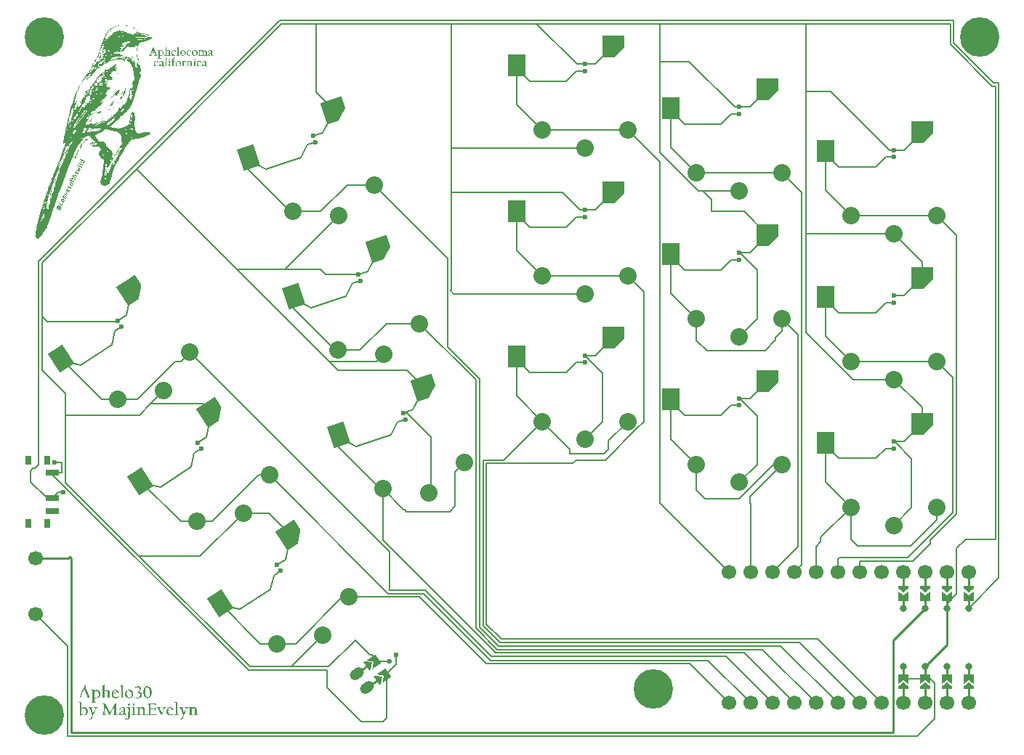
<source format=gbr>
%TF.GenerationSoftware,KiCad,Pcbnew,9.0.6*%
%TF.CreationDate,2025-12-19T17:46:44-08:00*%
%TF.ProjectId,aphelo30,61706865-6c6f-4333-902e-6b696361645f,v1.0.0*%
%TF.SameCoordinates,Original*%
%TF.FileFunction,Copper,L1,Top*%
%TF.FilePolarity,Positive*%
%FSLAX46Y46*%
G04 Gerber Fmt 4.6, Leading zero omitted, Abs format (unit mm)*
G04 Created by KiCad (PCBNEW 9.0.6) date 2025-12-19 17:46:44*
%MOMM*%
%LPD*%
G01*
G04 APERTURE LIST*
G04 Aperture macros list*
%AMHorizOval*
0 Thick line with rounded ends*
0 $1 width*
0 $2 $3 position (X,Y) of the first rounded end (center of the circle)*
0 $4 $5 position (X,Y) of the second rounded end (center of the circle)*
0 Add line between two ends*
20,1,$1,$2,$3,$4,$5,0*
0 Add two circle primitives to create the rounded ends*
1,1,$1,$2,$3*
1,1,$1,$4,$5*%
%AMRotRect*
0 Rectangle, with rotation*
0 The origin of the aperture is its center*
0 $1 length*
0 $2 width*
0 $3 Rotation angle, in degrees counterclockwise*
0 Add horizontal line*
21,1,$1,$2,0,0,$3*%
%AMOutline5P*
0 Free polygon, 5 corners , with rotation*
0 The origin of the aperture is its center*
0 number of corners: always 5*
0 $1 to $10 corner X, Y*
0 $11 Rotation angle, in degrees counterclockwise*
0 create outline with 5 corners*
4,1,5,$1,$2,$3,$4,$5,$6,$7,$8,$9,$10,$1,$2,$11*%
%AMOutline6P*
0 Free polygon, 6 corners , with rotation*
0 The origin of the aperture is its center*
0 number of corners: always 6*
0 $1 to $12 corner X, Y*
0 $13 Rotation angle, in degrees counterclockwise*
0 create outline with 6 corners*
4,1,6,$1,$2,$3,$4,$5,$6,$7,$8,$9,$10,$11,$12,$1,$2,$13*%
%AMOutline7P*
0 Free polygon, 7 corners , with rotation*
0 The origin of the aperture is its center*
0 number of corners: always 7*
0 $1 to $14 corner X, Y*
0 $15 Rotation angle, in degrees counterclockwise*
0 create outline with 7 corners*
4,1,7,$1,$2,$3,$4,$5,$6,$7,$8,$9,$10,$11,$12,$13,$14,$1,$2,$15*%
%AMOutline8P*
0 Free polygon, 8 corners , with rotation*
0 The origin of the aperture is its center*
0 number of corners: always 8*
0 $1 to $16 corner X, Y*
0 $17 Rotation angle, in degrees counterclockwise*
0 create outline with 8 corners*
4,1,8,$1,$2,$3,$4,$5,$6,$7,$8,$9,$10,$11,$12,$13,$14,$15,$16,$1,$2,$17*%
%AMFreePoly0*
4,1,6,0.600000,-1.000000,0.000000,-0.400000,-0.600000,-1.000000,-0.600000,0.250000,0.600000,0.250000,0.600000,-1.000000,0.600000,-1.000000,$1*%
%AMFreePoly1*
4,1,6,0.600000,-0.200001,0.600000,-0.400000,-0.600000,-0.400000,-0.600000,-0.200000,0.000000,0.400000,0.600000,-0.200001,0.600000,-0.200001,$1*%
%AMFreePoly2*
4,1,6,0.250000,0.000000,-0.250000,-0.625000,-0.500000,-0.625000,-0.500000,0.625000,-0.250000,0.625000,0.250000,0.000000,0.250000,0.000000,$1*%
%AMFreePoly3*
4,1,6,0.500000,-0.625000,-0.650000,-0.625000,-0.150000,0.000000,-0.650000,0.625000,0.500000,0.625000,0.500000,-0.625000,0.500000,-0.625000,$1*%
G04 Aperture macros list end*
%ADD10C,0.100000*%
%TA.AperFunction,NonConductor*%
%ADD11C,0.100000*%
%TD*%
%ADD12C,0.250000*%
%ADD13C,0.300000*%
%TA.AperFunction,EtchedComponent*%
%ADD14C,0.000000*%
%TD*%
%TA.AperFunction,WasherPad*%
%ADD15C,4.600000*%
%TD*%
%TA.AperFunction,SMDPad,CuDef*%
%ADD16FreePoly0,305.000000*%
%TD*%
%TA.AperFunction,SMDPad,CuDef*%
%ADD17FreePoly1,305.000000*%
%TD*%
%TA.AperFunction,ComponentPad*%
%ADD18HorizOval,1.200000X0.225267X0.157734X-0.225267X-0.157734X0*%
%TD*%
%TA.AperFunction,ComponentPad*%
%ADD19C,1.700000*%
%TD*%
%TA.AperFunction,SMDPad,CuDef*%
%ADD20Outline5P,-1.300000X1.300000X1.300000X1.300000X1.300000X-0.117000X0.117000X-1.300000X-1.300000X-1.300000X33.000000*%
%TD*%
%TA.AperFunction,SMDPad,CuDef*%
%ADD21RotRect,2.000000X2.600000X33.000000*%
%TD*%
%TA.AperFunction,ComponentPad*%
%ADD22C,2.032000*%
%TD*%
%TA.AperFunction,SMDPad,CuDef*%
%ADD23R,2.000000X2.600000*%
%TD*%
%TA.AperFunction,SMDPad,CuDef*%
%ADD24Outline5P,-1.300000X1.300000X1.300000X1.300000X1.300000X-0.117000X0.117000X-1.300000X-1.300000X-1.300000X0.000000*%
%TD*%
%TA.AperFunction,SMDPad,CuDef*%
%ADD25RotRect,2.000000X2.600000X18.000000*%
%TD*%
%TA.AperFunction,SMDPad,CuDef*%
%ADD26Outline5P,-1.300000X1.300000X1.300000X1.300000X1.300000X-0.117000X0.117000X-1.300000X-1.300000X-1.300000X18.000000*%
%TD*%
%TA.AperFunction,SMDPad,CuDef*%
%ADD27FreePoly2,90.000000*%
%TD*%
%TA.AperFunction,SMDPad,CuDef*%
%ADD28FreePoly3,90.000000*%
%TD*%
%TA.AperFunction,SMDPad,CuDef*%
%ADD29FreePoly3,270.000000*%
%TD*%
%TA.AperFunction,SMDPad,CuDef*%
%ADD30FreePoly2,270.000000*%
%TD*%
%TA.AperFunction,ComponentPad*%
%ADD31C,0.800000*%
%TD*%
%TA.AperFunction,SMDPad,CuDef*%
%ADD32R,1.500000X0.700000*%
%TD*%
%TA.AperFunction,SMDPad,CuDef*%
%ADD33R,0.800000X1.000000*%
%TD*%
%TA.AperFunction,ViaPad*%
%ADD34C,0.600000*%
%TD*%
%TA.AperFunction,Conductor*%
%ADD35C,0.200000*%
%TD*%
%TA.AperFunction,Conductor*%
%ADD36C,0.250000*%
%TD*%
G04 APERTURE END LIST*
D10*
D11*
X72453136Y-54921288D02*
X72421112Y-54931693D01*
X72421112Y-54931693D02*
X72378279Y-54963312D01*
X72378279Y-54963312D02*
X72356660Y-55005741D01*
X72356660Y-55005741D02*
X72356256Y-55058979D01*
X72356256Y-55058979D02*
X72366661Y-55091003D01*
X72366661Y-55091003D02*
X72398281Y-55133836D01*
X72398281Y-55133836D02*
X72440710Y-55155455D01*
X72440710Y-55155455D02*
X72493948Y-55155859D01*
X72493948Y-55155859D02*
X72525972Y-55145454D01*
X72525972Y-55145454D02*
X72568805Y-55113834D01*
X72568805Y-55113834D02*
X72590423Y-55071405D01*
X72590423Y-55071405D02*
X72590827Y-55018167D01*
X72590827Y-55018167D02*
X72580422Y-54986143D01*
X72410707Y-54899669D02*
X72580422Y-54986143D01*
X72580422Y-54986143D02*
X72612446Y-54975738D01*
X72612446Y-54975738D02*
X72623255Y-54954524D01*
X72623255Y-54954524D02*
X72623660Y-54901286D01*
X72623660Y-54901286D02*
X72592040Y-54858452D01*
X72592040Y-54858452D02*
X72485968Y-54804406D01*
X72485968Y-54804406D02*
X72400706Y-54814407D01*
X72400706Y-54814407D02*
X72325849Y-54856432D01*
X72325849Y-54856432D02*
X72261397Y-54930480D01*
X72261397Y-54930480D02*
X72239375Y-55026147D01*
X72239375Y-55026147D02*
X72249376Y-55111409D01*
X72249376Y-55111409D02*
X72291400Y-55186266D01*
X72291400Y-55186266D02*
X72365449Y-55250718D01*
X72365449Y-55250718D02*
X72461116Y-55272740D01*
X72461116Y-55272740D02*
X72546378Y-55262739D01*
X72546378Y-55262739D02*
X72621235Y-55220715D01*
X72621235Y-55220715D02*
X72685686Y-55146666D01*
X72685686Y-55146666D02*
X72707709Y-55050999D01*
X72707709Y-55050999D02*
X72697708Y-54965737D01*
X72892679Y-54530639D02*
X72892275Y-54583877D01*
X72892275Y-54583877D02*
X72849038Y-54668735D01*
X72849038Y-54668735D02*
X72806205Y-54700355D01*
X72806205Y-54700355D02*
X72774181Y-54710760D01*
X72774181Y-54710760D02*
X72720943Y-54710356D01*
X72720943Y-54710356D02*
X72593656Y-54645500D01*
X72593656Y-54645500D02*
X72562037Y-54602667D01*
X72562037Y-54602667D02*
X72551632Y-54570643D01*
X72551632Y-54570643D02*
X72552036Y-54517405D01*
X72552036Y-54517405D02*
X72595273Y-54432547D01*
X72595273Y-54432547D02*
X72638106Y-54400928D01*
X73108461Y-54159589D02*
X72875102Y-54040687D01*
X72875102Y-54040687D02*
X72821864Y-54040282D01*
X72821864Y-54040282D02*
X72779031Y-54071902D01*
X72779031Y-54071902D02*
X72735794Y-54156760D01*
X72735794Y-54156760D02*
X72735390Y-54209998D01*
X73087247Y-54148780D02*
X73086842Y-54202018D01*
X73086842Y-54202018D02*
X73032796Y-54308090D01*
X73032796Y-54308090D02*
X72989963Y-54339710D01*
X72989963Y-54339710D02*
X72936725Y-54339305D01*
X72936725Y-54339305D02*
X72894296Y-54317687D01*
X72894296Y-54317687D02*
X72862676Y-54274854D01*
X72862676Y-54274854D02*
X72863080Y-54221616D01*
X72863080Y-54221616D02*
X72917127Y-54115543D01*
X72917127Y-54115543D02*
X72917531Y-54062305D01*
X72919552Y-53796114D02*
X73216554Y-53947444D01*
X72961981Y-53817733D02*
X72951576Y-53785709D01*
X72951576Y-53785709D02*
X72951980Y-53732471D01*
X72951980Y-53732471D02*
X72984408Y-53668828D01*
X72984408Y-53668828D02*
X73027241Y-53637208D01*
X73027241Y-53637208D02*
X73080479Y-53637612D01*
X73080479Y-53637612D02*
X73313838Y-53756514D01*
X73103310Y-53435469D02*
X73454359Y-53480727D01*
X73454359Y-53480727D02*
X73211403Y-53223324D01*
X73692163Y-53014009D02*
X73458804Y-52895107D01*
X73458804Y-52895107D02*
X73405566Y-52894703D01*
X73405566Y-52894703D02*
X73362733Y-52926323D01*
X73362733Y-52926323D02*
X73319496Y-53011180D01*
X73319496Y-53011180D02*
X73319092Y-53064418D01*
X73670949Y-53003200D02*
X73670544Y-53056438D01*
X73670544Y-53056438D02*
X73616498Y-53162510D01*
X73616498Y-53162510D02*
X73573665Y-53194130D01*
X73573665Y-53194130D02*
X73520427Y-53193726D01*
X73520427Y-53193726D02*
X73477998Y-53172107D01*
X73477998Y-53172107D02*
X73446378Y-53129274D01*
X73446378Y-53129274D02*
X73446782Y-53076036D01*
X73446782Y-53076036D02*
X73500829Y-52969964D01*
X73500829Y-52969964D02*
X73501233Y-52916726D01*
X73768232Y-52812270D02*
X73811065Y-52780650D01*
X73811065Y-52780650D02*
X73854302Y-52695793D01*
X73854302Y-52695793D02*
X73854707Y-52642555D01*
X73854707Y-52642555D02*
X73823087Y-52599721D01*
X73823087Y-52599721D02*
X73801873Y-52588912D01*
X73801873Y-52588912D02*
X73748634Y-52588508D01*
X73748634Y-52588508D02*
X73705801Y-52620128D01*
X73705801Y-52620128D02*
X73673373Y-52683771D01*
X73673373Y-52683771D02*
X73630540Y-52715391D01*
X73630540Y-52715391D02*
X73577302Y-52714986D01*
X73577302Y-52714986D02*
X73556088Y-52704177D01*
X73556088Y-52704177D02*
X73524468Y-52661344D01*
X73524468Y-52661344D02*
X73524872Y-52608106D01*
X73524872Y-52608106D02*
X73557300Y-52544463D01*
X73557300Y-52544463D02*
X73600133Y-52512843D01*
X74016442Y-52377576D02*
X73973609Y-52409196D01*
X73973609Y-52409196D02*
X73941585Y-52419601D01*
X73941585Y-52419601D02*
X73888347Y-52419197D01*
X73888347Y-52419197D02*
X73761060Y-52354341D01*
X73761060Y-52354341D02*
X73729441Y-52311508D01*
X73729441Y-52311508D02*
X73719036Y-52279484D01*
X73719036Y-52279484D02*
X73719440Y-52226246D01*
X73719440Y-52226246D02*
X73751868Y-52162603D01*
X73751868Y-52162603D02*
X73794701Y-52130983D01*
X73794701Y-52130983D02*
X73826724Y-52120578D01*
X73826724Y-52120578D02*
X73879963Y-52120982D01*
X73879963Y-52120982D02*
X74007249Y-52185838D01*
X74007249Y-52185838D02*
X74038869Y-52228671D01*
X74038869Y-52228671D02*
X74049274Y-52260694D01*
X74049274Y-52260694D02*
X74048870Y-52313933D01*
X74048870Y-52313933D02*
X74016442Y-52377576D01*
X73859961Y-51950458D02*
X73946435Y-51780743D01*
X74189391Y-52038145D02*
X73807531Y-51843578D01*
X73807531Y-51843578D02*
X73775911Y-51800744D01*
X73775911Y-51800744D02*
X73776315Y-51747506D01*
X73776315Y-51747506D02*
X73797934Y-51705077D01*
X73989672Y-51695885D02*
X74076147Y-51526169D01*
X73873599Y-51556577D02*
X74255459Y-51751144D01*
X74255459Y-51751144D02*
X74308697Y-51751548D01*
X74308697Y-51751548D02*
X74351530Y-51719929D01*
X74351530Y-51719929D02*
X74373149Y-51677500D01*
X74448814Y-51528999D02*
X74003310Y-51302004D01*
X74546097Y-51338069D02*
X74312738Y-51219167D01*
X74312738Y-51219167D02*
X74259500Y-51218762D01*
X74259500Y-51218762D02*
X74216667Y-51250382D01*
X74216667Y-51250382D02*
X74184239Y-51314025D01*
X74184239Y-51314025D02*
X74183835Y-51367264D01*
X74183835Y-51367264D02*
X74194240Y-51399287D01*
X74719450Y-50945400D02*
X74719046Y-50998638D01*
X74719046Y-50998638D02*
X74675809Y-51083496D01*
X74675809Y-51083496D02*
X74632976Y-51115115D01*
X74632976Y-51115115D02*
X74579738Y-51114711D01*
X74579738Y-51114711D02*
X74410022Y-51028237D01*
X74410022Y-51028237D02*
X74378403Y-50985404D01*
X74378403Y-50985404D02*
X74378807Y-50932165D01*
X74378807Y-50932165D02*
X74422044Y-50847308D01*
X74422044Y-50847308D02*
X74464877Y-50815688D01*
X74464877Y-50815688D02*
X74518115Y-50816092D01*
X74518115Y-50816092D02*
X74560544Y-50837711D01*
X74560544Y-50837711D02*
X74494880Y-51071474D01*
X74530137Y-50635164D02*
X74870376Y-50701636D01*
X74870376Y-50701636D02*
X74701469Y-50508685D01*
X74701469Y-50508685D02*
X74956850Y-50531920D01*
X74956850Y-50531920D02*
X74703085Y-50295732D01*
X75086562Y-50277347D02*
X74789560Y-50126017D01*
X74641059Y-50050351D02*
X74651464Y-50082375D01*
X74651464Y-50082375D02*
X74683488Y-50071970D01*
X74683488Y-50071970D02*
X74673083Y-50039946D01*
X74673083Y-50039946D02*
X74641059Y-50050351D01*
X74641059Y-50050351D02*
X74683488Y-50071970D01*
X75227083Y-50001559D02*
X75184250Y-50033179D01*
X75184250Y-50033179D02*
X75131012Y-50032775D01*
X75131012Y-50032775D02*
X74749152Y-49838207D01*
X75410841Y-49640913D02*
X74965338Y-49413918D01*
X75389627Y-49630104D02*
X75389223Y-49683342D01*
X75389223Y-49683342D02*
X75345985Y-49768200D01*
X75345985Y-49768200D02*
X75303152Y-49799820D01*
X75303152Y-49799820D02*
X75271129Y-49810225D01*
X75271129Y-49810225D02*
X75217890Y-49809821D01*
X75217890Y-49809821D02*
X75090604Y-49744965D01*
X75090604Y-49744965D02*
X75058984Y-49702132D01*
X75058984Y-49702132D02*
X75048579Y-49670108D01*
X75048579Y-49670108D02*
X75048983Y-49616870D01*
X75048983Y-49616870D02*
X75092220Y-49532012D01*
X75092220Y-49532012D02*
X75135053Y-49500393D01*
D12*
G36*
X84112744Y-38467953D02*
G01*
X84107059Y-38478808D01*
X84077939Y-38504162D01*
X84017793Y-38543007D01*
X83959732Y-38569353D01*
X83903065Y-38584597D01*
X83847008Y-38589586D01*
X83785544Y-38586232D01*
X83739481Y-38577339D01*
X83705591Y-38564307D01*
X83654592Y-38532397D01*
X83613040Y-38493837D01*
X83579928Y-38448169D01*
X83559044Y-38402686D01*
X83545333Y-38344506D01*
X83540300Y-38270544D01*
X83545512Y-38206047D01*
X83561793Y-38137004D01*
X83580423Y-38093270D01*
X83609696Y-38049842D01*
X83651308Y-38006212D01*
X83686707Y-37980618D01*
X83729973Y-37961466D01*
X83782730Y-37949155D01*
X83847008Y-37944724D01*
X83904745Y-37949679D01*
X83955025Y-37963890D01*
X83999215Y-37986937D01*
X84038311Y-38019157D01*
X84066312Y-38051791D01*
X84080562Y-38078806D01*
X84084778Y-38101833D01*
X84080912Y-38124918D01*
X84071266Y-38136685D01*
X84055347Y-38140729D01*
X84023723Y-38136558D01*
X83995601Y-38124248D01*
X83969984Y-38103176D01*
X83945485Y-38068649D01*
X83926936Y-38021905D01*
X83913694Y-37999925D01*
X83890055Y-37988443D01*
X83848412Y-37982948D01*
X83808770Y-37984672D01*
X83789672Y-37988443D01*
X83750730Y-38009875D01*
X83717925Y-38045779D01*
X83695281Y-38091130D01*
X83680376Y-38150078D01*
X83674877Y-38226153D01*
X83679554Y-38290505D01*
X83692983Y-38347275D01*
X83714644Y-38397676D01*
X83744548Y-38442674D01*
X83773436Y-38470368D01*
X83810216Y-38490891D01*
X83856692Y-38504116D01*
X83915334Y-38508925D01*
X83976045Y-38503887D01*
X84027878Y-38489573D01*
X84072444Y-38466610D01*
X84092960Y-38452932D01*
X84100531Y-38449509D01*
X84107309Y-38455680D01*
X84112744Y-38467953D01*
G37*
G36*
X84533935Y-37957978D02*
G01*
X84579108Y-37971974D01*
X84614968Y-37993878D01*
X84630650Y-38012257D01*
X84645010Y-38045779D01*
X84652704Y-38078651D01*
X84654596Y-38105924D01*
X84641591Y-38373004D01*
X84645548Y-38421580D01*
X84659570Y-38456832D01*
X84682623Y-38482302D01*
X84723925Y-38507669D01*
X84774825Y-38526693D01*
X84783675Y-38530995D01*
X84785755Y-38534937D01*
X84778916Y-38545134D01*
X84743907Y-38576155D01*
X84716085Y-38593677D01*
X84703079Y-38598440D01*
X84670944Y-38594574D01*
X84636974Y-38582412D01*
X84600314Y-38560521D01*
X84567710Y-38532919D01*
X84543583Y-38503519D01*
X84526857Y-38472044D01*
X84521574Y-38465199D01*
X84515928Y-38469357D01*
X84487531Y-38508156D01*
X84453096Y-38541043D01*
X84411137Y-38567747D01*
X84368872Y-38583116D01*
X84325357Y-38588182D01*
X84275716Y-38582058D01*
X84233094Y-38564307D01*
X84207750Y-38542810D01*
X84192687Y-38515233D01*
X84187360Y-38479555D01*
X84192199Y-38435587D01*
X84194057Y-38430401D01*
X84311680Y-38430401D01*
X84314861Y-38462217D01*
X84323320Y-38485011D01*
X84336226Y-38501109D01*
X84362745Y-38516217D01*
X84392951Y-38518511D01*
X84426078Y-38508644D01*
X84459236Y-38486311D01*
X84493396Y-38448169D01*
X84503412Y-38430659D01*
X84509089Y-38410556D01*
X84516352Y-38345048D01*
X84518675Y-38284893D01*
X84515785Y-38274956D01*
X84507745Y-38271887D01*
X84461841Y-38278134D01*
X84409377Y-38298571D01*
X84363721Y-38327839D01*
X84334148Y-38359149D01*
X84317304Y-38392902D01*
X84311680Y-38430401D01*
X84194057Y-38430401D01*
X84206423Y-38395892D01*
X84230347Y-38359387D01*
X84261689Y-38328255D01*
X84300476Y-38302051D01*
X84347889Y-38280802D01*
X84427986Y-38254397D01*
X84514584Y-38231587D01*
X84518917Y-38227996D01*
X84521362Y-38216566D01*
X84523405Y-38122966D01*
X84521362Y-38079302D01*
X84511865Y-38048341D01*
X84491992Y-38024652D01*
X84460715Y-38008066D01*
X84418230Y-38002060D01*
X84375152Y-38006980D01*
X84342393Y-38020500D01*
X84331945Y-38031662D01*
X84328044Y-38051275D01*
X84328044Y-38077897D01*
X84324043Y-38111292D01*
X84313023Y-38136638D01*
X84295286Y-38158690D01*
X84270790Y-38172081D01*
X84237185Y-38176938D01*
X84212848Y-38172543D01*
X84200066Y-38161295D01*
X84195542Y-38142133D01*
X84202732Y-38109468D01*
X84229370Y-38063548D01*
X84266443Y-38022014D01*
X84307588Y-37992534D01*
X84355555Y-37971128D01*
X84411484Y-37957663D01*
X84476971Y-37952906D01*
X84533935Y-37957978D01*
G37*
G36*
X85168911Y-38574504D02*
G01*
X85167322Y-38578525D01*
X85162072Y-38580000D01*
X84810973Y-38580000D01*
X84803525Y-38578095D01*
X84801386Y-38573161D01*
X84801386Y-38547882D01*
X84803442Y-38541750D01*
X84809630Y-38539699D01*
X84904579Y-38539699D01*
X84915235Y-38535891D01*
X84918928Y-38524007D01*
X84918928Y-37773937D01*
X84913256Y-37664844D01*
X84902239Y-37625655D01*
X84890901Y-37617500D01*
X84819155Y-37617500D01*
X84813077Y-37615333D01*
X84810973Y-37608585D01*
X84810973Y-37586725D01*
X84812624Y-37578583D01*
X84816407Y-37576528D01*
X84880643Y-37576528D01*
X84934732Y-37572921D01*
X84995437Y-37561446D01*
X85044591Y-37548501D01*
X85055510Y-37553010D01*
X85059612Y-37568285D01*
X85054849Y-37972751D01*
X85050087Y-38389429D01*
X85055487Y-38494308D01*
X85065965Y-38531907D01*
X85076709Y-38539699D01*
X85162072Y-38539699D01*
X85167201Y-38541409D01*
X85168911Y-38546538D01*
X85168911Y-38574504D01*
G37*
G36*
X85452965Y-37715197D02*
G01*
X85448821Y-37741204D01*
X85436131Y-37765720D01*
X85413337Y-37789630D01*
X85378687Y-37811385D01*
X85349834Y-37817657D01*
X85324106Y-37813928D01*
X85307563Y-37804109D01*
X85297525Y-37788346D01*
X85293780Y-37764351D01*
X85299983Y-37735756D01*
X85321135Y-37702862D01*
X85344589Y-37681833D01*
X85371088Y-37669517D01*
X85401735Y-37665310D01*
X85430947Y-37671228D01*
X85447022Y-37687002D01*
X85452965Y-37715197D01*
G37*
G36*
X85560860Y-38574504D02*
G01*
X85559280Y-38578530D01*
X85554082Y-38580000D01*
X85216599Y-38580000D01*
X85211470Y-38578656D01*
X85209760Y-38571817D01*
X85209760Y-38545134D01*
X85211344Y-38541162D01*
X85216599Y-38539699D01*
X85301962Y-38539699D01*
X85310176Y-38536629D01*
X85313625Y-38526693D01*
X85317716Y-38101833D01*
X85312542Y-38030847D01*
X85301997Y-38003259D01*
X85289689Y-37996625D01*
X85215256Y-37996625D01*
X85209069Y-37994575D01*
X85207013Y-37988443D01*
X85207013Y-37956325D01*
X85212508Y-37950158D01*
X85304710Y-37950158D01*
X85375052Y-37947411D01*
X85446127Y-37940572D01*
X85452912Y-37943898D01*
X85455713Y-37956325D01*
X85454309Y-38016775D01*
X85452965Y-38079302D01*
X85448588Y-38154276D01*
X85446127Y-38402374D01*
X85451213Y-38497945D01*
X85461123Y-38532449D01*
X85471406Y-38539699D01*
X85554082Y-38539699D01*
X85559160Y-38541404D01*
X85560860Y-38546538D01*
X85560860Y-38574504D01*
G37*
G36*
X86106376Y-37605898D02*
G01*
X86101125Y-37628554D01*
X86086397Y-37641748D01*
X86058565Y-37646870D01*
X86018940Y-37640674D01*
X85983660Y-37622133D01*
X85951282Y-37589473D01*
X85934246Y-37577871D01*
X85911361Y-37584245D01*
X85883688Y-37607241D01*
X85864029Y-37638223D01*
X85850975Y-37680936D01*
X85846074Y-37739071D01*
X85844731Y-37805017D01*
X85843387Y-37946067D01*
X85846099Y-37957294D01*
X85852913Y-37960416D01*
X85975218Y-37959073D01*
X85980352Y-37960773D01*
X85982056Y-37965851D01*
X85982056Y-38002060D01*
X85980240Y-38008367D01*
X85975218Y-38010303D01*
X85915378Y-38008960D01*
X85857737Y-38007555D01*
X85848868Y-38010229D01*
X85846074Y-38017814D01*
X85847418Y-38204659D01*
X85848822Y-38398283D01*
X85854989Y-38478883D01*
X85862769Y-38520128D01*
X85870226Y-38536046D01*
X85876849Y-38539699D01*
X85971798Y-38539699D01*
X85977625Y-38541206D01*
X85979309Y-38545134D01*
X85979309Y-38573161D01*
X85977834Y-38578410D01*
X85973813Y-38580000D01*
X85615204Y-38580000D01*
X85608809Y-38578441D01*
X85607021Y-38574504D01*
X85607021Y-38546538D01*
X85609151Y-38541600D01*
X85616547Y-38539699D01*
X85710825Y-38539699D01*
X85717862Y-38536978D01*
X85720411Y-38528098D01*
X85718335Y-38439987D01*
X85716320Y-38347725D01*
X85716320Y-38025996D01*
X85713596Y-38012317D01*
X85707405Y-38008899D01*
X85648665Y-38010303D01*
X85643536Y-38009265D01*
X85641826Y-38000717D01*
X85641826Y-37971346D01*
X85644082Y-37962902D01*
X85650069Y-37960416D01*
X85676997Y-37959745D01*
X85708443Y-37959073D01*
X85714177Y-37956726D01*
X85716320Y-37948815D01*
X85716320Y-37751406D01*
X85722028Y-37703096D01*
X85739523Y-37655052D01*
X85766213Y-37614565D01*
X85796920Y-37586725D01*
X85842397Y-37559739D01*
X85878864Y-37545753D01*
X85913888Y-37539954D01*
X85970394Y-37537571D01*
X86014394Y-37540922D01*
X86049082Y-37550090D01*
X86076334Y-37564193D01*
X86100029Y-37586896D01*
X86106376Y-37605898D01*
G37*
G36*
X86495923Y-37946335D02*
G01*
X86546199Y-37958647D01*
X86589061Y-37978185D01*
X86632920Y-38010174D01*
X86667208Y-38048321D01*
X86692864Y-38093285D01*
X86710341Y-38142732D01*
X86721205Y-38197869D01*
X86724982Y-38259614D01*
X86721012Y-38320392D01*
X86709827Y-38372055D01*
X86692192Y-38416051D01*
X86660696Y-38468017D01*
X86622589Y-38510234D01*
X86577459Y-38543790D01*
X86526604Y-38568041D01*
X86469427Y-38582988D01*
X86404596Y-38588182D01*
X86343972Y-38585018D01*
X86298327Y-38576617D01*
X86264584Y-38564307D01*
X86201433Y-38526292D01*
X86157371Y-38486263D01*
X86128663Y-38444078D01*
X86104486Y-38385907D01*
X86089756Y-38326463D01*
X86084211Y-38265109D01*
X86088182Y-38207712D01*
X86220865Y-38207712D01*
X86225765Y-38282407D01*
X86240323Y-38354141D01*
X86264584Y-38423562D01*
X86285208Y-38463376D01*
X86309347Y-38495097D01*
X86337002Y-38519855D01*
X86376816Y-38539667D01*
X86425113Y-38546538D01*
X86475627Y-38540947D01*
X86507789Y-38526693D01*
X86532595Y-38505061D01*
X86554002Y-38476157D01*
X86571964Y-38438583D01*
X86585808Y-38381753D01*
X86590404Y-38293075D01*
X86585188Y-38226757D01*
X86572364Y-38169414D01*
X86552621Y-38119714D01*
X86526229Y-38076554D01*
X86489532Y-38035889D01*
X86450812Y-38009254D01*
X86409296Y-37994551D01*
X86363625Y-37991130D01*
X86316004Y-37998505D01*
X86283429Y-38013681D01*
X86261837Y-38035582D01*
X86240369Y-38078122D01*
X86226144Y-38134276D01*
X86220865Y-38207712D01*
X86088182Y-38207712D01*
X86088871Y-38197758D01*
X86105099Y-38136703D01*
X86132754Y-38080645D01*
X86166653Y-38036491D01*
X86208440Y-38000229D01*
X86259089Y-37971346D01*
X86303014Y-37956119D01*
X86361089Y-37945822D01*
X86436714Y-37941976D01*
X86495923Y-37946335D01*
G37*
G36*
X87302739Y-38023248D02*
G01*
X87291333Y-38075587D01*
X87277459Y-38112763D01*
X87262438Y-38129799D01*
X87253143Y-38128664D01*
X87245403Y-38122288D01*
X87221125Y-38090793D01*
X87209193Y-38079302D01*
X87175706Y-38062243D01*
X87140867Y-38056709D01*
X87096617Y-38060412D01*
X87062253Y-38070512D01*
X87035659Y-38086079D01*
X87030714Y-38092957D01*
X87028820Y-38104520D01*
X87028148Y-38261690D01*
X87027477Y-38423562D01*
X87032114Y-38502709D01*
X87041357Y-38532661D01*
X87051352Y-38539699D01*
X87168893Y-38543790D01*
X87174922Y-38546064D01*
X87177076Y-38553377D01*
X87177076Y-38577252D01*
X87175601Y-38582501D01*
X87171580Y-38584091D01*
X86810223Y-38580000D01*
X86802775Y-38578095D01*
X86800636Y-38573161D01*
X86800636Y-38549286D01*
X86802800Y-38541979D01*
X86808879Y-38539699D01*
X86881969Y-38539699D01*
X86892284Y-38536394D01*
X86895647Y-38526693D01*
X86895647Y-38087484D01*
X86891276Y-38023925D01*
X86882453Y-37999584D01*
X86872383Y-37993878D01*
X86797950Y-37993878D01*
X86792821Y-37992168D01*
X86791111Y-37987039D01*
X86791111Y-37959073D01*
X86792878Y-37953332D01*
X86797950Y-37951502D01*
X86895647Y-37951502D01*
X86979666Y-37946067D01*
X87021981Y-37936481D01*
X87028636Y-37940164D01*
X87031568Y-37954921D01*
X87030163Y-37988810D01*
X87028820Y-38021905D01*
X87031677Y-38034637D01*
X87038407Y-38032834D01*
X87095743Y-37987039D01*
X87133946Y-37965613D01*
X87168251Y-37953847D01*
X87199607Y-37950158D01*
X87240042Y-37956220D01*
X87272887Y-37973685D01*
X87300052Y-38003464D01*
X87303785Y-38013232D01*
X87302739Y-38023248D01*
G37*
G36*
X88071004Y-38571817D02*
G01*
X88069446Y-38578212D01*
X88065509Y-38580000D01*
X87774494Y-38580000D01*
X87769296Y-38578530D01*
X87767716Y-38574504D01*
X87767716Y-38546538D01*
X87769415Y-38541404D01*
X87774494Y-38539699D01*
X87826456Y-38539699D01*
X87832552Y-38537196D01*
X87837386Y-38528098D01*
X87843011Y-38428082D01*
X87845568Y-38223405D01*
X87840882Y-38148250D01*
X87829442Y-38102009D01*
X87814122Y-38075516D01*
X87790898Y-38056214D01*
X87760668Y-38044080D01*
X87721249Y-38039673D01*
X87661164Y-38044830D01*
X87598272Y-38060800D01*
X87589701Y-38067298D01*
X87586671Y-38079302D01*
X87584192Y-38137626D01*
X87582580Y-38401031D01*
X87587232Y-38498417D01*
X87596177Y-38532793D01*
X87605111Y-38539699D01*
X87673438Y-38539699D01*
X87679128Y-38541462D01*
X87680949Y-38546538D01*
X87680949Y-38574504D01*
X87679258Y-38578481D01*
X87673438Y-38580000D01*
X87357144Y-38580000D01*
X87352015Y-38578656D01*
X87350305Y-38571817D01*
X87350305Y-38545134D01*
X87351888Y-38541162D01*
X87357144Y-38539699D01*
X87435668Y-38539699D01*
X87443882Y-38536629D01*
X87447330Y-38526693D01*
X87451421Y-38092918D01*
X87447069Y-38023109D01*
X87438411Y-37996998D01*
X87428890Y-37991130D01*
X87348961Y-37991130D01*
X87342774Y-37989079D01*
X87340718Y-37982948D01*
X87340718Y-37956325D01*
X87346214Y-37950158D01*
X87438415Y-37950158D01*
X87508757Y-37947411D01*
X87579832Y-37940572D01*
X87586618Y-37943898D01*
X87589419Y-37956325D01*
X87588686Y-37981299D01*
X87588014Y-38007555D01*
X87590977Y-38024239D01*
X87596929Y-38024652D01*
X87680949Y-37976781D01*
X87739391Y-37954244D01*
X87789576Y-37947411D01*
X87847333Y-37953321D01*
X87892098Y-37969583D01*
X87926840Y-37995221D01*
X87949385Y-38024583D01*
X87966874Y-38063955D01*
X87978552Y-38115942D01*
X87982894Y-38183777D01*
X87980146Y-38337833D01*
X87977398Y-38444078D01*
X87976055Y-38502147D01*
X87982132Y-38533155D01*
X87991076Y-38539699D01*
X88062822Y-38539699D01*
X88071004Y-38543790D01*
X88071004Y-38571817D01*
G37*
G36*
X88373133Y-37715197D02*
G01*
X88368989Y-37741204D01*
X88356298Y-37765720D01*
X88333504Y-37789630D01*
X88298854Y-37811385D01*
X88270001Y-37817657D01*
X88244273Y-37813928D01*
X88227731Y-37804109D01*
X88217693Y-37788346D01*
X88213948Y-37764351D01*
X88220150Y-37735756D01*
X88241303Y-37702862D01*
X88264756Y-37681833D01*
X88291255Y-37669517D01*
X88321903Y-37665310D01*
X88351114Y-37671228D01*
X88367190Y-37687002D01*
X88373133Y-37715197D01*
G37*
G36*
X88481027Y-38574504D02*
G01*
X88479447Y-38578530D01*
X88474249Y-38580000D01*
X88136767Y-38580000D01*
X88131638Y-38578656D01*
X88129928Y-38571817D01*
X88129928Y-38545134D01*
X88131511Y-38541162D01*
X88136767Y-38539699D01*
X88222130Y-38539699D01*
X88230344Y-38536629D01*
X88233792Y-38526693D01*
X88237883Y-38101833D01*
X88232709Y-38030847D01*
X88222165Y-38003259D01*
X88209856Y-37996625D01*
X88135423Y-37996625D01*
X88129236Y-37994575D01*
X88127180Y-37988443D01*
X88127180Y-37956325D01*
X88132676Y-37950158D01*
X88224877Y-37950158D01*
X88295219Y-37947411D01*
X88366294Y-37940572D01*
X88373080Y-37943898D01*
X88375881Y-37956325D01*
X88374476Y-38016775D01*
X88373133Y-38079302D01*
X88368756Y-38154276D01*
X88366294Y-38402374D01*
X88371381Y-38497945D01*
X88381290Y-38532449D01*
X88391573Y-38539699D01*
X88474249Y-38539699D01*
X88479328Y-38541404D01*
X88481027Y-38546538D01*
X88481027Y-38574504D01*
G37*
G36*
X89111906Y-38467953D02*
G01*
X89106222Y-38478808D01*
X89077102Y-38504162D01*
X89016956Y-38543007D01*
X88958894Y-38569353D01*
X88902228Y-38584597D01*
X88846170Y-38589586D01*
X88784707Y-38586232D01*
X88738643Y-38577339D01*
X88704754Y-38564307D01*
X88653755Y-38532397D01*
X88612202Y-38493837D01*
X88579091Y-38448169D01*
X88558207Y-38402686D01*
X88544496Y-38344506D01*
X88539462Y-38270544D01*
X88544675Y-38206047D01*
X88560956Y-38137004D01*
X88579586Y-38093270D01*
X88608858Y-38049842D01*
X88650471Y-38006212D01*
X88685870Y-37980618D01*
X88729136Y-37961466D01*
X88781892Y-37949155D01*
X88846170Y-37944724D01*
X88903908Y-37949679D01*
X88954188Y-37963890D01*
X88998378Y-37986937D01*
X89037473Y-38019157D01*
X89065474Y-38051791D01*
X89079724Y-38078806D01*
X89083941Y-38101833D01*
X89080075Y-38124918D01*
X89070428Y-38136685D01*
X89054509Y-38140729D01*
X89022886Y-38136558D01*
X88994763Y-38124248D01*
X88969146Y-38103176D01*
X88944648Y-38068649D01*
X88926099Y-38021905D01*
X88912857Y-37999925D01*
X88889218Y-37988443D01*
X88847575Y-37982948D01*
X88807932Y-37984672D01*
X88788834Y-37988443D01*
X88749893Y-38009875D01*
X88717088Y-38045779D01*
X88694443Y-38091130D01*
X88679538Y-38150078D01*
X88674040Y-38226153D01*
X88678717Y-38290505D01*
X88692146Y-38347275D01*
X88713807Y-38397676D01*
X88743710Y-38442674D01*
X88772598Y-38470368D01*
X88809379Y-38490891D01*
X88855854Y-38504116D01*
X88914497Y-38508925D01*
X88975207Y-38503887D01*
X89027040Y-38489573D01*
X89071606Y-38466610D01*
X89092123Y-38452932D01*
X89099694Y-38449509D01*
X89106472Y-38455680D01*
X89111906Y-38467953D01*
G37*
G36*
X89533097Y-37957978D02*
G01*
X89578271Y-37971974D01*
X89614131Y-37993878D01*
X89629812Y-38012257D01*
X89644173Y-38045779D01*
X89651866Y-38078651D01*
X89653759Y-38105924D01*
X89640753Y-38373004D01*
X89644710Y-38421580D01*
X89658732Y-38456832D01*
X89681786Y-38482302D01*
X89723087Y-38507669D01*
X89773988Y-38526693D01*
X89782837Y-38530995D01*
X89784918Y-38534937D01*
X89778079Y-38545134D01*
X89743069Y-38576155D01*
X89715247Y-38593677D01*
X89702241Y-38598440D01*
X89670107Y-38594574D01*
X89636137Y-38582412D01*
X89599476Y-38560521D01*
X89566872Y-38532919D01*
X89542745Y-38503519D01*
X89526020Y-38472044D01*
X89520736Y-38465199D01*
X89515090Y-38469357D01*
X89486694Y-38508156D01*
X89452259Y-38541043D01*
X89410299Y-38567747D01*
X89368034Y-38583116D01*
X89324520Y-38588182D01*
X89274879Y-38582058D01*
X89232257Y-38564307D01*
X89206913Y-38542810D01*
X89191849Y-38515233D01*
X89186523Y-38479555D01*
X89191362Y-38435587D01*
X89193220Y-38430401D01*
X89310842Y-38430401D01*
X89314024Y-38462217D01*
X89322483Y-38485011D01*
X89335389Y-38501109D01*
X89361907Y-38516217D01*
X89392114Y-38518511D01*
X89425241Y-38508644D01*
X89458399Y-38486311D01*
X89492559Y-38448169D01*
X89502575Y-38430659D01*
X89508251Y-38410556D01*
X89515515Y-38345048D01*
X89517838Y-38284893D01*
X89514947Y-38274956D01*
X89506908Y-38271887D01*
X89461003Y-38278134D01*
X89408539Y-38298571D01*
X89362884Y-38327839D01*
X89333311Y-38359149D01*
X89316466Y-38392902D01*
X89310842Y-38430401D01*
X89193220Y-38430401D01*
X89205585Y-38395892D01*
X89229509Y-38359387D01*
X89260852Y-38328255D01*
X89299639Y-38302051D01*
X89347051Y-38280802D01*
X89427148Y-38254397D01*
X89513747Y-38231587D01*
X89518079Y-38227996D01*
X89520525Y-38216566D01*
X89522568Y-38122966D01*
X89520525Y-38079302D01*
X89511028Y-38048341D01*
X89491154Y-38024652D01*
X89459878Y-38008066D01*
X89417393Y-38002060D01*
X89374314Y-38006980D01*
X89341556Y-38020500D01*
X89331108Y-38031662D01*
X89327206Y-38051275D01*
X89327206Y-38077897D01*
X89323206Y-38111292D01*
X89312185Y-38136638D01*
X89294449Y-38158690D01*
X89269953Y-38172081D01*
X89236348Y-38176938D01*
X89212010Y-38172543D01*
X89199228Y-38161295D01*
X89194705Y-38142133D01*
X89201895Y-38109468D01*
X89228532Y-38063548D01*
X89265606Y-38022014D01*
X89306751Y-37992534D01*
X89354718Y-37971128D01*
X89410646Y-37957663D01*
X89476133Y-37952906D01*
X89533097Y-37957978D01*
G37*
G36*
X83593632Y-36353150D02*
G01*
X83598394Y-36366095D01*
X83591922Y-36374705D01*
X83577939Y-36392779D01*
X83567722Y-36409718D01*
X83564933Y-36422149D01*
X83575191Y-36474050D01*
X83593049Y-36530871D01*
X83643518Y-36663949D01*
X83730225Y-36903063D01*
X83800768Y-37088975D01*
X83853201Y-37208428D01*
X83881834Y-37260601D01*
X83897868Y-37280666D01*
X83906507Y-37284937D01*
X83955661Y-37284937D01*
X83959492Y-37287000D01*
X83961156Y-37295134D01*
X83961156Y-37323161D01*
X83957065Y-37330000D01*
X83622330Y-37330000D01*
X83618239Y-37321817D01*
X83618239Y-37295134D01*
X83620556Y-37287369D01*
X83627093Y-37284937D01*
X83709098Y-37284937D01*
X83716258Y-37282057D01*
X83717951Y-37272602D01*
X83716608Y-37267168D01*
X83671484Y-37137353D01*
X83623674Y-37008271D01*
X83617104Y-36997111D01*
X83608653Y-36993921D01*
X83282833Y-36993921D01*
X83271170Y-37002775D01*
X83215177Y-37175638D01*
X83201468Y-37223788D01*
X83194661Y-37263077D01*
X83199156Y-37280610D01*
X83206995Y-37284937D01*
X83309455Y-37284937D01*
X83315441Y-37287305D01*
X83317637Y-37295134D01*
X83317637Y-37323161D01*
X83315928Y-37328290D01*
X83310799Y-37330000D01*
X83021188Y-37330000D01*
X83015497Y-37328237D01*
X83013677Y-37323161D01*
X83013677Y-37292447D01*
X83015309Y-37286689D01*
X83019783Y-37284937D01*
X83071074Y-37284937D01*
X83083165Y-37278071D01*
X83105207Y-37244637D01*
X83234304Y-36941959D01*
X83299197Y-36941959D01*
X83304692Y-36945378D01*
X83591556Y-36945378D01*
X83595160Y-36943325D01*
X83594303Y-36935181D01*
X83530129Y-36756151D01*
X83478166Y-36592936D01*
X83469482Y-36573407D01*
X83461802Y-36569000D01*
X83453711Y-36573405D01*
X83443361Y-36592936D01*
X83385964Y-36732948D01*
X83301945Y-36931029D01*
X83299197Y-36941959D01*
X83234304Y-36941959D01*
X83269827Y-36858672D01*
X83447452Y-36456953D01*
X83476823Y-36390031D01*
X83486492Y-36370899D01*
X83492515Y-36366095D01*
X83573848Y-36350403D01*
X83583374Y-36347655D01*
X83593632Y-36353150D01*
G37*
G36*
X84237607Y-36694244D02*
G01*
X84240753Y-36707669D01*
X84239349Y-36745587D01*
X84238005Y-36784178D01*
X84242000Y-36795381D01*
X84255102Y-36788269D01*
X84294464Y-36755727D01*
X84344251Y-36724766D01*
X84398630Y-36703157D01*
X84454588Y-36696067D01*
X84504971Y-36700747D01*
X84551358Y-36714521D01*
X84594671Y-36737506D01*
X84635572Y-36770500D01*
X84671873Y-36814930D01*
X84698832Y-36869622D01*
X84716113Y-36936763D01*
X84722339Y-37019200D01*
X84716085Y-37089112D01*
X84698145Y-37149815D01*
X84668990Y-37203057D01*
X84628061Y-37250071D01*
X84581463Y-37285686D01*
X84526562Y-37311790D01*
X84461745Y-37328252D01*
X84384918Y-37334091D01*
X84329924Y-37330434D01*
X84285209Y-37320331D01*
X84248935Y-37304720D01*
X84240657Y-37303053D01*
X84238005Y-37310216D01*
X84238677Y-37388740D01*
X84239410Y-37482346D01*
X84243492Y-37574237D01*
X84252585Y-37620256D01*
X84263149Y-37639310D01*
X84274214Y-37644218D01*
X84379422Y-37644218D01*
X84384918Y-37650385D01*
X84384918Y-37677008D01*
X84380765Y-37685251D01*
X84013974Y-37685251D01*
X84006369Y-37683617D01*
X84004387Y-37679755D01*
X84004387Y-37651728D01*
X84006596Y-37646249D01*
X84013974Y-37644218D01*
X84096589Y-37644218D01*
X84105398Y-37641427D01*
X84108251Y-37633288D01*
X84106880Y-37010366D01*
X84104832Y-36879799D01*
X84103425Y-36861359D01*
X84238005Y-36861359D01*
X84238005Y-37237798D01*
X84239713Y-37251687D01*
X84243501Y-37257581D01*
X84283954Y-37277443D01*
X84335419Y-37290396D01*
X84400610Y-37295134D01*
X84451357Y-37289958D01*
X84493605Y-37275291D01*
X84529140Y-37251546D01*
X84559063Y-37217953D01*
X84580557Y-37176266D01*
X84594803Y-37121039D01*
X84600095Y-37048571D01*
X84595414Y-36999340D01*
X84580251Y-36942691D01*
X84558334Y-36891637D01*
X84535860Y-36858672D01*
X84505705Y-36830522D01*
X84471955Y-36810703D01*
X84433871Y-36798622D01*
X84390352Y-36794436D01*
X84330502Y-36799032D01*
X84289907Y-36810800D01*
X84253572Y-36831054D01*
X84240753Y-36844323D01*
X84238005Y-36861359D01*
X84103425Y-36861359D01*
X84097344Y-36781636D01*
X84089332Y-36748519D01*
X84082972Y-36742534D01*
X83993457Y-36742534D01*
X83985435Y-36740590D01*
X83983199Y-36735696D01*
X83983199Y-36709073D01*
X83984721Y-36703201D01*
X83988695Y-36701502D01*
X84059036Y-36701502D01*
X84156734Y-36697411D01*
X84229823Y-36690572D01*
X84237607Y-36694244D01*
G37*
G36*
X85536156Y-37321817D02*
G01*
X85534598Y-37328212D01*
X85530661Y-37330000D01*
X85236959Y-37330000D01*
X85231709Y-37328525D01*
X85230120Y-37324504D01*
X85230120Y-37296538D01*
X85231830Y-37291409D01*
X85236959Y-37289699D01*
X85280678Y-37289699D01*
X85286773Y-37287196D01*
X85291608Y-37278098D01*
X85297233Y-37178082D01*
X85299790Y-36973405D01*
X85295535Y-36894087D01*
X85285244Y-36845966D01*
X85271763Y-36819043D01*
X85254089Y-36804314D01*
X85223934Y-36793874D01*
X85175471Y-36789673D01*
X85114398Y-36794884D01*
X85052494Y-36810800D01*
X85043923Y-36817298D01*
X85040893Y-36829302D01*
X85038414Y-36887626D01*
X85036802Y-37151031D01*
X85041454Y-37248417D01*
X85050399Y-37282793D01*
X85059333Y-37289699D01*
X85135170Y-37289699D01*
X85140300Y-37291409D01*
X85142009Y-37296538D01*
X85142009Y-37324504D01*
X85140420Y-37328525D01*
X85135170Y-37330000D01*
X84807274Y-37330000D01*
X84802145Y-37328656D01*
X84800436Y-37321817D01*
X84800436Y-37295134D01*
X84802019Y-37291162D01*
X84807274Y-37289699D01*
X84889890Y-37289699D01*
X84898531Y-37286563D01*
X84901552Y-37276693D01*
X84904239Y-36487728D01*
X84902896Y-36415310D01*
X84895273Y-36385708D01*
X84884494Y-36371750D01*
X84870778Y-36367500D01*
X84794940Y-36367500D01*
X84789811Y-36365790D01*
X84788101Y-36358585D01*
X84788101Y-36336725D01*
X84790042Y-36328755D01*
X84794940Y-36326528D01*
X84827058Y-36326528D01*
X84908384Y-36320942D01*
X84972566Y-36305706D01*
X85040893Y-36284823D01*
X85046950Y-36288489D01*
X85049747Y-36303935D01*
X85045961Y-36531142D01*
X85042236Y-36757555D01*
X85045199Y-36774239D01*
X85051151Y-36774652D01*
X85136514Y-36726781D01*
X85194797Y-36704191D01*
X85243797Y-36697411D01*
X85301554Y-36703321D01*
X85346320Y-36719583D01*
X85381062Y-36745221D01*
X85403607Y-36774583D01*
X85421096Y-36813955D01*
X85432774Y-36865942D01*
X85437116Y-36933777D01*
X85434368Y-37087833D01*
X85431620Y-37194078D01*
X85434514Y-37261817D01*
X85440012Y-37285209D01*
X85445298Y-37289699D01*
X85527974Y-37289699D01*
X85536156Y-37293790D01*
X85536156Y-37321817D01*
G37*
G36*
X85921462Y-36706726D02*
G01*
X85993806Y-36726781D01*
X86052624Y-36756637D01*
X86107196Y-36801275D01*
X86139494Y-36836626D01*
X86159159Y-36864106D01*
X86164593Y-36885294D01*
X86162034Y-36892158D01*
X86152991Y-36897934D01*
X86065186Y-36918450D01*
X85968527Y-36937196D01*
X85885912Y-36950202D01*
X85782719Y-36961803D01*
X85755059Y-36962475D01*
X85726727Y-36963147D01*
X85722708Y-36967920D01*
X85721292Y-36995936D01*
X85728849Y-37061042D01*
X85744409Y-37117559D01*
X85767418Y-37166790D01*
X85797801Y-37209771D01*
X85827252Y-37232682D01*
X85877669Y-37252147D01*
X85927073Y-37261713D01*
X85976038Y-37264420D01*
X86047975Y-37256362D01*
X86097670Y-37239141D01*
X86124100Y-37223380D01*
X86140718Y-37209771D01*
X86147557Y-37205680D01*
X86160502Y-37215205D01*
X86165997Y-37222044D01*
X86161845Y-37229555D01*
X86111394Y-37270417D01*
X86043021Y-37307468D01*
X85990218Y-37327016D01*
X85938012Y-37338487D01*
X85885912Y-37342273D01*
X85823185Y-37337388D01*
X85769831Y-37323557D01*
X85724213Y-37301509D01*
X85685083Y-37271259D01*
X85647496Y-37228066D01*
X85619400Y-37179183D01*
X85600406Y-37123660D01*
X85590806Y-37060172D01*
X85592260Y-36992891D01*
X85605155Y-36921503D01*
X85607985Y-36913321D01*
X85728070Y-36913321D01*
X85729871Y-36924450D01*
X85733565Y-36926938D01*
X85831934Y-36921503D01*
X85915587Y-36905811D01*
X85996554Y-36885294D01*
X86004473Y-36879367D01*
X86006812Y-36872288D01*
X86000645Y-36854520D01*
X85979457Y-36817639D01*
X85962015Y-36797488D01*
X85935066Y-36773248D01*
X85905892Y-36754524D01*
X85874961Y-36743500D01*
X85841521Y-36739787D01*
X85814627Y-36744598D01*
X85789222Y-36759515D01*
X85764279Y-36786926D01*
X85753648Y-36807455D01*
X85740343Y-36846032D01*
X85730713Y-36886258D01*
X85728070Y-36913321D01*
X85607985Y-36913321D01*
X85627882Y-36855784D01*
X85657377Y-36803456D01*
X85693265Y-36762318D01*
X85740414Y-36727605D01*
X85792018Y-36707121D01*
X85849703Y-36700158D01*
X85921462Y-36706726D01*
G37*
G36*
X86570097Y-37324504D02*
G01*
X86568508Y-37328525D01*
X86563258Y-37330000D01*
X86212159Y-37330000D01*
X86204712Y-37328095D01*
X86202573Y-37323161D01*
X86202573Y-37297882D01*
X86204629Y-37291750D01*
X86210816Y-37289699D01*
X86305765Y-37289699D01*
X86316421Y-37285891D01*
X86320115Y-37274007D01*
X86320115Y-36523937D01*
X86314442Y-36414844D01*
X86303425Y-36375655D01*
X86292088Y-36367500D01*
X86220341Y-36367500D01*
X86214263Y-36365333D01*
X86212159Y-36358585D01*
X86212159Y-36336725D01*
X86213810Y-36328583D01*
X86217594Y-36326528D01*
X86281830Y-36326528D01*
X86335918Y-36322921D01*
X86396624Y-36311446D01*
X86445778Y-36298501D01*
X86456697Y-36303010D01*
X86460799Y-36318285D01*
X86456036Y-36722751D01*
X86451273Y-37139429D01*
X86456674Y-37244308D01*
X86467151Y-37281907D01*
X86477896Y-37289699D01*
X86563258Y-37289699D01*
X86568387Y-37291409D01*
X86570097Y-37296538D01*
X86570097Y-37324504D01*
G37*
G36*
X87038351Y-36696335D02*
G01*
X87088627Y-36708647D01*
X87131489Y-36728185D01*
X87175348Y-36760174D01*
X87209637Y-36798321D01*
X87235293Y-36843285D01*
X87252769Y-36892732D01*
X87263633Y-36947869D01*
X87267411Y-37009614D01*
X87263441Y-37070392D01*
X87252255Y-37122055D01*
X87234621Y-37166051D01*
X87203124Y-37218017D01*
X87165017Y-37260234D01*
X87119888Y-37293790D01*
X87069032Y-37318041D01*
X87011855Y-37332988D01*
X86947025Y-37338182D01*
X86886401Y-37335018D01*
X86840755Y-37326617D01*
X86807013Y-37314307D01*
X86743861Y-37276292D01*
X86699800Y-37236263D01*
X86671092Y-37194078D01*
X86646914Y-37135907D01*
X86632185Y-37076463D01*
X86626639Y-37015109D01*
X86630610Y-36957712D01*
X86763293Y-36957712D01*
X86768193Y-37032407D01*
X86782752Y-37104141D01*
X86807013Y-37173562D01*
X86827637Y-37213376D01*
X86851776Y-37245097D01*
X86879431Y-37269855D01*
X86919244Y-37289667D01*
X86967541Y-37296538D01*
X87018056Y-37290947D01*
X87050218Y-37276693D01*
X87075023Y-37255061D01*
X87096430Y-37226157D01*
X87114392Y-37188583D01*
X87128236Y-37131753D01*
X87132833Y-37043075D01*
X87127616Y-36976757D01*
X87114792Y-36919414D01*
X87095049Y-36869714D01*
X87068658Y-36826554D01*
X87031961Y-36785889D01*
X86993241Y-36759254D01*
X86951725Y-36744551D01*
X86906053Y-36741130D01*
X86858433Y-36748505D01*
X86825857Y-36763681D01*
X86804265Y-36785582D01*
X86782797Y-36828122D01*
X86768573Y-36884276D01*
X86763293Y-36957712D01*
X86630610Y-36957712D01*
X86631299Y-36947758D01*
X86647528Y-36886703D01*
X86675183Y-36830645D01*
X86709082Y-36786491D01*
X86750868Y-36750229D01*
X86801517Y-36721346D01*
X86845443Y-36706119D01*
X86903518Y-36695822D01*
X86979143Y-36691976D01*
X87038351Y-36696335D01*
G37*
G36*
X87925095Y-37217953D02*
G01*
X87919411Y-37228808D01*
X87890291Y-37254162D01*
X87830145Y-37293007D01*
X87772083Y-37319353D01*
X87715417Y-37334597D01*
X87659359Y-37339586D01*
X87597896Y-37336232D01*
X87551832Y-37327339D01*
X87517943Y-37314307D01*
X87466944Y-37282397D01*
X87425391Y-37243837D01*
X87392280Y-37198169D01*
X87371396Y-37152686D01*
X87357685Y-37094506D01*
X87352651Y-37020544D01*
X87357864Y-36956047D01*
X87374145Y-36887004D01*
X87392775Y-36843270D01*
X87422047Y-36799842D01*
X87463660Y-36756212D01*
X87499059Y-36730618D01*
X87542325Y-36711466D01*
X87595081Y-36699155D01*
X87659359Y-36694724D01*
X87717097Y-36699679D01*
X87767377Y-36713890D01*
X87811567Y-36736937D01*
X87850662Y-36769157D01*
X87878663Y-36801791D01*
X87892914Y-36828806D01*
X87897130Y-36851833D01*
X87893264Y-36874918D01*
X87883617Y-36886685D01*
X87867698Y-36890729D01*
X87836075Y-36886558D01*
X87807952Y-36874248D01*
X87782336Y-36853176D01*
X87757837Y-36818649D01*
X87739288Y-36771905D01*
X87726046Y-36749925D01*
X87702407Y-36738443D01*
X87660764Y-36732948D01*
X87621122Y-36734672D01*
X87602023Y-36738443D01*
X87563082Y-36759875D01*
X87530277Y-36795779D01*
X87507632Y-36841130D01*
X87492727Y-36900078D01*
X87487229Y-36976153D01*
X87491906Y-37040505D01*
X87505335Y-37097275D01*
X87526996Y-37147676D01*
X87556899Y-37192674D01*
X87585787Y-37220368D01*
X87622568Y-37240891D01*
X87669043Y-37254116D01*
X87727686Y-37258925D01*
X87788397Y-37253887D01*
X87840229Y-37239573D01*
X87884795Y-37216610D01*
X87905312Y-37202932D01*
X87912883Y-37199509D01*
X87919661Y-37205680D01*
X87925095Y-37217953D01*
G37*
G36*
X88410019Y-36696335D02*
G01*
X88460295Y-36708647D01*
X88503157Y-36728185D01*
X88547016Y-36760174D01*
X88581305Y-36798321D01*
X88606960Y-36843285D01*
X88624437Y-36892732D01*
X88635301Y-36947869D01*
X88639078Y-37009614D01*
X88635108Y-37070392D01*
X88623923Y-37122055D01*
X88606289Y-37166051D01*
X88574792Y-37218017D01*
X88536685Y-37260234D01*
X88491556Y-37293790D01*
X88440700Y-37318041D01*
X88383523Y-37332988D01*
X88318693Y-37338182D01*
X88258069Y-37335018D01*
X88212423Y-37326617D01*
X88178681Y-37314307D01*
X88115529Y-37276292D01*
X88071468Y-37236263D01*
X88042759Y-37194078D01*
X88018582Y-37135907D01*
X88003852Y-37076463D01*
X87998307Y-37015109D01*
X88002278Y-36957712D01*
X88134961Y-36957712D01*
X88139861Y-37032407D01*
X88154419Y-37104141D01*
X88178681Y-37173562D01*
X88199304Y-37213376D01*
X88223444Y-37245097D01*
X88251099Y-37269855D01*
X88290912Y-37289667D01*
X88339209Y-37296538D01*
X88389723Y-37290947D01*
X88421885Y-37276693D01*
X88446691Y-37255061D01*
X88468098Y-37226157D01*
X88486060Y-37188583D01*
X88499904Y-37131753D01*
X88504501Y-37043075D01*
X88499284Y-36976757D01*
X88486460Y-36919414D01*
X88466717Y-36869714D01*
X88440326Y-36826554D01*
X88403629Y-36785889D01*
X88364908Y-36759254D01*
X88323393Y-36744551D01*
X88277721Y-36741130D01*
X88230100Y-36748505D01*
X88197525Y-36763681D01*
X88175933Y-36785582D01*
X88154465Y-36828122D01*
X88140240Y-36884276D01*
X88134961Y-36957712D01*
X88002278Y-36957712D01*
X88002967Y-36947758D01*
X88019196Y-36886703D01*
X88046851Y-36830645D01*
X88080749Y-36786491D01*
X88122536Y-36750229D01*
X88173185Y-36721346D01*
X88217110Y-36706119D01*
X88275186Y-36695822D01*
X88350811Y-36691976D01*
X88410019Y-36696335D01*
G37*
G36*
X89813215Y-37321817D02*
G01*
X89811656Y-37328212D01*
X89807719Y-37330000D01*
X89516765Y-37330000D01*
X89509255Y-37324504D01*
X89509255Y-37296538D01*
X89511471Y-37291407D01*
X89516765Y-37289699D01*
X89569338Y-37289699D01*
X89578039Y-37286799D01*
X89580940Y-37278098D01*
X89586565Y-37178082D01*
X89589122Y-36973405D01*
X89584435Y-36898250D01*
X89572996Y-36852009D01*
X89557676Y-36825516D01*
X89534421Y-36806277D01*
X89503790Y-36794113D01*
X89463459Y-36789673D01*
X89402261Y-36796867D01*
X89340483Y-36819043D01*
X89347986Y-36856398D01*
X89351413Y-36933777D01*
X89348665Y-37087833D01*
X89345978Y-37194078D01*
X89344574Y-37251414D01*
X89350709Y-37283081D01*
X89359595Y-37289699D01*
X89431341Y-37289699D01*
X89439523Y-37293790D01*
X89439523Y-37321817D01*
X89437977Y-37328219D01*
X89434089Y-37330000D01*
X89147165Y-37330000D01*
X89138982Y-37325908D01*
X89138982Y-37296538D01*
X89145821Y-37289699D01*
X89197723Y-37289699D01*
X89205866Y-37286856D01*
X89208653Y-37278098D01*
X89214278Y-37178082D01*
X89216835Y-36973405D01*
X89212004Y-36898422D01*
X89200128Y-36851588D01*
X89184045Y-36824173D01*
X89159894Y-36803924D01*
X89129562Y-36791405D01*
X89091172Y-36786926D01*
X89032307Y-36791956D01*
X88965448Y-36808114D01*
X88956936Y-36814140D01*
X88953846Y-36826554D01*
X88951770Y-36988792D01*
X88949755Y-37151031D01*
X88954407Y-37248417D01*
X88963352Y-37282793D01*
X88972287Y-37289699D01*
X89040614Y-37289699D01*
X89047452Y-37296538D01*
X89047452Y-37324504D01*
X89040614Y-37330000D01*
X88727067Y-37330000D01*
X88721938Y-37328656D01*
X88720228Y-37321817D01*
X88720228Y-37295134D01*
X88727067Y-37289699D01*
X88805591Y-37289699D01*
X88814233Y-37286563D01*
X88817254Y-37276693D01*
X88819269Y-37056081D01*
X88821345Y-36842918D01*
X88816993Y-36773109D01*
X88808334Y-36746998D01*
X88798813Y-36741130D01*
X88718885Y-36741130D01*
X88712697Y-36739079D01*
X88710642Y-36732948D01*
X88710642Y-36706325D01*
X88716137Y-36700158D01*
X88808339Y-36700158D01*
X88848944Y-36698815D01*
X88888939Y-36697411D01*
X88919347Y-36693991D01*
X88947008Y-36690572D01*
X88953793Y-36693898D01*
X88956594Y-36706325D01*
X88955861Y-36731299D01*
X88955190Y-36757555D01*
X88957914Y-36771234D01*
X88964105Y-36774652D01*
X89052215Y-36726781D01*
X89110498Y-36704191D01*
X89159499Y-36697411D01*
X89217232Y-36703353D01*
X89261495Y-36719635D01*
X89295420Y-36745221D01*
X89323447Y-36781430D01*
X89420411Y-36730200D01*
X89484501Y-36704616D01*
X89531786Y-36697411D01*
X89587769Y-36703197D01*
X89632720Y-36719362D01*
X89669050Y-36745221D01*
X89691354Y-36772987D01*
X89708841Y-36811514D01*
X89720661Y-36863846D01*
X89725104Y-36933777D01*
X89722356Y-37087833D01*
X89719609Y-37194078D01*
X89718265Y-37248728D01*
X89724447Y-37282769D01*
X89733286Y-37289699D01*
X89804361Y-37289699D01*
X89813215Y-37293790D01*
X89813215Y-37321817D01*
G37*
G36*
X90222071Y-36707978D02*
G01*
X90267245Y-36721974D01*
X90303105Y-36743878D01*
X90318786Y-36762257D01*
X90333147Y-36795779D01*
X90340841Y-36828651D01*
X90342733Y-36855924D01*
X90329727Y-37123004D01*
X90333685Y-37171580D01*
X90347707Y-37206832D01*
X90370760Y-37232302D01*
X90412061Y-37257669D01*
X90462962Y-37276693D01*
X90471811Y-37280995D01*
X90473892Y-37284937D01*
X90467053Y-37295134D01*
X90432043Y-37326155D01*
X90404221Y-37343677D01*
X90391215Y-37348440D01*
X90359081Y-37344574D01*
X90325111Y-37332412D01*
X90288450Y-37310521D01*
X90255847Y-37282919D01*
X90231719Y-37253519D01*
X90214994Y-37222044D01*
X90209711Y-37215199D01*
X90204064Y-37219357D01*
X90175668Y-37258156D01*
X90141233Y-37291043D01*
X90099274Y-37317747D01*
X90057008Y-37333116D01*
X90013494Y-37338182D01*
X89963853Y-37332058D01*
X89921231Y-37314307D01*
X89895887Y-37292810D01*
X89880824Y-37265233D01*
X89875497Y-37229555D01*
X89880336Y-37185587D01*
X89882194Y-37180401D01*
X89999816Y-37180401D01*
X90002998Y-37212217D01*
X90011457Y-37235011D01*
X90024363Y-37251109D01*
X90050881Y-37266217D01*
X90081088Y-37268511D01*
X90114215Y-37258644D01*
X90147373Y-37236311D01*
X90181533Y-37198169D01*
X90191549Y-37180659D01*
X90197226Y-37160556D01*
X90204489Y-37095048D01*
X90206812Y-37034893D01*
X90203922Y-37024956D01*
X90195882Y-37021887D01*
X90149977Y-37028134D01*
X90097513Y-37048571D01*
X90051858Y-37077839D01*
X90022285Y-37109149D01*
X90005441Y-37142902D01*
X89999816Y-37180401D01*
X89882194Y-37180401D01*
X89894559Y-37145892D01*
X89918483Y-37109387D01*
X89949826Y-37078255D01*
X89988613Y-37052051D01*
X90036025Y-37030802D01*
X90116122Y-37004397D01*
X90202721Y-36981587D01*
X90207054Y-36977996D01*
X90209499Y-36966566D01*
X90211542Y-36872966D01*
X90209499Y-36829302D01*
X90200002Y-36798341D01*
X90180129Y-36774652D01*
X90148852Y-36758066D01*
X90106367Y-36752060D01*
X90063289Y-36756980D01*
X90030530Y-36770500D01*
X90020082Y-36781662D01*
X90016181Y-36801275D01*
X90016181Y-36827897D01*
X90012180Y-36861292D01*
X90001160Y-36886638D01*
X89983423Y-36908690D01*
X89958927Y-36922081D01*
X89925322Y-36926938D01*
X89900985Y-36922543D01*
X89888203Y-36911295D01*
X89883679Y-36892133D01*
X89890869Y-36859468D01*
X89917506Y-36813548D01*
X89954580Y-36772014D01*
X89995725Y-36742534D01*
X90043692Y-36721128D01*
X90099620Y-36707663D01*
X90165108Y-36702906D01*
X90222071Y-36707978D01*
G37*
D13*
G36*
X75147064Y-112693877D02*
G01*
X75150619Y-112720283D01*
X75141368Y-113040485D01*
X75132209Y-113428374D01*
X75135472Y-113445807D01*
X75142467Y-113443669D01*
X75233846Y-113374120D01*
X75280770Y-113344293D01*
X75356251Y-113316919D01*
X75444718Y-113307382D01*
X75533763Y-113316131D01*
X75611363Y-113341354D01*
X75679871Y-113382750D01*
X75740832Y-113441654D01*
X75786675Y-113509127D01*
X75820497Y-113588162D01*
X75841880Y-113680914D01*
X75849459Y-113790067D01*
X75839591Y-113901222D01*
X75811491Y-113996139D01*
X75766164Y-114077889D01*
X75702913Y-114148646D01*
X75632874Y-114201372D01*
X75557936Y-114238474D01*
X75476954Y-114260885D01*
X75388389Y-114268538D01*
X75295387Y-114261937D01*
X75205157Y-114242213D01*
X75116822Y-114209096D01*
X75060706Y-114187727D01*
X75030726Y-114182534D01*
X75012043Y-114190382D01*
X74994241Y-114220227D01*
X74978519Y-114291070D01*
X74972818Y-114307894D01*
X74962124Y-114312594D01*
X74940601Y-114312594D01*
X74930940Y-114306061D01*
X74926221Y-114276782D01*
X74928236Y-113898236D01*
X74930185Y-113527750D01*
X75132209Y-113527750D01*
X75132209Y-113894572D01*
X75136829Y-114026131D01*
X75148604Y-114116955D01*
X75160732Y-114147788D01*
X75180386Y-114165040D01*
X75256805Y-114191248D01*
X75358622Y-114200944D01*
X75444753Y-114190189D01*
X75518553Y-114159012D01*
X75583020Y-114106697D01*
X75617944Y-114060052D01*
X75644123Y-114002440D01*
X75661004Y-113931529D01*
X75667101Y-113844380D01*
X75656626Y-113728354D01*
X75626881Y-113630089D01*
X75578990Y-113546160D01*
X75538422Y-113504531D01*
X75484864Y-113473461D01*
X75415137Y-113453218D01*
X75324825Y-113445776D01*
X75251034Y-113452807D01*
X75190449Y-113472554D01*
X75140361Y-113504119D01*
X75132209Y-113527750D01*
X74930185Y-113527750D01*
X74930342Y-113497983D01*
X74932357Y-113137297D01*
X74934464Y-112976463D01*
X74925905Y-112857377D01*
X74908504Y-112811263D01*
X74888302Y-112800242D01*
X74770516Y-112800242D01*
X74761318Y-112797158D01*
X74758243Y-112787877D01*
X74758243Y-112756187D01*
X74761196Y-112743276D01*
X74768409Y-112739792D01*
X74806328Y-112739792D01*
X74952140Y-112734145D01*
X75045122Y-112720240D01*
X75100427Y-112701873D01*
X75140361Y-112688501D01*
X75147064Y-112693877D01*
G37*
G36*
X76949651Y-113361695D02*
G01*
X76946795Y-113372867D01*
X76939392Y-113376075D01*
X76907610Y-113376075D01*
X76891402Y-113380684D01*
X76877935Y-113395584D01*
X76829882Y-113493823D01*
X76735511Y-113738776D01*
X76654544Y-113950901D01*
X76585319Y-114106954D01*
X76482445Y-114318822D01*
X76265191Y-114732722D01*
X76254253Y-114745290D01*
X76236523Y-114753238D01*
X76092999Y-114762489D01*
X76004889Y-114778884D01*
X75996157Y-114775671D01*
X75978236Y-114750124D01*
X75978670Y-114741334D01*
X75996737Y-114729699D01*
X76062900Y-114693543D01*
X76132936Y-114638182D01*
X76207763Y-114559615D01*
X76305272Y-114435894D01*
X76370590Y-114338009D01*
X76410729Y-114261394D01*
X76412757Y-114245872D01*
X76403493Y-114221461D01*
X76314327Y-114040045D01*
X76183217Y-113734746D01*
X76109761Y-113564618D01*
X76051051Y-113443669D01*
X76013530Y-113388488D01*
X75988494Y-113376075D01*
X75946545Y-113376075D01*
X75933958Y-113374057D01*
X75931158Y-113369938D01*
X75931158Y-113323777D01*
X75934501Y-113316508D01*
X75946545Y-113313610D01*
X76378947Y-113313610D01*
X76386648Y-113316159D01*
X76389205Y-113323777D01*
X76389205Y-113363802D01*
X76386830Y-113369759D01*
X76378947Y-113371953D01*
X76281585Y-113371953D01*
X76271009Y-113376547D01*
X76263176Y-113393477D01*
X76267206Y-113426267D01*
X76376840Y-113712123D01*
X76509098Y-114020601D01*
X76520617Y-114032935D01*
X76533644Y-114018586D01*
X76581501Y-113911075D01*
X76639157Y-113743905D01*
X76682867Y-113584125D01*
X76709865Y-113443669D01*
X76709620Y-113400304D01*
X76696198Y-113379220D01*
X76669931Y-113371953D01*
X76577699Y-113371953D01*
X76564223Y-113369903D01*
X76561304Y-113365817D01*
X76561304Y-113323777D01*
X76564186Y-113316311D01*
X76573578Y-113313610D01*
X76936370Y-113313610D01*
X76947544Y-113316724D01*
X76949651Y-113323777D01*
X76949651Y-113361695D01*
G37*
G36*
X79347688Y-114234741D02*
G01*
X79344629Y-114242207D01*
X79334316Y-114245000D01*
X78843479Y-114245000D01*
X78832386Y-114242149D01*
X78829191Y-114234741D01*
X78829191Y-114188671D01*
X78831835Y-114180136D01*
X78839449Y-114177405D01*
X78931590Y-114177405D01*
X78950908Y-114171164D01*
X78957235Y-114152767D01*
X78957235Y-113632255D01*
X78949084Y-113199854D01*
X78944427Y-113175791D01*
X78938825Y-113171094D01*
X78923438Y-113189596D01*
X78528955Y-114030860D01*
X78428480Y-114257273D01*
X78417585Y-114269985D01*
X78396789Y-114274675D01*
X78374581Y-114270422D01*
X78362901Y-114259379D01*
X78132650Y-113815369D01*
X78056529Y-113659916D01*
X77836252Y-113205990D01*
X77827970Y-113192830D01*
X77820865Y-113189596D01*
X77813364Y-113193663D01*
X77808592Y-113210112D01*
X77798218Y-113446697D01*
X77794212Y-113778801D01*
X77794212Y-113997062D01*
X77799720Y-114096754D01*
X77812211Y-114148382D01*
X77827365Y-114171081D01*
X77844404Y-114177405D01*
X77947902Y-114177405D01*
X77955690Y-114179781D01*
X77958160Y-114186564D01*
X77958160Y-114234741D01*
X77952023Y-114245000D01*
X77561662Y-114245000D01*
X77551992Y-114242656D01*
X77549297Y-114236756D01*
X77549297Y-114192701D01*
X77552208Y-114180746D01*
X77559556Y-114177405D01*
X77664061Y-114177405D01*
X77683676Y-114167701D01*
X77691813Y-114131243D01*
X77708208Y-113558433D01*
X77725610Y-113133267D01*
X77718657Y-113059342D01*
X77697860Y-113004115D01*
X77664728Y-112962983D01*
X77617991Y-112933415D01*
X77586568Y-112924024D01*
X77527865Y-112917021D01*
X77519622Y-112907770D01*
X77519622Y-112863715D01*
X77527865Y-112855563D01*
X77880307Y-112855563D01*
X77895414Y-112859407D01*
X77905953Y-112870950D01*
X78092432Y-113241803D01*
X78271768Y-113591222D01*
X78448447Y-113927362D01*
X78465696Y-113944321D01*
X78476657Y-113936612D01*
X78719556Y-113413994D01*
X78975645Y-112874980D01*
X78991122Y-112860237D01*
X79009534Y-112855563D01*
X79290260Y-112855563D01*
X79300729Y-112857939D01*
X79303541Y-112863715D01*
X79303541Y-112912899D01*
X79301165Y-112920687D01*
X79294382Y-112923157D01*
X79217537Y-112923157D01*
X79200116Y-112928954D01*
X79186530Y-112948423D01*
X79177512Y-112990843D01*
X79173626Y-113099444D01*
X79171375Y-113481588D01*
X79177512Y-113948886D01*
X79189427Y-114076945D01*
X79206260Y-114142262D01*
X79224019Y-114170056D01*
X79242083Y-114177405D01*
X79336331Y-114177405D01*
X79344856Y-114180229D01*
X79347688Y-114188671D01*
X79347688Y-114234741D01*
G37*
G36*
X80026094Y-113311967D02*
G01*
X80093854Y-113332961D01*
X80147644Y-113365817D01*
X80171167Y-113393386D01*
X80192707Y-113443669D01*
X80204248Y-113492977D01*
X80207087Y-113533886D01*
X80187578Y-113934506D01*
X80193514Y-114007371D01*
X80214547Y-114060248D01*
X80249127Y-114098454D01*
X80311079Y-114136503D01*
X80387430Y-114165040D01*
X80400704Y-114171493D01*
X80403825Y-114177405D01*
X80393566Y-114192701D01*
X80341052Y-114239233D01*
X80299319Y-114265516D01*
X80279810Y-114272660D01*
X80231608Y-114266862D01*
X80180653Y-114248618D01*
X80125662Y-114215782D01*
X80076757Y-114174379D01*
X80040566Y-114130279D01*
X80015478Y-114083066D01*
X80007553Y-114072799D01*
X79999084Y-114079036D01*
X79956489Y-114137235D01*
X79904836Y-114186564D01*
X79841897Y-114226621D01*
X79778500Y-114249675D01*
X79713228Y-114257273D01*
X79638766Y-114248087D01*
X79574834Y-114221461D01*
X79536817Y-114189216D01*
X79514222Y-114147849D01*
X79506232Y-114094332D01*
X79513491Y-114028381D01*
X79516279Y-114020601D01*
X79692711Y-114020601D01*
X79697484Y-114068325D01*
X79710172Y-114102517D01*
X79729531Y-114126664D01*
X79769309Y-114149325D01*
X79814619Y-114152767D01*
X79864309Y-114137967D01*
X79914046Y-114104467D01*
X79965286Y-114047254D01*
X79980310Y-114020988D01*
X79988825Y-113990834D01*
X79999720Y-113892572D01*
X80003205Y-113802340D01*
X79998869Y-113787434D01*
X79986810Y-113782831D01*
X79917953Y-113792202D01*
X79839257Y-113822856D01*
X79770774Y-113866759D01*
X79726414Y-113913723D01*
X79701148Y-113964353D01*
X79692711Y-114020601D01*
X79516279Y-114020601D01*
X79534826Y-113968838D01*
X79570712Y-113914081D01*
X79617726Y-113867383D01*
X79675907Y-113828077D01*
X79747025Y-113796203D01*
X79867171Y-113756596D01*
X79997069Y-113722381D01*
X80003567Y-113716995D01*
X80007235Y-113699849D01*
X80010300Y-113559449D01*
X80007235Y-113493953D01*
X79992990Y-113447511D01*
X79963180Y-113411979D01*
X79916265Y-113387099D01*
X79852538Y-113378090D01*
X79787920Y-113385471D01*
X79738782Y-113405751D01*
X79723110Y-113422493D01*
X79717258Y-113451912D01*
X79717258Y-113491846D01*
X79711257Y-113541938D01*
X79694726Y-113579957D01*
X79668122Y-113613035D01*
X79631378Y-113633122D01*
X79580970Y-113640407D01*
X79544464Y-113633814D01*
X79525291Y-113616942D01*
X79518505Y-113588200D01*
X79529291Y-113539202D01*
X79569247Y-113470322D01*
X79624857Y-113408021D01*
X79686575Y-113363802D01*
X79758525Y-113331692D01*
X79842418Y-113311495D01*
X79940648Y-113304359D01*
X80026094Y-113311967D01*
G37*
G36*
X80781821Y-112953932D02*
G01*
X80775548Y-112993557D01*
X80756463Y-113030321D01*
X80722378Y-113065581D01*
X80669545Y-113098246D01*
X80626116Y-113107622D01*
X80587524Y-113102029D01*
X80562710Y-113087301D01*
X80547653Y-113063656D01*
X80542035Y-113027663D01*
X80551374Y-112984939D01*
X80583068Y-112936530D01*
X80618976Y-112904212D01*
X80658756Y-112885455D01*
X80703968Y-112879102D01*
X80748455Y-112888026D01*
X80772839Y-112911732D01*
X80781821Y-112953932D01*
G37*
G36*
X80787957Y-113344293D02*
G01*
X80768784Y-113979589D01*
X80764419Y-114256265D01*
X80758182Y-114393632D01*
X80741836Y-114494532D01*
X80718348Y-114566759D01*
X80689563Y-114619219D01*
X80648195Y-114669643D01*
X80592319Y-114718434D01*
X80537512Y-114749755D01*
X80470219Y-114769636D01*
X80387338Y-114776777D01*
X80319176Y-114769265D01*
X80270010Y-114749117D01*
X80236511Y-114716640D01*
X80227512Y-114678408D01*
X80235005Y-114645341D01*
X80253196Y-114623292D01*
X80284124Y-114609801D01*
X80334032Y-114606693D01*
X80377073Y-114619223D01*
X80424249Y-114654870D01*
X80460071Y-114683566D01*
X80483692Y-114690773D01*
X80510543Y-114682676D01*
X80532081Y-114656189D01*
X80548172Y-114600556D01*
X80561605Y-114495909D01*
X80571803Y-114348497D01*
X80575924Y-113571805D01*
X80570461Y-113462178D01*
X80558183Y-113406330D01*
X80543601Y-113382480D01*
X80527747Y-113376075D01*
X80409870Y-113376075D01*
X80396970Y-113373103D01*
X80393475Y-113365817D01*
X80393475Y-113319747D01*
X80396039Y-113312053D01*
X80403733Y-113309488D01*
X80525641Y-113309488D01*
X80653777Y-113302253D01*
X80756267Y-113292086D01*
X80777699Y-113296116D01*
X80785136Y-113308966D01*
X80787957Y-113344293D01*
G37*
G36*
X81324040Y-112947795D02*
G01*
X81317824Y-112986807D01*
X81298788Y-113023580D01*
X81264597Y-113059445D01*
X81212623Y-113092077D01*
X81169343Y-113101485D01*
X81130751Y-113095893D01*
X81105937Y-113081164D01*
X81090880Y-113057519D01*
X81085262Y-113021526D01*
X81094566Y-112978634D01*
X81126295Y-112929294D01*
X81161475Y-112897750D01*
X81201224Y-112879275D01*
X81247195Y-112872965D01*
X81291012Y-112881842D01*
X81315126Y-112905503D01*
X81324040Y-112947795D01*
G37*
G36*
X81485881Y-114236756D02*
G01*
X81483512Y-114242795D01*
X81475715Y-114245000D01*
X80969491Y-114245000D01*
X80961797Y-114242984D01*
X80959233Y-114232726D01*
X80959233Y-114192701D01*
X80961608Y-114186744D01*
X80969491Y-114184549D01*
X81097535Y-114184549D01*
X81109857Y-114179943D01*
X81115029Y-114165040D01*
X81121166Y-113527750D01*
X81113404Y-113421270D01*
X81097588Y-113379889D01*
X81079125Y-113369938D01*
X80967476Y-113369938D01*
X80958195Y-113366863D01*
X80955111Y-113357665D01*
X80955111Y-113309488D01*
X80963354Y-113300238D01*
X81101657Y-113300238D01*
X81207170Y-113296116D01*
X81313782Y-113285858D01*
X81323960Y-113290847D01*
X81328162Y-113309488D01*
X81326055Y-113400163D01*
X81324040Y-113493953D01*
X81317474Y-113606415D01*
X81313782Y-113978561D01*
X81321412Y-114121917D01*
X81336276Y-114173673D01*
X81351700Y-114184549D01*
X81475715Y-114184549D01*
X81483332Y-114187106D01*
X81485881Y-114194808D01*
X81485881Y-114236756D01*
G37*
G36*
X82648447Y-114232726D02*
G01*
X82646109Y-114242318D01*
X82640204Y-114245000D01*
X82203681Y-114245000D01*
X82195884Y-114242795D01*
X82193514Y-114236756D01*
X82193514Y-114194808D01*
X82196063Y-114187106D01*
X82203681Y-114184549D01*
X82281625Y-114184549D01*
X82290768Y-114180794D01*
X82298019Y-114167147D01*
X82306457Y-114017124D01*
X82310293Y-113710108D01*
X82303263Y-113597375D01*
X82286104Y-113528013D01*
X82263123Y-113488274D01*
X82228287Y-113459321D01*
X82182942Y-113441120D01*
X82123813Y-113434510D01*
X82033687Y-113442245D01*
X81939349Y-113466201D01*
X81926492Y-113475947D01*
X81921946Y-113493953D01*
X81918228Y-113581440D01*
X81915810Y-113976546D01*
X81922788Y-114122626D01*
X81936205Y-114174190D01*
X81949607Y-114184549D01*
X82052097Y-114184549D01*
X82060633Y-114187193D01*
X82063363Y-114194808D01*
X82063363Y-114236756D01*
X82060827Y-114242722D01*
X82052097Y-114245000D01*
X81577656Y-114245000D01*
X81569962Y-114242984D01*
X81567397Y-114232726D01*
X81567397Y-114192701D01*
X81569772Y-114186744D01*
X81577656Y-114184549D01*
X81695442Y-114184549D01*
X81707763Y-114179943D01*
X81712936Y-114165040D01*
X81719072Y-113514378D01*
X81712544Y-113409664D01*
X81699556Y-113370497D01*
X81685275Y-113361695D01*
X81565382Y-113361695D01*
X81556101Y-113358619D01*
X81553018Y-113349422D01*
X81553018Y-113309488D01*
X81561261Y-113300238D01*
X81699563Y-113300238D01*
X81805076Y-113296116D01*
X81911688Y-113285858D01*
X81921867Y-113290847D01*
X81926068Y-113309488D01*
X81924969Y-113346949D01*
X81923961Y-113386333D01*
X81928405Y-113411359D01*
X81937334Y-113411979D01*
X82063363Y-113340171D01*
X82151026Y-113306366D01*
X82226304Y-113296116D01*
X82312939Y-113304982D01*
X82380088Y-113329374D01*
X82432200Y-113367832D01*
X82466018Y-113411875D01*
X82492251Y-113470932D01*
X82509768Y-113548913D01*
X82516281Y-113650665D01*
X82512159Y-113881749D01*
X82508038Y-114041118D01*
X82506023Y-114128221D01*
X82515138Y-114174732D01*
X82528554Y-114184549D01*
X82636174Y-114184549D01*
X82648447Y-114190686D01*
X82648447Y-114232726D01*
G37*
G36*
X83914235Y-114066672D02*
G01*
X83817882Y-114232726D01*
X83807929Y-114241903D01*
X83794343Y-114245000D01*
X82776766Y-114245000D01*
X82769300Y-114242118D01*
X82766599Y-114232726D01*
X82766599Y-114188671D01*
X82768859Y-114179931D01*
X82774751Y-114177405D01*
X82934577Y-114177405D01*
X82951522Y-114172826D01*
X82955094Y-114156889D01*
X82952987Y-113847952D01*
X82950972Y-113538466D01*
X82949965Y-113335592D01*
X82948957Y-113131161D01*
X82940667Y-112987445D01*
X82924350Y-112934638D01*
X82906917Y-112923157D01*
X82776766Y-112923157D01*
X82769148Y-112920600D01*
X82766599Y-112912899D01*
X82766599Y-112865821D01*
X82768614Y-112858128D01*
X82778872Y-112855563D01*
X83742044Y-112855563D01*
X83796358Y-112853548D01*
X83830155Y-112851441D01*
X83839608Y-112854220D01*
X83840413Y-112861700D01*
X83794343Y-113015389D01*
X83783436Y-113033476D01*
X83773826Y-113037921D01*
X83754317Y-113019511D01*
X83703316Y-112985538D01*
X83628288Y-112963091D01*
X83413150Y-112934337D01*
X83183613Y-112923157D01*
X83170938Y-112926524D01*
X83167219Y-112935430D01*
X83163097Y-113439639D01*
X83167496Y-113455319D01*
X83179492Y-113460064D01*
X83633417Y-113460064D01*
X83643253Y-113456350D01*
X83649812Y-113443669D01*
X83666207Y-113323777D01*
X83669970Y-113308639D01*
X83679579Y-113304359D01*
X83721528Y-113304359D01*
X83732084Y-113308442D01*
X83735908Y-113321762D01*
X83731786Y-113407399D01*
X83727664Y-113504119D01*
X83729679Y-113611739D01*
X83731786Y-113710108D01*
X83727869Y-113727935D01*
X83718505Y-113732639D01*
X83674450Y-113732639D01*
X83665325Y-113729234D01*
X83662085Y-113718351D01*
X83649812Y-113562554D01*
X83643687Y-113546896D01*
X83630395Y-113542038D01*
X83402882Y-113538008D01*
X83177477Y-113533886D01*
X83168619Y-113537909D01*
X83165112Y-113552296D01*
X83165112Y-113944764D01*
X83171375Y-114077641D01*
X83185388Y-114144765D01*
X83201849Y-114172997D01*
X83219426Y-114180428D01*
X83448737Y-114171914D01*
X83624970Y-114149175D01*
X83757801Y-114115891D01*
X83855800Y-114074915D01*
X83903977Y-114050277D01*
X83912129Y-114056505D01*
X83914235Y-114066672D01*
G37*
G36*
X84933369Y-113367832D02*
G01*
X84927233Y-113376075D01*
X84883177Y-113376075D01*
X84870074Y-113380825D01*
X84858539Y-113397599D01*
X84782702Y-113554403D01*
X84522492Y-114118970D01*
X84478436Y-114221461D01*
X84457569Y-114251288D01*
X84436396Y-114259379D01*
X84415787Y-114249986D01*
X84390234Y-114211202D01*
X84294430Y-113994498D01*
X84196611Y-113772664D01*
X84058308Y-113466201D01*
X84024091Y-113407291D01*
X83997657Y-113381031D01*
X83976334Y-113374060D01*
X83938415Y-113374060D01*
X83927244Y-113371204D01*
X83924036Y-113363802D01*
X83924036Y-113323777D01*
X83927234Y-113316448D01*
X83938415Y-113313610D01*
X84362574Y-113313610D01*
X84370275Y-113316159D01*
X84372832Y-113323777D01*
X84372832Y-113363802D01*
X84370637Y-113371685D01*
X84364680Y-113374060D01*
X84262190Y-113374060D01*
X84251895Y-113378755D01*
X84247810Y-113395584D01*
X84256053Y-113434510D01*
X84294979Y-113534894D01*
X84340042Y-113638392D01*
X84482466Y-113968303D01*
X84498861Y-113990834D01*
X84505363Y-113986980D01*
X84516355Y-113968303D01*
X84648521Y-113670174D01*
X84687384Y-113563103D01*
X84707334Y-113481491D01*
X84713093Y-113420130D01*
X84704865Y-113385607D01*
X84684333Y-113376075D01*
X84572684Y-113376075D01*
X84564990Y-113373510D01*
X84562425Y-113365817D01*
X84562425Y-113325883D01*
X84565448Y-113315167D01*
X84572684Y-113313610D01*
X84921096Y-113313610D01*
X84930487Y-113316311D01*
X84933369Y-113323777D01*
X84933369Y-113367832D01*
G37*
G36*
X85505466Y-113310090D02*
G01*
X85613982Y-113340171D01*
X85702209Y-113384956D01*
X85784067Y-113451912D01*
X85832515Y-113504939D01*
X85862011Y-113546160D01*
X85870163Y-113577942D01*
X85866324Y-113588237D01*
X85852760Y-113596901D01*
X85721052Y-113627676D01*
X85576064Y-113655794D01*
X85452141Y-113675303D01*
X85297352Y-113692705D01*
X85255861Y-113693713D01*
X85213363Y-113694720D01*
X85207335Y-113701880D01*
X85205211Y-113743905D01*
X85216546Y-113841563D01*
X85239887Y-113926339D01*
X85274400Y-114000185D01*
X85319975Y-114064657D01*
X85364151Y-114099023D01*
X85439776Y-114128221D01*
X85513882Y-114142570D01*
X85587329Y-114146631D01*
X85695235Y-114134543D01*
X85769779Y-114108712D01*
X85809424Y-114085070D01*
X85834351Y-114064657D01*
X85844609Y-114058520D01*
X85864026Y-114072808D01*
X85872269Y-114083066D01*
X85866041Y-114094332D01*
X85790364Y-114155625D01*
X85687805Y-114211202D01*
X85608600Y-114240524D01*
X85530291Y-114257730D01*
X85452141Y-114263409D01*
X85358051Y-114256082D01*
X85278019Y-114235336D01*
X85209593Y-114202263D01*
X85150898Y-114156889D01*
X85094517Y-114092099D01*
X85052374Y-114018775D01*
X85023882Y-113935490D01*
X85009481Y-113840259D01*
X85011664Y-113739337D01*
X85031005Y-113632255D01*
X85035249Y-113619982D01*
X85215378Y-113619982D01*
X85218080Y-113636675D01*
X85223621Y-113640407D01*
X85371174Y-113632255D01*
X85496654Y-113608716D01*
X85618104Y-113577942D01*
X85629983Y-113569051D01*
X85633491Y-113558433D01*
X85624241Y-113531780D01*
X85592459Y-113476459D01*
X85566296Y-113446232D01*
X85525872Y-113409872D01*
X85482111Y-113381786D01*
X85435715Y-113365250D01*
X85385554Y-113359680D01*
X85345213Y-113366897D01*
X85307106Y-113389273D01*
X85269692Y-113430389D01*
X85253746Y-113461183D01*
X85233788Y-113519049D01*
X85219342Y-113579387D01*
X85215378Y-113619982D01*
X85035249Y-113619982D01*
X85065096Y-113533676D01*
X85109339Y-113455184D01*
X85163171Y-113393477D01*
X85233894Y-113341408D01*
X85311300Y-113310681D01*
X85397827Y-113300238D01*
X85505466Y-113310090D01*
G37*
G36*
X86478419Y-114236756D02*
G01*
X86476035Y-114242788D01*
X86468161Y-114245000D01*
X85941512Y-114245000D01*
X85930341Y-114242143D01*
X85927132Y-114234741D01*
X85927132Y-114196823D01*
X85930216Y-114187625D01*
X85939497Y-114184549D01*
X86081921Y-114184549D01*
X86097905Y-114178836D01*
X86103445Y-114161010D01*
X86103445Y-113035906D01*
X86094937Y-112872267D01*
X86078411Y-112813482D01*
X86061405Y-112801250D01*
X85953785Y-112801250D01*
X85944667Y-112798000D01*
X85941512Y-112787877D01*
X85941512Y-112755088D01*
X85943988Y-112742874D01*
X85949664Y-112739792D01*
X86046017Y-112739792D01*
X86127150Y-112734382D01*
X86218209Y-112717169D01*
X86291939Y-112697752D01*
X86308318Y-112704516D01*
X86314471Y-112727427D01*
X86307327Y-113334126D01*
X86300183Y-113959144D01*
X86308283Y-114116462D01*
X86324000Y-114172861D01*
X86340116Y-114184549D01*
X86468161Y-114184549D01*
X86475854Y-114187114D01*
X86478419Y-114194808D01*
X86478419Y-114236756D01*
G37*
G36*
X87534647Y-113361695D02*
G01*
X87531791Y-113372867D01*
X87524389Y-113376075D01*
X87492607Y-113376075D01*
X87476398Y-113380684D01*
X87462931Y-113395584D01*
X87414878Y-113493823D01*
X87320507Y-113738776D01*
X87239541Y-113950901D01*
X87170315Y-114106954D01*
X87067441Y-114318822D01*
X86850187Y-114732722D01*
X86839250Y-114745290D01*
X86821519Y-114753238D01*
X86677996Y-114762489D01*
X86589885Y-114778884D01*
X86581154Y-114775671D01*
X86563232Y-114750124D01*
X86563666Y-114741334D01*
X86581734Y-114729699D01*
X86647897Y-114693543D01*
X86717932Y-114638182D01*
X86792759Y-114559615D01*
X86890268Y-114435894D01*
X86955587Y-114338009D01*
X86995725Y-114261394D01*
X86997753Y-114245872D01*
X86988490Y-114221461D01*
X86899324Y-114040045D01*
X86768213Y-113734746D01*
X86694757Y-113564618D01*
X86636047Y-113443669D01*
X86598526Y-113388488D01*
X86573490Y-113376075D01*
X86531542Y-113376075D01*
X86518955Y-113374057D01*
X86516154Y-113369938D01*
X86516154Y-113323777D01*
X86519498Y-113316508D01*
X86531542Y-113313610D01*
X86963943Y-113313610D01*
X86971644Y-113316159D01*
X86974201Y-113323777D01*
X86974201Y-113363802D01*
X86971826Y-113369759D01*
X86963943Y-113371953D01*
X86866582Y-113371953D01*
X86856005Y-113376547D01*
X86848172Y-113393477D01*
X86852202Y-113426267D01*
X86961837Y-113712123D01*
X87094094Y-114020601D01*
X87105613Y-114032935D01*
X87118640Y-114018586D01*
X87166497Y-113911075D01*
X87224153Y-113743905D01*
X87267863Y-113584125D01*
X87294862Y-113443669D01*
X87294617Y-113400304D01*
X87281194Y-113379220D01*
X87254928Y-113371953D01*
X87162696Y-113371953D01*
X87149219Y-113369903D01*
X87146301Y-113365817D01*
X87146301Y-113323777D01*
X87149183Y-113316311D01*
X87158574Y-113313610D01*
X87521366Y-113313610D01*
X87532540Y-113316724D01*
X87534647Y-113323777D01*
X87534647Y-113361695D01*
G37*
G36*
X88686130Y-114232726D02*
G01*
X88683792Y-114242318D01*
X88677887Y-114245000D01*
X88241364Y-114245000D01*
X88233567Y-114242795D01*
X88231197Y-114236756D01*
X88231197Y-114194808D01*
X88233746Y-114187106D01*
X88241364Y-114184549D01*
X88319308Y-114184549D01*
X88328451Y-114180794D01*
X88335703Y-114167147D01*
X88344140Y-114017124D01*
X88347976Y-113710108D01*
X88340946Y-113597375D01*
X88323787Y-113528013D01*
X88300806Y-113488274D01*
X88265970Y-113459321D01*
X88220625Y-113441120D01*
X88161496Y-113434510D01*
X88071370Y-113442245D01*
X87977032Y-113466201D01*
X87964175Y-113475947D01*
X87959630Y-113493953D01*
X87955911Y-113581440D01*
X87953493Y-113976546D01*
X87960471Y-114122626D01*
X87973889Y-114174190D01*
X87987290Y-114184549D01*
X88089781Y-114184549D01*
X88098316Y-114187193D01*
X88101046Y-114194808D01*
X88101046Y-114236756D01*
X88098511Y-114242722D01*
X88089781Y-114245000D01*
X87615339Y-114245000D01*
X87607645Y-114242984D01*
X87605081Y-114232726D01*
X87605081Y-114192701D01*
X87607456Y-114186744D01*
X87615339Y-114184549D01*
X87733125Y-114184549D01*
X87745446Y-114179943D01*
X87750619Y-114165040D01*
X87756755Y-113514378D01*
X87750227Y-113409664D01*
X87737239Y-113370497D01*
X87722958Y-113361695D01*
X87603066Y-113361695D01*
X87593784Y-113358619D01*
X87590701Y-113349422D01*
X87590701Y-113309488D01*
X87598944Y-113300238D01*
X87737247Y-113300238D01*
X87842759Y-113296116D01*
X87949371Y-113285858D01*
X87959550Y-113290847D01*
X87963751Y-113309488D01*
X87962652Y-113346949D01*
X87961645Y-113386333D01*
X87966088Y-113411359D01*
X87975017Y-113411979D01*
X88101046Y-113340171D01*
X88188710Y-113306366D01*
X88263987Y-113296116D01*
X88350622Y-113304982D01*
X88417771Y-113329374D01*
X88469883Y-113367832D01*
X88503701Y-113411875D01*
X88529934Y-113470932D01*
X88547451Y-113548913D01*
X88553964Y-113650665D01*
X88549842Y-113881749D01*
X88545721Y-114041118D01*
X88543706Y-114128221D01*
X88552822Y-114174732D01*
X88566237Y-114184549D01*
X88673857Y-114184549D01*
X88686130Y-114190686D01*
X88686130Y-114232726D01*
G37*
G36*
X75640448Y-110779726D02*
G01*
X75647592Y-110799143D01*
X75637883Y-110812057D01*
X75616909Y-110839168D01*
X75601583Y-110864578D01*
X75597400Y-110883224D01*
X75612787Y-110961076D01*
X75639574Y-111046307D01*
X75715278Y-111245924D01*
X75845337Y-111604595D01*
X75951152Y-111883462D01*
X76029801Y-112062642D01*
X76072751Y-112140902D01*
X76096802Y-112170999D01*
X76109760Y-112177405D01*
X76183491Y-112177405D01*
X76189239Y-112180500D01*
X76191734Y-112192701D01*
X76191734Y-112234741D01*
X76185598Y-112245000D01*
X75683496Y-112245000D01*
X75677359Y-112232726D01*
X75677359Y-112192701D01*
X75680835Y-112181054D01*
X75690640Y-112177405D01*
X75813647Y-112177405D01*
X75824387Y-112173085D01*
X75826927Y-112158904D01*
X75824912Y-112150752D01*
X75757226Y-111956030D01*
X75685511Y-111762406D01*
X75675656Y-111745667D01*
X75662979Y-111740882D01*
X75174249Y-111740882D01*
X75156755Y-111754163D01*
X75072766Y-112013457D01*
X75052202Y-112085682D01*
X75041992Y-112144616D01*
X75048734Y-112170916D01*
X75060493Y-112177405D01*
X75214183Y-112177405D01*
X75223162Y-112180958D01*
X75226456Y-112192701D01*
X75226456Y-112234741D01*
X75223892Y-112242435D01*
X75216198Y-112245000D01*
X74781782Y-112245000D01*
X74773246Y-112242355D01*
X74770516Y-112234741D01*
X74770516Y-112188671D01*
X74772964Y-112180034D01*
X74779675Y-112177405D01*
X74856612Y-112177405D01*
X74874747Y-112167107D01*
X74907811Y-112116955D01*
X75101456Y-111662938D01*
X75198796Y-111662938D01*
X75207039Y-111668067D01*
X75637334Y-111668067D01*
X75642740Y-111664987D01*
X75641455Y-111652772D01*
X75545193Y-111384227D01*
X75467249Y-111139404D01*
X75454223Y-111110111D01*
X75442703Y-111103500D01*
X75430567Y-111110108D01*
X75415042Y-111139404D01*
X75328947Y-111349422D01*
X75202917Y-111646543D01*
X75198796Y-111662938D01*
X75101456Y-111662938D01*
X75154740Y-111538008D01*
X75421179Y-110935430D01*
X75465234Y-110835047D01*
X75479738Y-110806349D01*
X75488773Y-110799143D01*
X75610772Y-110775604D01*
X75625061Y-110771482D01*
X75640448Y-110779726D01*
G37*
G36*
X76606410Y-111291366D02*
G01*
X76611130Y-111311503D01*
X76609023Y-111368381D01*
X76607008Y-111426267D01*
X76613001Y-111443071D01*
X76632654Y-111432404D01*
X76691696Y-111383591D01*
X76766377Y-111337149D01*
X76847946Y-111304736D01*
X76931882Y-111294101D01*
X77007457Y-111301121D01*
X77077037Y-111321781D01*
X77142006Y-111356260D01*
X77203358Y-111405751D01*
X77257810Y-111472395D01*
X77298249Y-111554433D01*
X77324170Y-111655145D01*
X77333509Y-111778801D01*
X77324128Y-111883668D01*
X77297218Y-111974722D01*
X77253485Y-112054585D01*
X77192092Y-112125107D01*
X77122194Y-112178530D01*
X77039844Y-112217685D01*
X76942618Y-112242378D01*
X76827377Y-112251136D01*
X76744887Y-112245651D01*
X76677814Y-112230497D01*
X76623403Y-112207081D01*
X76610985Y-112204580D01*
X76607008Y-112215324D01*
X76608016Y-112333110D01*
X76609115Y-112473519D01*
X76615239Y-112611356D01*
X76628877Y-112680384D01*
X76644724Y-112708965D01*
X76661322Y-112716327D01*
X76819133Y-112716327D01*
X76827377Y-112725578D01*
X76827377Y-112765512D01*
X76821148Y-112777876D01*
X76270961Y-112777876D01*
X76259554Y-112775425D01*
X76256581Y-112769633D01*
X76256581Y-112727593D01*
X76259894Y-112719373D01*
X76270961Y-112716327D01*
X76394883Y-112716327D01*
X76408097Y-112712141D01*
X76412377Y-112699932D01*
X76410321Y-111765549D01*
X76407248Y-111569699D01*
X76405138Y-111542038D01*
X76607008Y-111542038D01*
X76607008Y-112106697D01*
X76609569Y-112127530D01*
X76615252Y-112136372D01*
X76675932Y-112166164D01*
X76753129Y-112185594D01*
X76850915Y-112192701D01*
X76927036Y-112184937D01*
X76990408Y-112162937D01*
X77043710Y-112127320D01*
X77088594Y-112076930D01*
X77120836Y-112014399D01*
X77142205Y-111931558D01*
X77150143Y-111822856D01*
X77143121Y-111749010D01*
X77120376Y-111664037D01*
X77087502Y-111587455D01*
X77053790Y-111538008D01*
X77008558Y-111495783D01*
X76957933Y-111466054D01*
X76900807Y-111447934D01*
X76835528Y-111441654D01*
X76745753Y-111448549D01*
X76684861Y-111466201D01*
X76630359Y-111496581D01*
X76611130Y-111516484D01*
X76607008Y-111542038D01*
X76405138Y-111542038D01*
X76396016Y-111422454D01*
X76383999Y-111372779D01*
X76374459Y-111363802D01*
X76240186Y-111363802D01*
X76228152Y-111360886D01*
X76224799Y-111353544D01*
X76224799Y-111313610D01*
X76227082Y-111304802D01*
X76233042Y-111302253D01*
X76338555Y-111302253D01*
X76485101Y-111296116D01*
X76594735Y-111285858D01*
X76606410Y-111291366D01*
G37*
G36*
X78554234Y-112232726D02*
G01*
X78551897Y-112242318D01*
X78545991Y-112245000D01*
X78105438Y-112245000D01*
X78097564Y-112242788D01*
X78095180Y-112236756D01*
X78095180Y-112194808D01*
X78097745Y-112187114D01*
X78105438Y-112184549D01*
X78171017Y-112184549D01*
X78180160Y-112180794D01*
X78187412Y-112167147D01*
X78195850Y-112017124D01*
X78199685Y-111710108D01*
X78193302Y-111591131D01*
X78177867Y-111518950D01*
X78157645Y-111478565D01*
X78131133Y-111456471D01*
X78085902Y-111440811D01*
X78013206Y-111434510D01*
X77921597Y-111442326D01*
X77828742Y-111466201D01*
X77815885Y-111475947D01*
X77811339Y-111493953D01*
X77807621Y-111581440D01*
X77805203Y-111976546D01*
X77812181Y-112122626D01*
X77825598Y-112174190D01*
X77839000Y-112184549D01*
X77952756Y-112184549D01*
X77960450Y-112187114D01*
X77963014Y-112194808D01*
X77963014Y-112236756D01*
X77960630Y-112242788D01*
X77952756Y-112245000D01*
X77460912Y-112245000D01*
X77453218Y-112242984D01*
X77450654Y-112232726D01*
X77450654Y-112192701D01*
X77453029Y-112186744D01*
X77460912Y-112184549D01*
X77584835Y-112184549D01*
X77597797Y-112179845D01*
X77602329Y-112165040D01*
X77606359Y-110981592D01*
X77604344Y-110872965D01*
X77592909Y-110828562D01*
X77576741Y-110807625D01*
X77556167Y-110801250D01*
X77442411Y-110801250D01*
X77434717Y-110798685D01*
X77432152Y-110787877D01*
X77432152Y-110755088D01*
X77435063Y-110743132D01*
X77442411Y-110739792D01*
X77490587Y-110739792D01*
X77612576Y-110731413D01*
X77708849Y-110708559D01*
X77811339Y-110677235D01*
X77820425Y-110682734D01*
X77824620Y-110705903D01*
X77818941Y-111046714D01*
X77813354Y-111386333D01*
X77817798Y-111411359D01*
X77826727Y-111411979D01*
X77954771Y-111340171D01*
X78042195Y-111306286D01*
X78115696Y-111296116D01*
X78202332Y-111304982D01*
X78269480Y-111329374D01*
X78321593Y-111367832D01*
X78355411Y-111411875D01*
X78381644Y-111470932D01*
X78399161Y-111548913D01*
X78405674Y-111650665D01*
X78401552Y-111881749D01*
X78397431Y-112041118D01*
X78401772Y-112142726D01*
X78410018Y-112177813D01*
X78417947Y-112184549D01*
X78541961Y-112184549D01*
X78554234Y-112190686D01*
X78554234Y-112232726D01*
G37*
G36*
X79132194Y-111310090D02*
G01*
X79240710Y-111340171D01*
X79328936Y-111384956D01*
X79410794Y-111451912D01*
X79459242Y-111504939D01*
X79488738Y-111546160D01*
X79496890Y-111577942D01*
X79493051Y-111588237D01*
X79479487Y-111596901D01*
X79347780Y-111627676D01*
X79202791Y-111655794D01*
X79078868Y-111675303D01*
X78924079Y-111692705D01*
X78882588Y-111693713D01*
X78840090Y-111694720D01*
X78834062Y-111701880D01*
X78831939Y-111743905D01*
X78843273Y-111841563D01*
X78866614Y-111926339D01*
X78901128Y-112000185D01*
X78946702Y-112064657D01*
X78990878Y-112099023D01*
X79066503Y-112128221D01*
X79140610Y-112142570D01*
X79214057Y-112146631D01*
X79321962Y-112134543D01*
X79396506Y-112108712D01*
X79436151Y-112085070D01*
X79461078Y-112064657D01*
X79471336Y-112058520D01*
X79490753Y-112072808D01*
X79498996Y-112083066D01*
X79492768Y-112094332D01*
X79417091Y-112155625D01*
X79314532Y-112211202D01*
X79235327Y-112240524D01*
X79157018Y-112257730D01*
X79078868Y-112263409D01*
X78984778Y-112256082D01*
X78904746Y-112235336D01*
X78836320Y-112202263D01*
X78777625Y-112156889D01*
X78721244Y-112092099D01*
X78679101Y-112018775D01*
X78650609Y-111935490D01*
X78636209Y-111840259D01*
X78638391Y-111739337D01*
X78657732Y-111632255D01*
X78661976Y-111619982D01*
X78842105Y-111619982D01*
X78844807Y-111636675D01*
X78850348Y-111640407D01*
X78997902Y-111632255D01*
X79123381Y-111608716D01*
X79244831Y-111577942D01*
X79256710Y-111569051D01*
X79260218Y-111558433D01*
X79250968Y-111531780D01*
X79219186Y-111476459D01*
X79193023Y-111446232D01*
X79152599Y-111409872D01*
X79108838Y-111381786D01*
X79062442Y-111365250D01*
X79012281Y-111359680D01*
X78971940Y-111366897D01*
X78933833Y-111389273D01*
X78896419Y-111430389D01*
X78880473Y-111461183D01*
X78860515Y-111519049D01*
X78846069Y-111579387D01*
X78842105Y-111619982D01*
X78661976Y-111619982D01*
X78691824Y-111533676D01*
X78736066Y-111455184D01*
X78789898Y-111393477D01*
X78860621Y-111341408D01*
X78938027Y-111310681D01*
X79024555Y-111300238D01*
X79132194Y-111310090D01*
G37*
G36*
X80105146Y-112236756D02*
G01*
X80102762Y-112242788D01*
X80094888Y-112245000D01*
X79568239Y-112245000D01*
X79557068Y-112242143D01*
X79553859Y-112234741D01*
X79553859Y-112196823D01*
X79556943Y-112187625D01*
X79566224Y-112184549D01*
X79708648Y-112184549D01*
X79724632Y-112178836D01*
X79730172Y-112161010D01*
X79730172Y-111035906D01*
X79721664Y-110872267D01*
X79705138Y-110813482D01*
X79688132Y-110801250D01*
X79580512Y-110801250D01*
X79571394Y-110798000D01*
X79568239Y-110787877D01*
X79568239Y-110755088D01*
X79570715Y-110742874D01*
X79576391Y-110739792D01*
X79672745Y-110739792D01*
X79753877Y-110734382D01*
X79844936Y-110717169D01*
X79918667Y-110697752D01*
X79935045Y-110704516D01*
X79941198Y-110727427D01*
X79934054Y-111334126D01*
X79926910Y-111959144D01*
X79935011Y-112116462D01*
X79950727Y-112172861D01*
X79966844Y-112184549D01*
X80094888Y-112184549D01*
X80102581Y-112187114D01*
X80105146Y-112194808D01*
X80105146Y-112236756D01*
G37*
G36*
X80807527Y-111294503D02*
G01*
X80882941Y-111312970D01*
X80947234Y-111342278D01*
X81013023Y-111390262D01*
X81064456Y-111447482D01*
X81102939Y-111514927D01*
X81129154Y-111589099D01*
X81145450Y-111671804D01*
X81151116Y-111764421D01*
X81145161Y-111855588D01*
X81128383Y-111933082D01*
X81101932Y-111999077D01*
X81054687Y-112077025D01*
X80997526Y-112140351D01*
X80929832Y-112190686D01*
X80853548Y-112227062D01*
X80767783Y-112249482D01*
X80670538Y-112257273D01*
X80579602Y-112252527D01*
X80511133Y-112239926D01*
X80460519Y-112221461D01*
X80365792Y-112164439D01*
X80299700Y-112104395D01*
X80256638Y-112041118D01*
X80220372Y-111953861D01*
X80198277Y-111864694D01*
X80189959Y-111772664D01*
X80195916Y-111686569D01*
X80394940Y-111686569D01*
X80402290Y-111798610D01*
X80424128Y-111906212D01*
X80460519Y-112010343D01*
X80491455Y-112070064D01*
X80527664Y-112117646D01*
X80569146Y-112154782D01*
X80628866Y-112184501D01*
X80701312Y-112194808D01*
X80777084Y-112186421D01*
X80825327Y-112165040D01*
X80862535Y-112132591D01*
X80894645Y-112089236D01*
X80921589Y-112032875D01*
X80942355Y-111947629D01*
X80949249Y-111814613D01*
X80941425Y-111715136D01*
X80922189Y-111629122D01*
X80892574Y-111554572D01*
X80852987Y-111489831D01*
X80797942Y-111428833D01*
X80739861Y-111388881D01*
X80677587Y-111366827D01*
X80609080Y-111361695D01*
X80537649Y-111372758D01*
X80488786Y-111395522D01*
X80456398Y-111428374D01*
X80424196Y-111492183D01*
X80402859Y-111576415D01*
X80394940Y-111686569D01*
X80195916Y-111686569D01*
X80196949Y-111671638D01*
X80221292Y-111580054D01*
X80262774Y-111495968D01*
X80313623Y-111429737D01*
X80376303Y-111375343D01*
X80452276Y-111332020D01*
X80518164Y-111309179D01*
X80605277Y-111293733D01*
X80718715Y-111287964D01*
X80807527Y-111294503D01*
G37*
G36*
X82177669Y-111842274D02*
G01*
X82170068Y-111911483D01*
X82147246Y-111977372D01*
X82108077Y-112041381D01*
X82050077Y-112104488D01*
X81969574Y-112167147D01*
X81898407Y-112205970D01*
X81812267Y-112235464D01*
X81708338Y-112254535D01*
X81583334Y-112261394D01*
X81500552Y-112255324D01*
X81421250Y-112237271D01*
X81344556Y-112207081D01*
X81330974Y-112197226D01*
X81327154Y-112186564D01*
X81334298Y-112163025D01*
X81348678Y-112150752D01*
X81384490Y-112163025D01*
X81462023Y-112184539D01*
X81568954Y-112192701D01*
X81638220Y-112186756D01*
X81703227Y-112169162D01*
X81782518Y-112135193D01*
X81823120Y-112108712D01*
X81884927Y-112043190D01*
X81926015Y-111978721D01*
X81949566Y-111914281D01*
X81957301Y-111848410D01*
X81950346Y-111794143D01*
X81929541Y-111743970D01*
X81893593Y-111696405D01*
X81839515Y-111650665D01*
X81785186Y-111621568D01*
X81701625Y-111594001D01*
X81579213Y-111569699D01*
X81568271Y-111559410D01*
X81562818Y-111520514D01*
X81569645Y-111511107D01*
X81604858Y-111495968D01*
X81692058Y-111456261D01*
X81789231Y-111386333D01*
X81825731Y-111342255D01*
X81849807Y-111278365D01*
X81858932Y-111187489D01*
X81853036Y-111133430D01*
X81835984Y-111086485D01*
X81807732Y-111045065D01*
X81773128Y-111015617D01*
X81725708Y-110996736D01*
X81661187Y-110989744D01*
X81580539Y-110997337D01*
X81505543Y-111019785D01*
X81434774Y-111057430D01*
X81416348Y-111068596D01*
X81402991Y-111069703D01*
X81378353Y-111051293D01*
X81370149Y-111036766D01*
X81374323Y-111023541D01*
X81419759Y-110973538D01*
X81472419Y-110933088D01*
X81533142Y-110901633D01*
X81608939Y-110877570D01*
X81695058Y-110864558D01*
X81793353Y-110863715D01*
X81866322Y-110874994D01*
X81927786Y-110897729D01*
X81979832Y-110931400D01*
X82035649Y-110989948D01*
X82066317Y-111051940D01*
X82075178Y-111119895D01*
X82066697Y-111175524D01*
X82044019Y-111234157D01*
X82004661Y-111297187D01*
X81945027Y-111365817D01*
X81856319Y-111448342D01*
X81814877Y-111478565D01*
X81804592Y-111491452D01*
X81821013Y-111500089D01*
X81919674Y-111526271D01*
X82000377Y-111561385D01*
X82065928Y-111604595D01*
X82115119Y-111653628D01*
X82149530Y-111708646D01*
X82170430Y-111770884D01*
X82177669Y-111842274D01*
G37*
G36*
X82910737Y-110868106D02*
G01*
X82995223Y-110899762D01*
X83077077Y-110954374D01*
X83157602Y-111035906D01*
X83202601Y-111102190D01*
X83239812Y-111183739D01*
X83268462Y-111283337D01*
X83287143Y-111404277D01*
X83293889Y-111550281D01*
X83290271Y-111680737D01*
X83281616Y-111758285D01*
X83259381Y-111846933D01*
X83216037Y-111955022D01*
X83158661Y-112058819D01*
X83096456Y-112138112D01*
X83029557Y-112196823D01*
X82969570Y-112229831D01*
X82900913Y-112250172D01*
X82821554Y-112257273D01*
X82722199Y-112246908D01*
X82631392Y-112216367D01*
X82546964Y-112165040D01*
X82493667Y-112115930D01*
X82444429Y-112050674D01*
X82399411Y-111966288D01*
X82362552Y-111860244D01*
X82339063Y-111735941D01*
X82330717Y-111590215D01*
X82339192Y-111432404D01*
X82538721Y-111432404D01*
X82544495Y-111583788D01*
X82560936Y-111717739D01*
X82586898Y-111836137D01*
X82628436Y-111967540D01*
X82664783Y-112049376D01*
X82696124Y-112095999D01*
X82723185Y-112118970D01*
X82791946Y-112147227D01*
X82869731Y-112158904D01*
X82916450Y-112153584D01*
X82956405Y-112133949D01*
X82991639Y-112098454D01*
X83014810Y-112058333D01*
X83037706Y-111995347D01*
X83059233Y-111901716D01*
X83076142Y-111776324D01*
X83081764Y-111650665D01*
X83075751Y-111496837D01*
X83059112Y-111368942D01*
X83033679Y-111263326D01*
X82994591Y-111152575D01*
X82960543Y-111081767D01*
X82931188Y-111039936D01*
X82882981Y-111001969D01*
X82819303Y-110977238D01*
X82735458Y-110967213D01*
X82693087Y-110973715D01*
X82656085Y-110994457D01*
X82622710Y-111031784D01*
X82582366Y-111112376D01*
X82555116Y-111219271D01*
X82542864Y-111323720D01*
X82538721Y-111432404D01*
X82339192Y-111432404D01*
X82339548Y-111425775D01*
X82364545Y-111283421D01*
X82403959Y-111160138D01*
X82456747Y-111053308D01*
X82498522Y-110995990D01*
X82551035Y-110946972D01*
X82615566Y-110905755D01*
X82679885Y-110879137D01*
X82748237Y-110863048D01*
X82821554Y-110857578D01*
X82910737Y-110868106D01*
G37*
D14*
%TA.AperFunction,EtchedComponent*%
%TO.C,G\u002A\u002A\u002A*%
G36*
X80474334Y-33836426D02*
G01*
X80588931Y-33858287D01*
X80947366Y-33953381D01*
X81240377Y-34076026D01*
X81463543Y-34223542D01*
X81612446Y-34393252D01*
X81666455Y-34511387D01*
X81704088Y-34571258D01*
X81783354Y-34622229D01*
X81914720Y-34667971D01*
X82108653Y-34712152D01*
X82367450Y-34757149D01*
X82603762Y-34801671D01*
X82787244Y-34855056D01*
X82948477Y-34927116D01*
X83017632Y-34965729D01*
X83150075Y-35047507D01*
X83256436Y-35120714D01*
X83311745Y-35167605D01*
X83325538Y-35239449D01*
X83270005Y-35323301D01*
X83156688Y-35410699D01*
X82997125Y-35493181D01*
X82802857Y-35562287D01*
X82756157Y-35574971D01*
X82461679Y-35652014D01*
X82237296Y-35715384D01*
X82071760Y-35769885D01*
X81953824Y-35820323D01*
X81872240Y-35871501D01*
X81815760Y-35928225D01*
X81773425Y-35994760D01*
X81730447Y-36108422D01*
X81685993Y-36280267D01*
X81644396Y-36485265D01*
X81609991Y-36698386D01*
X81587110Y-36894600D01*
X81580088Y-37048877D01*
X81582911Y-37095156D01*
X81607184Y-37286704D01*
X81630953Y-37423072D01*
X81661864Y-37532096D01*
X81707562Y-37641613D01*
X81765158Y-37758677D01*
X81835282Y-37918948D01*
X81867760Y-38042896D01*
X81866433Y-38092339D01*
X81848187Y-38137015D01*
X81829366Y-38113536D01*
X81807045Y-38033579D01*
X81767734Y-37912253D01*
X81705958Y-37759581D01*
X81662897Y-37666187D01*
X81570997Y-37393636D01*
X81533507Y-37072232D01*
X81551418Y-36717185D01*
X81587281Y-36503257D01*
X81622426Y-36333853D01*
X81652787Y-36184359D01*
X81672586Y-36083288D01*
X81674423Y-36073317D01*
X81693288Y-35969047D01*
X81631865Y-36073317D01*
X81588637Y-36135632D01*
X81569030Y-36142176D01*
X81568965Y-36141198D01*
X81542271Y-36133095D01*
X81504925Y-36156732D01*
X81454156Y-36183663D01*
X81441242Y-36172266D01*
X81416688Y-36178482D01*
X81355433Y-36235020D01*
X81312607Y-36281855D01*
X81243971Y-36356682D01*
X81209485Y-36386593D01*
X81210076Y-36378683D01*
X81198906Y-36353371D01*
X81127139Y-36339806D01*
X80985554Y-36336780D01*
X80902249Y-36338382D01*
X80569440Y-36347231D01*
X80595800Y-36241555D01*
X80605760Y-36188020D01*
X80591324Y-36174505D01*
X80539990Y-36205283D01*
X80439254Y-36284626D01*
X80417073Y-36302637D01*
X80262966Y-36428010D01*
X80163462Y-36511444D01*
X80108949Y-36564242D01*
X80089816Y-36597705D01*
X80096449Y-36623136D01*
X80119237Y-36651836D01*
X80119655Y-36652352D01*
X80148988Y-36694988D01*
X80119083Y-36684017D01*
X80111056Y-36679243D01*
X80069896Y-36667170D01*
X80077651Y-36710820D01*
X80080705Y-36758924D01*
X80043271Y-36755000D01*
X80003161Y-36710246D01*
X80007306Y-36684135D01*
X80002687Y-36677458D01*
X79958892Y-36725353D01*
X79953193Y-36732281D01*
X79837653Y-36814836D01*
X79712385Y-36848341D01*
X79595610Y-36870734D01*
X79513162Y-36900510D01*
X79503516Y-36907006D01*
X79445346Y-36933830D01*
X79352001Y-36958409D01*
X79249058Y-36976713D01*
X79162095Y-36984714D01*
X79116689Y-36978381D01*
X79118366Y-36967678D01*
X79201022Y-36924053D01*
X79328816Y-36902091D01*
X79358467Y-36901201D01*
X79411093Y-36866446D01*
X79411959Y-36862987D01*
X79457983Y-36862987D01*
X79463332Y-36864263D01*
X79528042Y-36838992D01*
X79559260Y-36813629D01*
X79620182Y-36768525D01*
X79643032Y-36761494D01*
X79699455Y-36734736D01*
X79783166Y-36670178D01*
X79868007Y-36591391D01*
X79927820Y-36521949D01*
X79940886Y-36493087D01*
X79971697Y-36446382D01*
X79982593Y-36443473D01*
X80063157Y-36434064D01*
X80072460Y-36433046D01*
X80117857Y-36393301D01*
X80132132Y-36349383D01*
X80166987Y-36270763D01*
X80239834Y-36170667D01*
X80266538Y-36140845D01*
X80337898Y-36048513D01*
X80370033Y-35972374D01*
X80368762Y-35954244D01*
X80372370Y-35927340D01*
X81692610Y-35927340D01*
X81713464Y-35948194D01*
X81734318Y-35927340D01*
X81713464Y-35906486D01*
X81692610Y-35927340D01*
X80372370Y-35927340D01*
X80373837Y-35916404D01*
X80433027Y-35924689D01*
X80517837Y-35920935D01*
X80625836Y-35855269D01*
X80639376Y-35843924D01*
X81734318Y-35843924D01*
X81755171Y-35864778D01*
X81776025Y-35843924D01*
X81755171Y-35823070D01*
X81734318Y-35843924D01*
X80639376Y-35843924D01*
X80667218Y-35820595D01*
X80750815Y-35738261D01*
X80795479Y-35676327D01*
X80797595Y-35658992D01*
X80745981Y-35642521D01*
X80649714Y-35647367D01*
X80543331Y-35668644D01*
X80461373Y-35701464D01*
X80452347Y-35707845D01*
X80374426Y-35730729D01*
X80302810Y-35724387D01*
X80186277Y-35734493D01*
X80114584Y-35783916D01*
X80051506Y-35835828D01*
X80024325Y-35844606D01*
X80024301Y-35844082D01*
X79993703Y-35842059D01*
X79939718Y-35865403D01*
X79883238Y-35914698D01*
X79879284Y-35949746D01*
X79871159Y-36004427D01*
X79817890Y-36080641D01*
X79747395Y-36170481D01*
X79740813Y-36217310D01*
X79798575Y-36216542D01*
X79805336Y-36214494D01*
X79838605Y-36213544D01*
X79805412Y-36254870D01*
X79777632Y-36280169D01*
X79700821Y-36335635D01*
X79655381Y-36330680D01*
X79642721Y-36314941D01*
X79612906Y-36283502D01*
X79611998Y-36318172D01*
X79632540Y-36382713D01*
X79686920Y-36440291D01*
X79720752Y-36448686D01*
X79757356Y-36458945D01*
X79746749Y-36502740D01*
X79710578Y-36563382D01*
X79623021Y-36675969D01*
X79528524Y-36770421D01*
X79467982Y-36831178D01*
X79457983Y-36862987D01*
X79411959Y-36862987D01*
X79422518Y-36820790D01*
X79415253Y-36756445D01*
X79383963Y-36751025D01*
X79314409Y-36805635D01*
X79286677Y-36831326D01*
X79221616Y-36880947D01*
X79190580Y-36882003D01*
X79190147Y-36878266D01*
X79157313Y-36869259D01*
X79073615Y-36894958D01*
X79012889Y-36922406D01*
X78911647Y-36979476D01*
X78886598Y-37013514D01*
X78909130Y-37024599D01*
X78960501Y-37052103D01*
X78960901Y-37074065D01*
X78978339Y-37105368D01*
X79049871Y-37132234D01*
X79146201Y-37148141D01*
X79238033Y-37146566D01*
X79262198Y-37141147D01*
X79348439Y-37122422D01*
X79475907Y-37102824D01*
X79523809Y-37096919D01*
X79711493Y-37075477D01*
X79597782Y-37146514D01*
X79517292Y-37207744D01*
X79467748Y-37264621D01*
X79459525Y-37300289D01*
X79503000Y-37297893D01*
X79505079Y-37297108D01*
X79558811Y-37261931D01*
X79565546Y-37247097D01*
X79601285Y-37224587D01*
X79666164Y-37214491D01*
X79755790Y-37236774D01*
X79789689Y-37296415D01*
X79786135Y-37385875D01*
X79728867Y-37421302D01*
X79640964Y-37393709D01*
X79570802Y-37367832D01*
X79523350Y-37407688D01*
X79523175Y-37407964D01*
X79490182Y-37443662D01*
X79482740Y-37434138D01*
X79456341Y-37427209D01*
X79412757Y-37454991D01*
X79352507Y-37488404D01*
X79326875Y-37463128D01*
X79280468Y-37434161D01*
X79198108Y-37449483D01*
X79065298Y-37485135D01*
X78917784Y-37515654D01*
X78786810Y-37535436D01*
X78703620Y-37538875D01*
X78701540Y-37538562D01*
X78656628Y-37568096D01*
X78593543Y-37653193D01*
X78544434Y-37740132D01*
X78479668Y-37854743D01*
X78423744Y-37931030D01*
X78396998Y-37950164D01*
X78357915Y-37927151D01*
X78381228Y-37867176D01*
X78439408Y-37804187D01*
X78502237Y-37726929D01*
X78522823Y-37669400D01*
X78500464Y-37659191D01*
X78443111Y-37706751D01*
X78415013Y-37738228D01*
X78350307Y-37830635D01*
X78322358Y-37902453D01*
X78323402Y-37914953D01*
X78306934Y-37983942D01*
X78234052Y-38072804D01*
X78122449Y-38163124D01*
X78034829Y-38215282D01*
X77927659Y-38267027D01*
X77874562Y-38278284D01*
X77856886Y-38249421D01*
X77855500Y-38218803D01*
X77871236Y-38172474D01*
X77887304Y-38173436D01*
X77942459Y-38168823D01*
X78022854Y-38132450D01*
X78126600Y-38071807D01*
X78022331Y-38099089D01*
X77953619Y-38111832D01*
X77953229Y-38090904D01*
X77970196Y-38071633D01*
X78023258Y-38001883D01*
X78017327Y-37976749D01*
X77965407Y-37998719D01*
X77894023Y-38057057D01*
X77765715Y-38179556D01*
X77795138Y-38054433D01*
X77827384Y-37952443D01*
X77858787Y-37893618D01*
X78065872Y-37893618D01*
X78084861Y-37979049D01*
X78114088Y-38025238D01*
X78169361Y-38071428D01*
X78175203Y-38050478D01*
X78149071Y-37994893D01*
X78124600Y-37900917D01*
X78131212Y-37848916D01*
X78130944Y-37793529D01*
X78110208Y-37783333D01*
X78074135Y-37816729D01*
X78065872Y-37893618D01*
X77858787Y-37893618D01*
X77860885Y-37889688D01*
X77899312Y-37826723D01*
X77872336Y-37799218D01*
X77789520Y-37806051D01*
X77660426Y-37846104D01*
X77494618Y-37918256D01*
X77456729Y-37937028D01*
X77238384Y-38082867D01*
X77094398Y-38260739D01*
X77027062Y-38467441D01*
X77022032Y-38544499D01*
X77026171Y-38654145D01*
X77050139Y-38694175D01*
X77109300Y-38678266D01*
X77149211Y-38657728D01*
X77213002Y-38637899D01*
X77229884Y-38653206D01*
X77194619Y-38691437D01*
X77129684Y-38717009D01*
X77039142Y-38767702D01*
X76917143Y-38875093D01*
X76776595Y-39025239D01*
X76630406Y-39204198D01*
X76491481Y-39398029D01*
X76472480Y-39426889D01*
X76375687Y-39565281D01*
X76287082Y-39673984D01*
X76216162Y-39743973D01*
X76172425Y-39766220D01*
X76165368Y-39731699D01*
X76170083Y-39714295D01*
X76155225Y-39708503D01*
X76095773Y-39755612D01*
X76002665Y-39846278D01*
X75947081Y-39904837D01*
X75700578Y-40170347D01*
X75694632Y-40012182D01*
X75696143Y-39991880D01*
X75730154Y-39991880D01*
X75753376Y-40000765D01*
X75815846Y-39959100D01*
X75903425Y-39880427D01*
X76001972Y-39778290D01*
X76097350Y-39666229D01*
X76161336Y-39579226D01*
X76270607Y-39579226D01*
X76284010Y-39617122D01*
X76314766Y-39584063D01*
X76328228Y-39553745D01*
X76331143Y-39510691D01*
X76311837Y-39514499D01*
X76272089Y-39567898D01*
X76270607Y-39579226D01*
X76161336Y-39579226D01*
X76162132Y-39578143D01*
X76222181Y-39472496D01*
X76355240Y-39472496D01*
X76416776Y-39287530D01*
X76462926Y-39170968D01*
X76508347Y-39090432D01*
X76524541Y-39073993D01*
X76556749Y-39014158D01*
X76556069Y-38969097D01*
X76531708Y-38935676D01*
X76492062Y-38964961D01*
X76446595Y-39040001D01*
X76404774Y-39143843D01*
X76376063Y-39259534D01*
X76370742Y-39301009D01*
X76355240Y-39472496D01*
X76222181Y-39472496D01*
X76233228Y-39453061D01*
X76283205Y-39331342D01*
X76288915Y-39310260D01*
X76297443Y-39256297D01*
X76282760Y-39245287D01*
X76235538Y-39283019D01*
X76146452Y-39375284D01*
X76095607Y-39430278D01*
X75922552Y-39633255D01*
X75801488Y-39807570D01*
X75738232Y-39944283D01*
X75730154Y-39991880D01*
X75696143Y-39991880D01*
X75703627Y-39891326D01*
X75733451Y-39799991D01*
X75739827Y-39790800D01*
X75770039Y-39747257D01*
X75742995Y-39756430D01*
X75738833Y-39758905D01*
X75693161Y-39762588D01*
X75686699Y-39743596D01*
X75678503Y-39713033D01*
X75651082Y-39725551D01*
X75600185Y-39787019D01*
X75521560Y-39903303D01*
X75410958Y-40080272D01*
X75264127Y-40323793D01*
X75253645Y-40341364D01*
X75094612Y-40610972D01*
X74975349Y-40820605D01*
X74890629Y-40980528D01*
X74835226Y-41101005D01*
X74803912Y-41192300D01*
X74793431Y-41245074D01*
X74769444Y-41329572D01*
X74725569Y-41427278D01*
X74677860Y-41506828D01*
X74643987Y-41537028D01*
X74615365Y-41572847D01*
X74579162Y-41661978D01*
X74569252Y-41693432D01*
X74532665Y-41816949D01*
X74483914Y-41981769D01*
X74440585Y-42128408D01*
X74401995Y-42281714D01*
X74380610Y-42413393D01*
X74380883Y-42493277D01*
X74376395Y-42593020D01*
X74342740Y-42673489D01*
X74298298Y-42762586D01*
X74264729Y-42864741D01*
X74247059Y-42955954D01*
X74250317Y-43012226D01*
X74270936Y-43016230D01*
X74295469Y-43027527D01*
X74285294Y-43107999D01*
X74273471Y-43182946D01*
X74283988Y-43201370D01*
X74284884Y-43200599D01*
X74309020Y-43145006D01*
X74329260Y-43045275D01*
X74330067Y-43039097D01*
X74368698Y-42916972D01*
X74433075Y-42823244D01*
X74496978Y-42740541D01*
X74518882Y-42674024D01*
X74531333Y-42629903D01*
X74565768Y-42651631D01*
X74579758Y-42699303D01*
X74557831Y-42788833D01*
X74496423Y-42932275D01*
X74461499Y-43004431D01*
X74390595Y-43156759D01*
X74337523Y-43287597D01*
X74311528Y-43373640D01*
X74310344Y-43385425D01*
X74292375Y-43435962D01*
X74268636Y-43434729D01*
X74243008Y-43455508D01*
X74228919Y-43548698D01*
X74226928Y-43622414D01*
X74234190Y-43750962D01*
X74254704Y-43809386D01*
X74269316Y-43809678D01*
X74292049Y-43757617D01*
X74285649Y-43741322D01*
X74288532Y-43726683D01*
X74518882Y-43726683D01*
X74539736Y-43747537D01*
X74560590Y-43726683D01*
X74688366Y-43726683D01*
X74708555Y-43730874D01*
X74749601Y-43687430D01*
X74797399Y-43608525D01*
X74810836Y-43564763D01*
X74790647Y-43560571D01*
X74749601Y-43604015D01*
X74701804Y-43682921D01*
X74688366Y-43726683D01*
X74560590Y-43726683D01*
X74539736Y-43705829D01*
X74518882Y-43726683D01*
X74288532Y-43726683D01*
X74295856Y-43689497D01*
X74349279Y-43636344D01*
X74409800Y-43570379D01*
X74415375Y-43561776D01*
X74658865Y-43561776D01*
X74661925Y-43580706D01*
X74695422Y-43548734D01*
X74727421Y-43497290D01*
X74754269Y-43432805D01*
X74751210Y-43413875D01*
X74717713Y-43445847D01*
X74685713Y-43497290D01*
X74658865Y-43561776D01*
X74415375Y-43561776D01*
X74482143Y-43458739D01*
X74555215Y-43323828D01*
X74617921Y-43188049D01*
X74659169Y-43073805D01*
X74667865Y-43003500D01*
X74665470Y-42997786D01*
X74671701Y-42973766D01*
X74706798Y-42981804D01*
X74753327Y-43034589D01*
X74747751Y-43075168D01*
X74711987Y-43191319D01*
X74694750Y-43295135D01*
X74699244Y-43360336D01*
X74711781Y-43370239D01*
X74760525Y-43339130D01*
X74811051Y-43285076D01*
X75129841Y-43285076D01*
X75176819Y-43324971D01*
X75252931Y-43313779D01*
X75294282Y-43311598D01*
X75285799Y-43338025D01*
X75284368Y-43368559D01*
X75328752Y-43358401D01*
X75351758Y-43351313D01*
X76020360Y-43351313D01*
X76041214Y-43372167D01*
X76062068Y-43351313D01*
X76041214Y-43330460D01*
X76020360Y-43351313D01*
X75351758Y-43351313D01*
X75406352Y-43334493D01*
X75433169Y-43330460D01*
X75471043Y-43296732D01*
X75516039Y-43217938D01*
X75559640Y-43146272D01*
X75594374Y-43150479D01*
X75600733Y-43159503D01*
X75630206Y-43165196D01*
X75632060Y-43160386D01*
X75953146Y-43160386D01*
X75953659Y-43163629D01*
X75975532Y-43142775D01*
X76520853Y-43142775D01*
X76541707Y-43163629D01*
X76562561Y-43142775D01*
X76541707Y-43121921D01*
X76520853Y-43142775D01*
X75975532Y-43142775D01*
X75985558Y-43133216D01*
X76055802Y-43052028D01*
X76151531Y-42935138D01*
X76193811Y-42882102D01*
X76300932Y-42744916D01*
X76315521Y-42725698D01*
X76604268Y-42725698D01*
X76625122Y-42746551D01*
X76645976Y-42725698D01*
X76625122Y-42704844D01*
X76604268Y-42725698D01*
X76315521Y-42725698D01*
X76378845Y-42642282D01*
X76645976Y-42642282D01*
X76666830Y-42663136D01*
X76687684Y-42642282D01*
X76666830Y-42621428D01*
X76645976Y-42642282D01*
X76378845Y-42642282D01*
X76391019Y-42626245D01*
X76448944Y-42546127D01*
X76456000Y-42535297D01*
X76614494Y-42535297D01*
X76620199Y-42538013D01*
X76658261Y-42508652D01*
X76666830Y-42496305D01*
X76677458Y-42457313D01*
X76671753Y-42454597D01*
X76633691Y-42483959D01*
X76625122Y-42496305D01*
X76614494Y-42535297D01*
X76456000Y-42535297D01*
X76458291Y-42531781D01*
X76501790Y-42458993D01*
X76540301Y-42393960D01*
X76827666Y-42393960D01*
X76830726Y-42412890D01*
X76864223Y-42380918D01*
X76873518Y-42365975D01*
X77073890Y-42365975D01*
X77104443Y-42345985D01*
X77109936Y-42340596D01*
X77142881Y-42285913D01*
X77138414Y-42265809D01*
X77107389Y-42278325D01*
X77086589Y-42317249D01*
X77073890Y-42365975D01*
X76873518Y-42365975D01*
X76896222Y-42329474D01*
X76898665Y-42323606D01*
X76965742Y-42323606D01*
X76967237Y-42339253D01*
X77016910Y-42289001D01*
X77036122Y-42266913D01*
X77103019Y-42198455D01*
X77141775Y-42177131D01*
X77145461Y-42183497D01*
X77162438Y-42172103D01*
X77204688Y-42100899D01*
X77226251Y-42058374D01*
X77271592Y-42058374D01*
X77292446Y-42079228D01*
X77313300Y-42058374D01*
X77292446Y-42037520D01*
X77271592Y-42058374D01*
X77226251Y-42058374D01*
X77255620Y-42000454D01*
X77290914Y-41933251D01*
X77355007Y-41933251D01*
X77375861Y-41954105D01*
X77396715Y-41933251D01*
X77938915Y-41933251D01*
X77959769Y-41954105D01*
X77980623Y-41933251D01*
X77959769Y-41912397D01*
X77938915Y-41933251D01*
X77396715Y-41933251D01*
X77375861Y-41912397D01*
X77355007Y-41933251D01*
X77290914Y-41933251D01*
X77320891Y-41876171D01*
X77366076Y-41821414D01*
X77399202Y-41827175D01*
X77404280Y-41833623D01*
X77433465Y-41868678D01*
X77426935Y-41830878D01*
X77426380Y-41828982D01*
X77428969Y-41741591D01*
X77434995Y-41724712D01*
X77480130Y-41724712D01*
X77500984Y-41745566D01*
X77521838Y-41724712D01*
X77500984Y-41703859D01*
X77480130Y-41724712D01*
X77434995Y-41724712D01*
X77447438Y-41689860D01*
X77467340Y-41641297D01*
X77521838Y-41641297D01*
X77542692Y-41662151D01*
X77563546Y-41641297D01*
X77542692Y-41620443D01*
X77521838Y-41641297D01*
X77467340Y-41641297D01*
X77478548Y-41613948D01*
X77467186Y-41597953D01*
X77422761Y-41636469D01*
X77354681Y-41724094D01*
X77333617Y-41755238D01*
X77235986Y-41903011D01*
X77133784Y-42056941D01*
X77105023Y-42100082D01*
X77011859Y-42243427D01*
X76965742Y-42323606D01*
X76898665Y-42323606D01*
X76923071Y-42264989D01*
X76920011Y-42246059D01*
X76886514Y-42278031D01*
X76854515Y-42329474D01*
X76827666Y-42393960D01*
X76540301Y-42393960D01*
X76570136Y-42343578D01*
X76615327Y-42266913D01*
X76771099Y-42266913D01*
X76791953Y-42287767D01*
X76812807Y-42266913D01*
X76791953Y-42246059D01*
X76771099Y-42266913D01*
X76615327Y-42266913D01*
X76625122Y-42250296D01*
X76696809Y-42136706D01*
X76738161Y-42081689D01*
X76896222Y-42081689D01*
X76909625Y-42119585D01*
X76940381Y-42086526D01*
X76953844Y-42056208D01*
X76956759Y-42013154D01*
X76937452Y-42016962D01*
X76897705Y-42070361D01*
X76896222Y-42081689D01*
X76738161Y-42081689D01*
X76754825Y-42059519D01*
X76781526Y-42037563D01*
X76809109Y-42003488D01*
X76812807Y-41973270D01*
X76834972Y-41898082D01*
X76838878Y-41891543D01*
X77021346Y-41891543D01*
X77042199Y-41912397D01*
X77063053Y-41891543D01*
X77042199Y-41870689D01*
X77021346Y-41891543D01*
X76838878Y-41891543D01*
X76888450Y-41808564D01*
X76953715Y-41730148D01*
X77011240Y-41688265D01*
X77031057Y-41689007D01*
X77041920Y-41678563D01*
X77016564Y-41628286D01*
X76993128Y-41600878D01*
X76965044Y-41600043D01*
X76924832Y-41634461D01*
X76865008Y-41712815D01*
X76778092Y-41843787D01*
X76656603Y-42036059D01*
X76633964Y-42072280D01*
X76498712Y-42287916D01*
X76361075Y-42505774D01*
X76235492Y-42703099D01*
X76136400Y-42857135D01*
X76120145Y-42882102D01*
X76037262Y-43012033D01*
X75978380Y-43110231D01*
X75953146Y-43160386D01*
X75632060Y-43160386D01*
X75659873Y-43088232D01*
X75667922Y-43053058D01*
X75701685Y-42892529D01*
X75730409Y-43038506D01*
X75747490Y-43118657D01*
X75757483Y-43132401D01*
X75764221Y-43073612D01*
X75766591Y-43030237D01*
X75908315Y-43030237D01*
X75912293Y-43038506D01*
X75947138Y-43010923D01*
X75978653Y-42975944D01*
X76004031Y-42925136D01*
X75988222Y-42913382D01*
X75938030Y-42946697D01*
X75921862Y-42975944D01*
X75908315Y-43030237D01*
X75766591Y-43030237D01*
X75769558Y-42975944D01*
X75776910Y-42860710D01*
X75785732Y-42821637D01*
X75799527Y-42851496D01*
X75809990Y-42892529D01*
X75839996Y-43017652D01*
X75872066Y-42903244D01*
X75907994Y-42829296D01*
X75947838Y-42815846D01*
X75971531Y-42816292D01*
X75961533Y-42794301D01*
X75962662Y-42765320D01*
X76021629Y-42765320D01*
X76028896Y-42845492D01*
X76056137Y-42851368D01*
X76066390Y-42842328D01*
X76090522Y-42776612D01*
X76067658Y-42719290D01*
X76036490Y-42675920D01*
X76023975Y-42700952D01*
X76021629Y-42765320D01*
X75962662Y-42765320D01*
X75963989Y-42731262D01*
X76010949Y-42644863D01*
X76014699Y-42640006D01*
X76097874Y-42534267D01*
X76111252Y-42650836D01*
X76124630Y-42767405D01*
X76224484Y-42600574D01*
X76283174Y-42490006D01*
X76315754Y-42403959D01*
X76318326Y-42381609D01*
X76310049Y-42308620D01*
X76354022Y-42308620D01*
X76374876Y-42329474D01*
X76395730Y-42308620D01*
X76374876Y-42287767D01*
X76354022Y-42308620D01*
X76310049Y-42308620D01*
X76308182Y-42292155D01*
X76305363Y-42266913D01*
X76286610Y-42204300D01*
X76260829Y-42208299D01*
X76240148Y-42264333D01*
X76236105Y-42350157D01*
X76230469Y-42461358D01*
X76203608Y-42537753D01*
X76199847Y-42542040D01*
X76155468Y-42555034D01*
X76126918Y-42505993D01*
X76118471Y-42415492D01*
X76134401Y-42304107D01*
X76143779Y-42272076D01*
X76167152Y-42178575D01*
X76153084Y-42108805D01*
X76091261Y-42027502D01*
X76063382Y-41997220D01*
X75985059Y-41899237D01*
X75939353Y-41814832D01*
X75934749Y-41793290D01*
X75917650Y-41786945D01*
X75875983Y-41843478D01*
X75838362Y-41912397D01*
X75773889Y-42040484D01*
X75718752Y-42149384D01*
X75701339Y-42183497D01*
X75646823Y-42291499D01*
X75579153Y-42428039D01*
X75509492Y-42570261D01*
X75449003Y-42695307D01*
X75408849Y-42780321D01*
X75399761Y-42800994D01*
X75411544Y-42820211D01*
X75437486Y-42808474D01*
X75471434Y-42798400D01*
X75460868Y-42824203D01*
X75407025Y-42852048D01*
X75384775Y-42844659D01*
X75356387Y-42846068D01*
X75365302Y-42885186D01*
X75367896Y-42938484D01*
X75346322Y-42944163D01*
X75293929Y-42967515D01*
X75279851Y-42992176D01*
X75281020Y-43029008D01*
X75312362Y-43017013D01*
X75346310Y-43006939D01*
X75335745Y-43032742D01*
X75281902Y-43060587D01*
X75259652Y-43053198D01*
X75231495Y-43054753D01*
X75241202Y-43096391D01*
X75247592Y-43144731D01*
X75229529Y-43143773D01*
X75182429Y-43155810D01*
X75146478Y-43201637D01*
X75129841Y-43285076D01*
X74811051Y-43285076D01*
X74828429Y-43266484D01*
X74831690Y-43262375D01*
X74862457Y-43226190D01*
X75019375Y-43226190D01*
X75040229Y-43247044D01*
X75061083Y-43226190D01*
X75040229Y-43205336D01*
X75019375Y-43226190D01*
X74862457Y-43226190D01*
X74917603Y-43161332D01*
X74917991Y-43160913D01*
X75071309Y-43160913D01*
X75077014Y-43163629D01*
X75115076Y-43134267D01*
X75123644Y-43121921D01*
X75134272Y-43082929D01*
X75128567Y-43080213D01*
X75090505Y-43109575D01*
X75081937Y-43121921D01*
X75071309Y-43160913D01*
X74917991Y-43160913D01*
X75021825Y-43048831D01*
X75034585Y-43035790D01*
X75154724Y-43035790D01*
X75160429Y-43038506D01*
X75198491Y-43009144D01*
X75207060Y-42996798D01*
X75217688Y-42957806D01*
X75211983Y-42955090D01*
X75173921Y-42984451D01*
X75165352Y-42996798D01*
X75154724Y-43035790D01*
X75034585Y-43035790D01*
X75040229Y-43030022D01*
X75105186Y-42959905D01*
X75126159Y-42927356D01*
X75117588Y-42929107D01*
X75065920Y-42918546D01*
X75048733Y-42892529D01*
X75227914Y-42892529D01*
X75248768Y-42913382D01*
X75269621Y-42892529D01*
X75248768Y-42871675D01*
X75227914Y-42892529D01*
X75048733Y-42892529D01*
X75042212Y-42882658D01*
X75039476Y-42827251D01*
X75279847Y-42827251D01*
X75285552Y-42829967D01*
X75323614Y-42800606D01*
X75332183Y-42788259D01*
X75342811Y-42749267D01*
X75337106Y-42746551D01*
X75299044Y-42775913D01*
X75290475Y-42788259D01*
X75279847Y-42827251D01*
X75039476Y-42827251D01*
X75038933Y-42816259D01*
X75058696Y-42796006D01*
X75083715Y-42767405D01*
X75186206Y-42767405D01*
X75207060Y-42788259D01*
X75227914Y-42767405D01*
X75207060Y-42746551D01*
X75186206Y-42767405D01*
X75083715Y-42767405D01*
X75101106Y-42747524D01*
X75102791Y-42734043D01*
X75113556Y-42683990D01*
X75353037Y-42683990D01*
X75373891Y-42704844D01*
X75394745Y-42683990D01*
X75373891Y-42663136D01*
X75353037Y-42683990D01*
X75113556Y-42683990D01*
X75116796Y-42668928D01*
X75138882Y-42600574D01*
X75394745Y-42600574D01*
X75415598Y-42621428D01*
X75436452Y-42600574D01*
X75415598Y-42579721D01*
X75394745Y-42600574D01*
X75138882Y-42600574D01*
X75152153Y-42559503D01*
X75167729Y-42517159D01*
X75436452Y-42517159D01*
X75457306Y-42538013D01*
X75478160Y-42517159D01*
X75457306Y-42496305D01*
X75436452Y-42517159D01*
X75167729Y-42517159D01*
X75171897Y-42505827D01*
X75204892Y-42433744D01*
X75478160Y-42433744D01*
X75499014Y-42454597D01*
X75519868Y-42433744D01*
X75499014Y-42412890D01*
X75478160Y-42433744D01*
X75204892Y-42433744D01*
X75221827Y-42396748D01*
X75259601Y-42365781D01*
X75275527Y-42379310D01*
X75300789Y-42386328D01*
X75314923Y-42313131D01*
X75316370Y-42287767D01*
X75323565Y-42207387D01*
X75334759Y-42209800D01*
X75340764Y-42235632D01*
X75365649Y-42309740D01*
X75403053Y-42317019D01*
X75458531Y-42253849D01*
X75523125Y-42141790D01*
X75603283Y-42141790D01*
X75624137Y-42162643D01*
X75644991Y-42141790D01*
X75624137Y-42120936D01*
X75603283Y-42141790D01*
X75523125Y-42141790D01*
X75537640Y-42116609D01*
X75545078Y-42102470D01*
X75571521Y-42058374D01*
X75644991Y-42058374D01*
X75665845Y-42079228D01*
X75686699Y-42058374D01*
X75665845Y-42037520D01*
X75644991Y-42058374D01*
X75571521Y-42058374D01*
X75619187Y-41978888D01*
X75690571Y-41889161D01*
X75734599Y-41856985D01*
X75806953Y-41802186D01*
X75864883Y-41714856D01*
X76000596Y-41714856D01*
X76004067Y-41733489D01*
X76039321Y-41849050D01*
X76081204Y-41945188D01*
X76117156Y-41994130D01*
X76122695Y-41995813D01*
X76152170Y-41963818D01*
X76173214Y-41933251D01*
X76479145Y-41933251D01*
X76499999Y-41954105D01*
X76520853Y-41933251D01*
X76499999Y-41912397D01*
X76479145Y-41933251D01*
X76173214Y-41933251D01*
X76207654Y-41883225D01*
X76234403Y-41840930D01*
X76294434Y-41747289D01*
X76326579Y-41718251D01*
X76346480Y-41747259D01*
X76358770Y-41788795D01*
X76379907Y-41856941D01*
X76388617Y-41847181D01*
X76391020Y-41808951D01*
X76657196Y-41808951D01*
X76660566Y-41828982D01*
X76693028Y-41798032D01*
X76747395Y-41723195D01*
X76749775Y-41719577D01*
X76785908Y-41653671D01*
X76780174Y-41636068D01*
X76775650Y-41638485D01*
X76731189Y-41683225D01*
X76685481Y-41750349D01*
X76657196Y-41808951D01*
X76391020Y-41808951D01*
X76391572Y-41800162D01*
X76377954Y-41716247D01*
X76354022Y-41683005D01*
X76323680Y-41626476D01*
X76312314Y-41537545D01*
X76309345Y-41522582D01*
X76395730Y-41522582D01*
X76402142Y-41569159D01*
X76427376Y-41562337D01*
X76447375Y-41537028D01*
X76562561Y-41537028D01*
X76577821Y-41571358D01*
X76590366Y-41564833D01*
X76590881Y-41559724D01*
X76699685Y-41559724D01*
X76724527Y-41578735D01*
X76750883Y-41557882D01*
X77188176Y-41557882D01*
X77209030Y-41578735D01*
X77229884Y-41557882D01*
X77209030Y-41537028D01*
X77188176Y-41557882D01*
X76750883Y-41557882D01*
X76766671Y-41545391D01*
X76770577Y-41523704D01*
X77012453Y-41523704D01*
X77032335Y-41533909D01*
X77040863Y-41525100D01*
X77528320Y-41525100D01*
X77551699Y-41512190D01*
X77563546Y-41495320D01*
X77598127Y-41406285D01*
X77601683Y-41370197D01*
X77589775Y-41345256D01*
X77563546Y-41391051D01*
X77532269Y-41479476D01*
X77528320Y-41525100D01*
X77040863Y-41525100D01*
X77082257Y-41482342D01*
X77088046Y-41474466D01*
X77188176Y-41474466D01*
X77209030Y-41495320D01*
X77229884Y-41474466D01*
X77209030Y-41453612D01*
X77188176Y-41474466D01*
X77088046Y-41474466D01*
X77091065Y-41470358D01*
X77135193Y-41411905D01*
X77355007Y-41411905D01*
X77370267Y-41446235D01*
X77382812Y-41439710D01*
X77387804Y-41390212D01*
X77382812Y-41384099D01*
X77358017Y-41389825D01*
X77355007Y-41411905D01*
X77135193Y-41411905D01*
X77162258Y-41376055D01*
X77166978Y-41370197D01*
X77229884Y-41370197D01*
X77245144Y-41404527D01*
X77257689Y-41398002D01*
X77262681Y-41348505D01*
X77257689Y-41342392D01*
X77232894Y-41348117D01*
X77229884Y-41370197D01*
X77166978Y-41370197D01*
X77202203Y-41326484D01*
X77219921Y-41286781D01*
X77438423Y-41286781D01*
X77453683Y-41321112D01*
X77466228Y-41314587D01*
X77471219Y-41265089D01*
X77466228Y-41258976D01*
X77441433Y-41264701D01*
X77438423Y-41286781D01*
X77219921Y-41286781D01*
X77238338Y-41245513D01*
X77236336Y-41201361D01*
X77230682Y-41163813D01*
X77266534Y-41182595D01*
X77292491Y-41203366D01*
X77344845Y-41242594D01*
X77344092Y-41221566D01*
X77324069Y-41182512D01*
X77396715Y-41182512D01*
X77417569Y-41203366D01*
X77438423Y-41182512D01*
X77417569Y-41161658D01*
X77396715Y-41182512D01*
X77324069Y-41182512D01*
X77320159Y-41174886D01*
X77293970Y-41103384D01*
X77327547Y-41067319D01*
X77355039Y-41057379D01*
X77422415Y-41020314D01*
X77430057Y-41007232D01*
X77605254Y-41007232D01*
X77628963Y-41014278D01*
X77683288Y-40970844D01*
X77735891Y-40906645D01*
X77746858Y-40874188D01*
X77708143Y-40880925D01*
X77652685Y-40927411D01*
X77611194Y-40984791D01*
X77605254Y-41007232D01*
X77430057Y-41007232D01*
X77438423Y-40992911D01*
X77415446Y-40964462D01*
X77356397Y-40989898D01*
X77276098Y-41057010D01*
X77189369Y-41153593D01*
X77116707Y-41257874D01*
X77056273Y-41372145D01*
X77020977Y-41465269D01*
X77012453Y-41523704D01*
X76770577Y-41523704D01*
X76771099Y-41520808D01*
X76804798Y-41474726D01*
X76844088Y-41468673D01*
X76903829Y-41443659D01*
X76911358Y-41401926D01*
X76922138Y-41351270D01*
X76940546Y-41350960D01*
X76983866Y-41336240D01*
X77022410Y-41284793D01*
X77049873Y-41223746D01*
X77024128Y-41222417D01*
X76985537Y-41241917D01*
X76877734Y-41279149D01*
X76815549Y-41286781D01*
X76746111Y-41307956D01*
X76728822Y-41338916D01*
X76718059Y-41419379D01*
X76703104Y-41484893D01*
X76699685Y-41559724D01*
X76590881Y-41559724D01*
X76595357Y-41515336D01*
X76590366Y-41509223D01*
X76565571Y-41514948D01*
X76562561Y-41537028D01*
X76447375Y-41537028D01*
X76480425Y-41495202D01*
X76522706Y-41432758D01*
X76604268Y-41432758D01*
X76625122Y-41453612D01*
X76645976Y-41432758D01*
X76625122Y-41411905D01*
X76604268Y-41432758D01*
X76522706Y-41432758D01*
X76533752Y-41416444D01*
X76602197Y-41294844D01*
X76610305Y-41225426D01*
X76558664Y-41203366D01*
X76520203Y-41237605D01*
X76470014Y-41319754D01*
X76423845Y-41418962D01*
X76397442Y-41504380D01*
X76395730Y-41522582D01*
X76309345Y-41522582D01*
X76290159Y-41425873D01*
X76257318Y-41370197D01*
X76312314Y-41370197D01*
X76327575Y-41404527D01*
X76340119Y-41398002D01*
X76345111Y-41348505D01*
X76340119Y-41342392D01*
X76315324Y-41348117D01*
X76312314Y-41370197D01*
X76257318Y-41370197D01*
X76246774Y-41352322D01*
X76182380Y-41297975D01*
X76152593Y-41291505D01*
X76166337Y-41328489D01*
X76160534Y-41366810D01*
X76143483Y-41370197D01*
X76114266Y-41400582D01*
X76122372Y-41441914D01*
X76132341Y-41487577D01*
X76120148Y-41483887D01*
X76076152Y-41480192D01*
X76033777Y-41534195D01*
X76004699Y-41620786D01*
X76000596Y-41714856D01*
X75864883Y-41714856D01*
X75882390Y-41688464D01*
X75949999Y-41539128D01*
X75998871Y-41377489D01*
X76017261Y-41253039D01*
X76045805Y-41220532D01*
X76068512Y-41228203D01*
X76097402Y-41233128D01*
X76089568Y-41214119D01*
X76088675Y-41196312D01*
X76235802Y-41196312D01*
X76239521Y-41267103D01*
X76290869Y-41287183D01*
X76388295Y-41247853D01*
X76428157Y-41221855D01*
X76502836Y-41129440D01*
X76503286Y-41127514D01*
X76622239Y-41127514D01*
X76624946Y-41161374D01*
X76671245Y-41198237D01*
X76715831Y-41197052D01*
X76718949Y-41188021D01*
X76842250Y-41188021D01*
X76895324Y-41197117D01*
X76985824Y-41158348D01*
X77044260Y-41120086D01*
X77030339Y-41085832D01*
X76993969Y-41057777D01*
X76993192Y-41057389D01*
X77104761Y-41057389D01*
X77125615Y-41078243D01*
X77146469Y-41057389D01*
X77125615Y-41036535D01*
X77104761Y-41057389D01*
X76993192Y-41057389D01*
X76915235Y-41018455D01*
X76867064Y-41050844D01*
X76842600Y-41119301D01*
X76842250Y-41188021D01*
X76718949Y-41188021D01*
X76724452Y-41172085D01*
X76740162Y-41050177D01*
X76792273Y-40979612D01*
X76820121Y-40932266D01*
X76937930Y-40932266D01*
X76958784Y-40953120D01*
X76979638Y-40932266D01*
X77480130Y-40932266D01*
X77500984Y-40953120D01*
X77521838Y-40932266D01*
X77500984Y-40911412D01*
X77480130Y-40932266D01*
X76979638Y-40932266D01*
X76958784Y-40911412D01*
X76937930Y-40932266D01*
X76820121Y-40932266D01*
X76826940Y-40920673D01*
X76816316Y-40892727D01*
X76769978Y-40906084D01*
X76709111Y-40968021D01*
X76653328Y-41051008D01*
X76622239Y-41127514D01*
X76503286Y-41127514D01*
X76520853Y-41052282D01*
X76533810Y-40963547D01*
X76604907Y-40963547D01*
X76611492Y-41024490D01*
X76636025Y-41009506D01*
X76645976Y-40994827D01*
X76681315Y-40924945D01*
X76687045Y-40900985D01*
X76655734Y-40870578D01*
X76645976Y-40869704D01*
X76613671Y-40905028D01*
X76604907Y-40963547D01*
X76533810Y-40963547D01*
X76537668Y-40937122D01*
X76562673Y-40869493D01*
X76591737Y-40791447D01*
X76573097Y-40767149D01*
X76518831Y-40792171D01*
X76441016Y-40862086D01*
X76377451Y-40937393D01*
X76281261Y-41083509D01*
X76235802Y-41196312D01*
X76088675Y-41196312D01*
X76086328Y-41149541D01*
X76113887Y-41048685D01*
X76120240Y-41032884D01*
X76161535Y-40951395D01*
X76186365Y-40946781D01*
X76193027Y-40967306D01*
X76219164Y-40973365D01*
X76278158Y-40905609D01*
X76368278Y-40766133D01*
X76391017Y-40727891D01*
X76420784Y-40682019D01*
X76479145Y-40682019D01*
X76499999Y-40702873D01*
X76520853Y-40682019D01*
X76520315Y-40681481D01*
X76604268Y-40681481D01*
X76641642Y-40764209D01*
X76740076Y-40816383D01*
X76831575Y-40827671D01*
X76939881Y-40805274D01*
X77005894Y-40725703D01*
X77008799Y-40719578D01*
X77017285Y-40693968D01*
X77118064Y-40693968D01*
X77159316Y-40666486D01*
X77215213Y-40636980D01*
X77229884Y-40653597D01*
X77199323Y-40715220D01*
X77188176Y-40723727D01*
X77148050Y-40776324D01*
X77185209Y-40823700D01*
X77226561Y-40839212D01*
X77293453Y-40832987D01*
X77333095Y-40759413D01*
X77335609Y-40750234D01*
X77358561Y-40677471D01*
X77377592Y-40679979D01*
X77396340Y-40723727D01*
X77404604Y-40813950D01*
X77386454Y-40859277D01*
X77367280Y-40902640D01*
X77402435Y-40903836D01*
X77475202Y-40864410D01*
X77496352Y-40849115D01*
X77550957Y-40766023D01*
X77551088Y-40765435D01*
X77688669Y-40765435D01*
X77709523Y-40786289D01*
X77730377Y-40765435D01*
X77709523Y-40744581D01*
X77688669Y-40765435D01*
X77551088Y-40765435D01*
X77569711Y-40682019D01*
X77772084Y-40682019D01*
X77792938Y-40702873D01*
X77813792Y-40682019D01*
X77792938Y-40661166D01*
X77772084Y-40682019D01*
X77569711Y-40682019D01*
X77578456Y-40642846D01*
X77576668Y-40556896D01*
X77730377Y-40556896D01*
X77751231Y-40577750D01*
X77772084Y-40556896D01*
X77751231Y-40536042D01*
X77730377Y-40556896D01*
X77576668Y-40556896D01*
X77575822Y-40516234D01*
X77540026Y-40422836D01*
X77532265Y-40414562D01*
X77488676Y-40390058D01*
X77480130Y-40401595D01*
X77446956Y-40441596D01*
X77363100Y-40501467D01*
X77314544Y-40530332D01*
X77207446Y-40597445D01*
X77132994Y-40656706D01*
X77118853Y-40673562D01*
X77118064Y-40693968D01*
X77017285Y-40693968D01*
X77035097Y-40640212D01*
X77013335Y-40579745D01*
X76946237Y-40514298D01*
X76833661Y-40416786D01*
X76718965Y-40525925D01*
X76644197Y-40608360D01*
X76605675Y-40672893D01*
X76604268Y-40681481D01*
X76520315Y-40681481D01*
X76499999Y-40661166D01*
X76479145Y-40682019D01*
X76420784Y-40682019D01*
X76527535Y-40517514D01*
X76604268Y-40517514D01*
X76614101Y-40571669D01*
X76645405Y-40553258D01*
X76700885Y-40459775D01*
X76730603Y-40400492D01*
X76816926Y-40223235D01*
X76710597Y-40340257D01*
X76640738Y-40432060D01*
X76605347Y-40507764D01*
X76604268Y-40517514D01*
X76527535Y-40517514D01*
X76623693Y-40369334D01*
X76767839Y-40180713D01*
X76867503Y-40180713D01*
X76874920Y-40245231D01*
X76876687Y-40253678D01*
X76909447Y-40364530D01*
X76947886Y-40442200D01*
X76948610Y-40443112D01*
X77001441Y-40469782D01*
X77087367Y-40483989D01*
X77176554Y-40485064D01*
X77239168Y-40472335D01*
X77249027Y-40449858D01*
X77259838Y-40415842D01*
X77313300Y-40415842D01*
X77338997Y-40438455D01*
X77355007Y-40431773D01*
X77395158Y-40376522D01*
X77396715Y-40364289D01*
X77371018Y-40341676D01*
X77355007Y-40348358D01*
X77314857Y-40403609D01*
X77313300Y-40415842D01*
X77259838Y-40415842D01*
X77263293Y-40404973D01*
X77314283Y-40347468D01*
X77373978Y-40302739D01*
X77396715Y-40302647D01*
X77423136Y-40313994D01*
X77438535Y-40306580D01*
X77447463Y-40278617D01*
X77762249Y-40278617D01*
X77789787Y-40313897D01*
X77803287Y-40296457D01*
X77848542Y-40266602D01*
X77879048Y-40271748D01*
X77930886Y-40267261D01*
X77938915Y-40246089D01*
X77964623Y-40218025D01*
X77983760Y-40225173D01*
X77992225Y-40272466D01*
X77934782Y-40352758D01*
X77880632Y-40419520D01*
X77871097Y-40452019D01*
X77874190Y-40452627D01*
X77878625Y-40478631D01*
X77850180Y-40522017D01*
X77816484Y-40568024D01*
X77840050Y-40565292D01*
X77888777Y-40540335D01*
X77978000Y-40463523D01*
X78021070Y-40393381D01*
X78080193Y-40301916D01*
X78172495Y-40213770D01*
X78175401Y-40211631D01*
X78246541Y-40148495D01*
X78269519Y-40103912D01*
X78267039Y-40099525D01*
X78221402Y-40103790D01*
X78176252Y-40137833D01*
X78103895Y-40195648D01*
X78069262Y-40182686D01*
X78064038Y-40141128D01*
X78037488Y-40099438D01*
X77994635Y-40106508D01*
X77947811Y-40113391D01*
X77958881Y-40078695D01*
X77952147Y-40065383D01*
X77894916Y-40097312D01*
X77864818Y-40118671D01*
X77775025Y-40207355D01*
X77762249Y-40278617D01*
X77447463Y-40278617D01*
X77456333Y-40250834D01*
X77434374Y-40194816D01*
X77409344Y-40135346D01*
X77432889Y-40136408D01*
X77434262Y-40137247D01*
X77470582Y-40127647D01*
X77480769Y-40069292D01*
X77487310Y-40006914D01*
X77511423Y-40020274D01*
X77521838Y-40035550D01*
X77554965Y-40071176D01*
X77562907Y-40043976D01*
X77547245Y-40010733D01*
X77647889Y-40010733D01*
X77669795Y-40014209D01*
X77722156Y-39962406D01*
X77730377Y-39952134D01*
X77791408Y-39887173D01*
X77812110Y-39892453D01*
X77787798Y-39962800D01*
X77770617Y-39996584D01*
X77748745Y-40062983D01*
X77770617Y-40077258D01*
X77812121Y-40045236D01*
X77813792Y-40033088D01*
X77838928Y-40007305D01*
X77852618Y-40012915D01*
X77890398Y-40020201D01*
X77920550Y-39976756D01*
X77940033Y-39910427D01*
X78230869Y-39910427D01*
X78246130Y-39944757D01*
X78258674Y-39938232D01*
X78263666Y-39888735D01*
X78258674Y-39882622D01*
X78233879Y-39888347D01*
X78230869Y-39910427D01*
X77940033Y-39910427D01*
X77952603Y-39867633D01*
X77957130Y-39848998D01*
X77966101Y-39806157D01*
X78022331Y-39806157D01*
X78043185Y-39827011D01*
X78064038Y-39806157D01*
X78230869Y-39806157D01*
X78251723Y-39827011D01*
X78272577Y-39806157D01*
X78270211Y-39803791D01*
X78536217Y-39803791D01*
X78564531Y-39827011D01*
X78640565Y-39862304D01*
X78668800Y-39867442D01*
X78676261Y-39850231D01*
X78647946Y-39827011D01*
X78571913Y-39791719D01*
X78543677Y-39786581D01*
X78536217Y-39803791D01*
X78270211Y-39803791D01*
X78251723Y-39785304D01*
X78230869Y-39806157D01*
X78064038Y-39806157D01*
X78043185Y-39785304D01*
X78022331Y-39806157D01*
X77966101Y-39806157D01*
X77974649Y-39765337D01*
X77960276Y-39752931D01*
X77901823Y-39801980D01*
X77900335Y-39803327D01*
X77838889Y-39848884D01*
X77813792Y-39847865D01*
X77788154Y-39846758D01*
X77730377Y-39889573D01*
X77668299Y-39961474D01*
X77647889Y-40010733D01*
X77547245Y-40010733D01*
X77534076Y-39982783D01*
X77462496Y-39903281D01*
X77448850Y-39891151D01*
X77361594Y-39828657D01*
X77301194Y-39824104D01*
X77273534Y-39841017D01*
X77252982Y-39846965D01*
X77280777Y-39798837D01*
X77290646Y-39785304D01*
X77378000Y-39692822D01*
X77493128Y-39599212D01*
X77514487Y-39584585D01*
X77660597Y-39488136D01*
X77594572Y-39584585D01*
X77532100Y-39651621D01*
X77483484Y-39670607D01*
X77446778Y-39691389D01*
X77441227Y-39755818D01*
X77465953Y-39830518D01*
X77488472Y-39860377D01*
X77541209Y-39901006D01*
X77594785Y-39898431D01*
X77673129Y-39846845D01*
X77727177Y-39802450D01*
X77825330Y-39690738D01*
X77855493Y-39568695D01*
X77855500Y-39566593D01*
X77855500Y-39551339D01*
X77986296Y-39551339D01*
X77999628Y-39575439D01*
X78017868Y-39576765D01*
X78062661Y-39543336D01*
X78079547Y-39511742D01*
X78147454Y-39511742D01*
X78169229Y-39568807D01*
X78189162Y-39576765D01*
X78229676Y-39546830D01*
X78230869Y-39537519D01*
X78200552Y-39481032D01*
X78189162Y-39472496D01*
X78153456Y-39481951D01*
X78147454Y-39511742D01*
X78079547Y-39511742D01*
X78081385Y-39508304D01*
X78092079Y-39463278D01*
X78056494Y-39482478D01*
X78044139Y-39492557D01*
X77986296Y-39551339D01*
X77855500Y-39551339D01*
X77855500Y-39456104D01*
X78314285Y-39456104D01*
X78328826Y-39491073D01*
X78376276Y-39455419D01*
X78398493Y-39429833D01*
X78428923Y-39384616D01*
X78395971Y-39387675D01*
X78382746Y-39392588D01*
X78323992Y-39433320D01*
X78314285Y-39456104D01*
X77855500Y-39456104D01*
X77855500Y-39438713D01*
X77761657Y-39517059D01*
X77712144Y-39554241D01*
X77715352Y-39541404D01*
X77719950Y-39536036D01*
X77764227Y-39468642D01*
X77772084Y-39440839D01*
X77754164Y-39430788D01*
X77980623Y-39430788D01*
X78001477Y-39451642D01*
X78022331Y-39430788D01*
X78001477Y-39409934D01*
X77980623Y-39430788D01*
X77754164Y-39430788D01*
X77744527Y-39425383D01*
X77719950Y-39435496D01*
X77704566Y-39432524D01*
X77740764Y-39382584D01*
X77740804Y-39382539D01*
X77795450Y-39309700D01*
X77805879Y-39286278D01*
X78105746Y-39286278D01*
X78130688Y-39324292D01*
X78190914Y-39303416D01*
X78222528Y-39276469D01*
X78269680Y-39209780D01*
X78253876Y-39181205D01*
X78189162Y-39201396D01*
X78123170Y-39252412D01*
X78105746Y-39286278D01*
X77805879Y-39286278D01*
X77813792Y-39268508D01*
X77785938Y-39265583D01*
X77710431Y-39311083D01*
X77599352Y-39395210D01*
X77464786Y-39508167D01*
X77318814Y-39640157D01*
X77173519Y-39781383D01*
X77143606Y-39811934D01*
X77009551Y-39952449D01*
X76925237Y-40050179D01*
X76881081Y-40120981D01*
X76867503Y-40180713D01*
X76767839Y-40180713D01*
X76892726Y-40017294D01*
X77182054Y-39689985D01*
X77475613Y-39405621D01*
X77712118Y-39217507D01*
X77926965Y-39217507D01*
X77928630Y-39233100D01*
X77953605Y-39278303D01*
X77993912Y-39266164D01*
X78053612Y-39210018D01*
X78137157Y-39119108D01*
X78181701Y-39066547D01*
X78290059Y-39066547D01*
X78295632Y-39079835D01*
X78346267Y-39100499D01*
X78359555Y-39094925D01*
X78380219Y-39044290D01*
X78374645Y-39031002D01*
X78324011Y-39010338D01*
X78310722Y-39015912D01*
X78290059Y-39066547D01*
X78181701Y-39066547D01*
X78184634Y-39063086D01*
X78220053Y-39011744D01*
X78193360Y-39009648D01*
X78163780Y-39019855D01*
X78049959Y-39077814D01*
X77963748Y-39150294D01*
X77926965Y-39217507D01*
X77712118Y-39217507D01*
X77748745Y-39188374D01*
X77817224Y-39126336D01*
X77835864Y-39078599D01*
X77834824Y-39076560D01*
X77842893Y-39026128D01*
X77861264Y-39010149D01*
X77890110Y-39004146D01*
X77875956Y-39035208D01*
X77866565Y-39072275D01*
X77914631Y-39062506D01*
X77983605Y-39038920D01*
X78003579Y-39034565D01*
X78006492Y-39001846D01*
X77996234Y-38961576D01*
X77987592Y-38917694D01*
X78011003Y-38941648D01*
X78051262Y-38966719D01*
X78102134Y-38959072D01*
X78397700Y-38959072D01*
X78426445Y-38986910D01*
X78487167Y-38978617D01*
X78541592Y-38943044D01*
X78553030Y-38923150D01*
X78536471Y-38891243D01*
X78483497Y-38896734D01*
X78414595Y-38930949D01*
X78397700Y-38959072D01*
X78102134Y-38959072D01*
X78124467Y-38955715D01*
X78247796Y-38906882D01*
X78327250Y-38867734D01*
X78606239Y-38867734D01*
X78621499Y-38902064D01*
X78634044Y-38895539D01*
X78638951Y-38846880D01*
X78731362Y-38846880D01*
X78752216Y-38867734D01*
X78773070Y-38846880D01*
X78752216Y-38826026D01*
X78731362Y-38846880D01*
X78638951Y-38846880D01*
X78639036Y-38846042D01*
X78634044Y-38839929D01*
X78609249Y-38845654D01*
X78606239Y-38867734D01*
X78327250Y-38867734D01*
X78354872Y-38854124D01*
X78417335Y-38812639D01*
X78424527Y-38797243D01*
X78427534Y-38754788D01*
X78471110Y-38705997D01*
X78522307Y-38683946D01*
X78533990Y-38687345D01*
X78582729Y-38675418D01*
X78670216Y-38623165D01*
X78721675Y-38585387D01*
X78848778Y-38496553D01*
X78976581Y-38422523D01*
X79009881Y-38406788D01*
X79092470Y-38360634D01*
X79123630Y-38321409D01*
X79122116Y-38316684D01*
X79132665Y-38285638D01*
X79145978Y-38283826D01*
X79187668Y-38306529D01*
X79165673Y-38366137D01*
X79108073Y-38428588D01*
X79052620Y-38501958D01*
X79065532Y-38576634D01*
X79067833Y-38581029D01*
X79087660Y-38642379D01*
X79047561Y-38659186D01*
X79045637Y-38659195D01*
X78989243Y-38683964D01*
X78981608Y-38706116D01*
X79017100Y-38735038D01*
X79098269Y-38729705D01*
X79205047Y-38725900D01*
X79275526Y-38747085D01*
X79314501Y-38778803D01*
X79280618Y-38781839D01*
X79273562Y-38781116D01*
X79152968Y-38790733D01*
X79098027Y-38843607D01*
X79112538Y-38927022D01*
X79199803Y-39027845D01*
X79276475Y-39104627D01*
X79314398Y-39166147D01*
X79315270Y-39172690D01*
X79291130Y-39174340D01*
X79229986Y-39124343D01*
X79192498Y-39085567D01*
X79102687Y-39002523D01*
X79024531Y-38955279D01*
X79004813Y-38951149D01*
X78946557Y-38962041D01*
X78964291Y-38996411D01*
X79054597Y-39054219D01*
X79169293Y-39118246D01*
X79054597Y-39092738D01*
X78966110Y-39087240D01*
X78939901Y-39113459D01*
X78904174Y-39147951D01*
X78833560Y-39159688D01*
X78751337Y-39173529D01*
X78646103Y-39207132D01*
X78548184Y-39248610D01*
X78487910Y-39286080D01*
X78481116Y-39297798D01*
X78515732Y-39310245D01*
X78554104Y-39315458D01*
X78640851Y-39329131D01*
X78763816Y-39354418D01*
X78793924Y-39361307D01*
X78960754Y-39400341D01*
X78793924Y-39405707D01*
X78610461Y-39421366D01*
X78494234Y-39453082D01*
X78451964Y-39498700D01*
X78454644Y-39514602D01*
X78447883Y-39588356D01*
X78434765Y-39606432D01*
X78441524Y-39647931D01*
X78523598Y-39703159D01*
X78563388Y-39722226D01*
X78690002Y-39788066D01*
X78772090Y-39847847D01*
X78799633Y-39891846D01*
X78762610Y-39910339D01*
X78757323Y-39910427D01*
X78698041Y-39928651D01*
X78704472Y-39988974D01*
X78730473Y-40035540D01*
X78741934Y-40096046D01*
X78698554Y-40126451D01*
X78600055Y-40154403D01*
X78540251Y-40150458D01*
X78533250Y-40129392D01*
X78512421Y-40095641D01*
X78501969Y-40093329D01*
X78390772Y-40119743D01*
X78262203Y-40215927D01*
X78127622Y-40373340D01*
X78125266Y-40376611D01*
X78030565Y-40513541D01*
X77986906Y-40590722D01*
X77992178Y-40612694D01*
X78022000Y-40598808D01*
X78089308Y-40595114D01*
X78131432Y-40611321D01*
X78163574Y-40641116D01*
X78131850Y-40670243D01*
X78058774Y-40699260D01*
X77969963Y-40735213D01*
X77950430Y-40764081D01*
X77989450Y-40802383D01*
X77991050Y-40803580D01*
X78049948Y-40865399D01*
X78064038Y-40901503D01*
X78100615Y-40944219D01*
X78191466Y-40988028D01*
X78308275Y-41022332D01*
X78422724Y-41036529D01*
X78424778Y-41036535D01*
X78500813Y-41046400D01*
X78509206Y-41079124D01*
X78447462Y-41139402D01*
X78325043Y-41224220D01*
X78181907Y-41339356D01*
X78095339Y-41457199D01*
X78087488Y-41476568D01*
X78032427Y-41596337D01*
X77954563Y-41725682D01*
X77941062Y-41744881D01*
X77883781Y-41831129D01*
X77878445Y-41863707D01*
X77909782Y-41857475D01*
X78007866Y-41817939D01*
X78043185Y-41803666D01*
X78097806Y-41800951D01*
X78103429Y-41849114D01*
X78064324Y-41934836D01*
X77984756Y-42044800D01*
X77954916Y-42079108D01*
X77877952Y-42170446D01*
X77837496Y-42231086D01*
X77837943Y-42246059D01*
X77829688Y-42270860D01*
X77772354Y-42334636D01*
X77712431Y-42392036D01*
X77606165Y-42476188D01*
X77511862Y-42528938D01*
X77474888Y-42538013D01*
X77410014Y-42556521D01*
X77396715Y-42579721D01*
X77434148Y-42605226D01*
X77529372Y-42623260D01*
X77594827Y-42627677D01*
X77695744Y-42633406D01*
X77713690Y-42641682D01*
X77667815Y-42650325D01*
X77555834Y-42670564D01*
X77480130Y-42692179D01*
X77405282Y-42718136D01*
X77310531Y-42737765D01*
X77292446Y-42740837D01*
X77284615Y-42763594D01*
X77311052Y-42785988D01*
X77403136Y-42799477D01*
X77448915Y-42782644D01*
X77534501Y-42755851D01*
X77576285Y-42758160D01*
X77570502Y-42786321D01*
X77506439Y-42843138D01*
X77407142Y-42910420D01*
X77292572Y-42984259D01*
X77213314Y-43041222D01*
X77188176Y-43066338D01*
X77219333Y-43059814D01*
X77297523Y-43018773D01*
X77334153Y-42996798D01*
X77434762Y-42942168D01*
X77477574Y-42935112D01*
X77467234Y-42967888D01*
X77408383Y-43032758D01*
X77305666Y-43121982D01*
X77219457Y-43187993D01*
X77081002Y-43293487D01*
X76959717Y-43392993D01*
X76879949Y-43466456D01*
X76875368Y-43471403D01*
X76830255Y-43517240D01*
X76829785Y-43507654D01*
X76833661Y-43501715D01*
X76831268Y-43484475D01*
X76776709Y-43513176D01*
X76739818Y-43538869D01*
X76643005Y-43614154D01*
X76607790Y-43651721D01*
X76636663Y-43647586D01*
X76687684Y-43622414D01*
X76751828Y-43599152D01*
X76770880Y-43632497D01*
X76771099Y-43641800D01*
X76739778Y-43698065D01*
X76711343Y-43705829D01*
X76627157Y-43724905D01*
X76519366Y-43772515D01*
X76412624Y-43834227D01*
X76331585Y-43895611D01*
X76300905Y-43942239D01*
X76301594Y-43945648D01*
X76284426Y-43990196D01*
X76252334Y-43997783D01*
X76187173Y-44032099D01*
X76137895Y-44102052D01*
X76064199Y-44188223D01*
X75997609Y-44206322D01*
X75902767Y-44243205D01*
X75831458Y-44321018D01*
X75758085Y-44435714D01*
X75860630Y-44341872D01*
X75964156Y-44275443D01*
X76067913Y-44248029D01*
X76169082Y-44218279D01*
X76268255Y-44146232D01*
X76270607Y-44143760D01*
X76355532Y-44073313D01*
X76429779Y-44042790D01*
X76434281Y-44042783D01*
X76477119Y-44049617D01*
X76438827Y-44069271D01*
X76437437Y-44069799D01*
X76365169Y-44114580D01*
X76277064Y-44189964D01*
X76274334Y-44192641D01*
X76169999Y-44274028D01*
X76036635Y-44352217D01*
X76003234Y-44368109D01*
X75881198Y-44433619D01*
X75784362Y-44504138D01*
X75765227Y-44523501D01*
X75722040Y-44595681D01*
X75700552Y-44670701D01*
X75704803Y-44721516D01*
X75735358Y-44723372D01*
X75768499Y-44732057D01*
X75770114Y-44743599D01*
X75739689Y-44802596D01*
X75728631Y-44810945D01*
X75678505Y-44865715D01*
X75640574Y-44928103D01*
X75640322Y-44948433D01*
X75684736Y-44913103D01*
X75762100Y-44832041D01*
X75853859Y-44736858D01*
X75923607Y-44677780D01*
X75952876Y-44667135D01*
X75942492Y-44710034D01*
X75893880Y-44801681D01*
X75817291Y-44922940D01*
X75810271Y-44933334D01*
X75711502Y-45093970D01*
X75660217Y-45222464D01*
X75645524Y-45346259D01*
X75645527Y-45348486D01*
X75646064Y-45520115D01*
X75750605Y-45311576D01*
X75801574Y-45214523D01*
X75829125Y-45171584D01*
X75828752Y-45186453D01*
X75789923Y-45316411D01*
X75777643Y-45385813D01*
X75790422Y-45412666D01*
X75809768Y-45415845D01*
X75840199Y-45448200D01*
X75830306Y-45509688D01*
X75801461Y-45603530D01*
X75872120Y-45538253D01*
X76197417Y-45538253D01*
X76203122Y-45540969D01*
X76205056Y-45539477D01*
X78375276Y-45539477D01*
X78381649Y-45540813D01*
X78443374Y-45517345D01*
X78534030Y-45459571D01*
X78548479Y-45448743D01*
X78621863Y-45387726D01*
X78741574Y-45282774D01*
X78896738Y-45143895D01*
X79076480Y-44981095D01*
X79269926Y-44804379D01*
X79466201Y-44623753D01*
X79654432Y-44449223D01*
X79823743Y-44290797D01*
X79963261Y-44158479D01*
X80062110Y-44062275D01*
X80108742Y-44013069D01*
X80100316Y-44013839D01*
X80039232Y-44064083D01*
X79933895Y-44156449D01*
X79792712Y-44283586D01*
X79648670Y-44415462D01*
X79362820Y-44678642D01*
X79131190Y-44891146D01*
X78946882Y-45059066D01*
X78802996Y-45188492D01*
X78692633Y-45285517D01*
X78608895Y-45356232D01*
X78544883Y-45406729D01*
X78493697Y-45443098D01*
X78461831Y-45463397D01*
X78391427Y-45513024D01*
X78375276Y-45539477D01*
X76205056Y-45539477D01*
X76241184Y-45511607D01*
X76249753Y-45499261D01*
X76260381Y-45460269D01*
X76254676Y-45457553D01*
X76216614Y-45486915D01*
X76208045Y-45499261D01*
X76197417Y-45538253D01*
X75872120Y-45538253D01*
X75910910Y-45502418D01*
X75980192Y-45433588D01*
X76401751Y-45433588D01*
X76411586Y-45455351D01*
X76434976Y-45457553D01*
X76491532Y-45427262D01*
X76499704Y-45416323D01*
X76492991Y-45392623D01*
X76460458Y-45399932D01*
X76401751Y-45433588D01*
X75980192Y-45433588D01*
X75992529Y-45421332D01*
X76018396Y-45382210D01*
X75985302Y-45390756D01*
X75968226Y-45400536D01*
X75943057Y-45406047D01*
X75973333Y-45361290D01*
X76042025Y-45303959D01*
X76083566Y-45290722D01*
X76143347Y-45257177D01*
X76160566Y-45228161D01*
X76207164Y-45172842D01*
X76232052Y-45165599D01*
X76260234Y-45196171D01*
X76253260Y-45234060D01*
X76242399Y-45279107D01*
X76277471Y-45260410D01*
X76291514Y-45248970D01*
X76356501Y-45217861D01*
X76385688Y-45225070D01*
X76377569Y-45267591D01*
X76317642Y-45330635D01*
X76311691Y-45335353D01*
X76208045Y-45415987D01*
X76383204Y-45355945D01*
X76570999Y-45285085D01*
X76701562Y-45216999D01*
X76799337Y-45137507D01*
X76843881Y-45088682D01*
X76908789Y-45025373D01*
X76936962Y-45030164D01*
X76937723Y-45038717D01*
X76910550Y-45101164D01*
X76840635Y-45195634D01*
X76781526Y-45261343D01*
X76625122Y-45423165D01*
X76781874Y-45331765D01*
X76889155Y-45259122D01*
X76965974Y-45189140D01*
X76978717Y-45171701D01*
X77011278Y-45134562D01*
X77020077Y-45147308D01*
X76988695Y-45219515D01*
X76905766Y-45310450D01*
X76792906Y-45398770D01*
X76724306Y-45439329D01*
X76645763Y-45488926D01*
X76618096Y-45525315D01*
X76620086Y-45528981D01*
X76665451Y-45522280D01*
X76764895Y-45483506D01*
X76775749Y-45478407D01*
X78230869Y-45478407D01*
X78251723Y-45499261D01*
X78272577Y-45478407D01*
X78251723Y-45457553D01*
X78230869Y-45478407D01*
X76775749Y-45478407D01*
X76853662Y-45441806D01*
X77146469Y-45441806D01*
X77166757Y-45454290D01*
X77222202Y-45400712D01*
X77226808Y-45394992D01*
X77730377Y-45394992D01*
X77751231Y-45415845D01*
X77772084Y-45394992D01*
X77751231Y-45374138D01*
X77730377Y-45394992D01*
X77226808Y-45394992D01*
X77235204Y-45384565D01*
X77258043Y-45353284D01*
X77396715Y-45353284D01*
X77417569Y-45374138D01*
X77438423Y-45353284D01*
X77417569Y-45332430D01*
X77396715Y-45353284D01*
X77258043Y-45353284D01*
X77271275Y-45335162D01*
X77249677Y-45345519D01*
X77219457Y-45368818D01*
X77161694Y-45420268D01*
X77146469Y-45441806D01*
X76853662Y-45441806D01*
X76899204Y-45420412D01*
X76937846Y-45400782D01*
X77081908Y-45329191D01*
X77120677Y-45311576D01*
X77646961Y-45311576D01*
X77667815Y-45332430D01*
X77688669Y-45311576D01*
X77667815Y-45290722D01*
X77646961Y-45311576D01*
X77120677Y-45311576D01*
X77199444Y-45275788D01*
X77215512Y-45269868D01*
X77938915Y-45269868D01*
X77959769Y-45290722D01*
X77971283Y-45279208D01*
X78035344Y-45279208D01*
X78058344Y-45346280D01*
X78062189Y-45351055D01*
X78086345Y-45404619D01*
X78055352Y-45429351D01*
X78044031Y-45446859D01*
X78084892Y-45452814D01*
X78154942Y-45429339D01*
X78268732Y-45365211D01*
X78405456Y-45272620D01*
X78453051Y-45237141D01*
X78602438Y-45123497D01*
X78742917Y-45017441D01*
X78848850Y-44938312D01*
X78865869Y-44925780D01*
X78933126Y-44867317D01*
X78946546Y-44834513D01*
X78936773Y-44831937D01*
X78927007Y-44808146D01*
X78972836Y-44747128D01*
X79003594Y-44716815D01*
X79084608Y-44625441D01*
X79130483Y-44542772D01*
X79133706Y-44527163D01*
X79119213Y-44501924D01*
X79064087Y-44542595D01*
X78999892Y-44611005D01*
X78921529Y-44690429D01*
X78869969Y-44724980D01*
X78858221Y-44717241D01*
X78877288Y-44668782D01*
X78889200Y-44665107D01*
X78928787Y-44632187D01*
X78984919Y-44550881D01*
X78997163Y-44529556D01*
X79032632Y-44461928D01*
X79032593Y-44444627D01*
X78989998Y-44481111D01*
X78897798Y-44574836D01*
X78891460Y-44581397D01*
X78793209Y-44677686D01*
X78717289Y-44742089D01*
X78683228Y-44759988D01*
X78639221Y-44781423D01*
X78599812Y-44822844D01*
X78564903Y-44870564D01*
X78584703Y-44861758D01*
X78623448Y-44831937D01*
X78680492Y-44791758D01*
X78690008Y-44806117D01*
X78682419Y-44831937D01*
X78628098Y-44887685D01*
X78595021Y-44895026D01*
X78518436Y-44922012D01*
X78431780Y-44983989D01*
X78323229Y-45067023D01*
X78202233Y-45139570D01*
X78081199Y-45213489D01*
X78035344Y-45279208D01*
X77971283Y-45279208D01*
X77980623Y-45269868D01*
X77959769Y-45249015D01*
X77938915Y-45269868D01*
X77215512Y-45269868D01*
X77269348Y-45250033D01*
X77276465Y-45249015D01*
X77331079Y-45223718D01*
X77383874Y-45186453D01*
X77855500Y-45186453D01*
X77876354Y-45207307D01*
X77897208Y-45186453D01*
X77876354Y-45165599D01*
X77855500Y-45186453D01*
X77383874Y-45186453D01*
X77422943Y-45158876D01*
X77489330Y-45104839D01*
X77588095Y-45024974D01*
X77660686Y-44974838D01*
X77683645Y-44965597D01*
X77757279Y-44950624D01*
X77871041Y-44897226D01*
X77999429Y-44818464D01*
X78066390Y-44769571D01*
X78106405Y-44741855D01*
X78089294Y-44764742D01*
X78019725Y-44832806D01*
X77980623Y-44869278D01*
X77862971Y-44971994D01*
X77764166Y-45047442D01*
X77703377Y-45081157D01*
X77699096Y-45081724D01*
X77650629Y-45108531D01*
X77646961Y-45123891D01*
X77671877Y-45162998D01*
X77746967Y-45136402D01*
X77836764Y-45073066D01*
X77845666Y-45066904D01*
X78189162Y-45066904D01*
X78217195Y-45064780D01*
X78285454Y-45025894D01*
X78370180Y-44966998D01*
X78447610Y-44904844D01*
X78493985Y-44856186D01*
X78497443Y-44849548D01*
X78482836Y-44837653D01*
X78420073Y-44872527D01*
X78355190Y-44921012D01*
X78260965Y-44998951D01*
X78200804Y-45052973D01*
X78189162Y-45066904D01*
X77845666Y-45066904D01*
X77913975Y-45019622D01*
X78064038Y-45019622D01*
X78084892Y-45040476D01*
X78105746Y-45019622D01*
X78084892Y-44998768D01*
X78064038Y-45019622D01*
X77913975Y-45019622D01*
X77929690Y-45008744D01*
X78001084Y-44974031D01*
X78006674Y-44972861D01*
X78086054Y-44937136D01*
X78194936Y-44860485D01*
X78307125Y-44764080D01*
X78396429Y-44669094D01*
X78399334Y-44665107D01*
X78689654Y-44665107D01*
X78704914Y-44699437D01*
X78717459Y-44692912D01*
X78722451Y-44643414D01*
X78717459Y-44637301D01*
X78692664Y-44643027D01*
X78689654Y-44665107D01*
X78399334Y-44665107D01*
X78416410Y-44641671D01*
X78483893Y-44567794D01*
X78543677Y-44539983D01*
X78608326Y-44507974D01*
X78672401Y-44436072D01*
X78731108Y-44369496D01*
X78777058Y-44354765D01*
X78777246Y-44354880D01*
X78816158Y-44335987D01*
X78862976Y-44268883D01*
X79356978Y-44268883D01*
X79377832Y-44289737D01*
X79398685Y-44268883D01*
X79377832Y-44248029D01*
X79356978Y-44268883D01*
X78862976Y-44268883D01*
X78868405Y-44261101D01*
X78884783Y-44229179D01*
X78911078Y-44185468D01*
X79273562Y-44185468D01*
X79294416Y-44206322D01*
X79315270Y-44185468D01*
X79294416Y-44164614D01*
X79273562Y-44185468D01*
X78911078Y-44185468D01*
X78938983Y-44139079D01*
X78978755Y-44121789D01*
X78985639Y-44129428D01*
X79029929Y-44138432D01*
X79107553Y-44073219D01*
X79122469Y-44056660D01*
X79125150Y-44053393D01*
X79204049Y-44053393D01*
X79209775Y-44078189D01*
X79231855Y-44081198D01*
X79266185Y-44065938D01*
X79259660Y-44053393D01*
X79210162Y-44048402D01*
X79204049Y-44053393D01*
X79125150Y-44053393D01*
X79191291Y-43972809D01*
X79228486Y-43916705D01*
X79230537Y-43910031D01*
X79257121Y-43865758D01*
X79271030Y-43849023D01*
X79565516Y-43849023D01*
X79582303Y-43872464D01*
X79633260Y-43822662D01*
X79719285Y-43698696D01*
X79733266Y-43676810D01*
X79802062Y-43556531D01*
X79845989Y-43456949D01*
X79854827Y-43416136D01*
X79841069Y-43400074D01*
X79811293Y-43453770D01*
X79811067Y-43454336D01*
X79757901Y-43556623D01*
X79680788Y-43673876D01*
X79667733Y-43691373D01*
X79603297Y-43781176D01*
X79567873Y-43840891D01*
X79565516Y-43849023D01*
X79271030Y-43849023D01*
X79320955Y-43788952D01*
X79336124Y-43772332D01*
X79416044Y-43646472D01*
X79440393Y-43536849D01*
X79452285Y-43449924D01*
X79480792Y-43413875D01*
X79505110Y-43383886D01*
X79499851Y-43358265D01*
X79512432Y-43309581D01*
X79538845Y-43302654D01*
X79582538Y-43334663D01*
X79581532Y-43399972D01*
X79581002Y-43477260D01*
X79621563Y-43488185D01*
X79706417Y-43432344D01*
X79769644Y-43376288D01*
X79872925Y-43243655D01*
X79902109Y-43136468D01*
X79915659Y-43016973D01*
X79936961Y-42936040D01*
X79959741Y-42896775D01*
X79977595Y-42925012D01*
X79993829Y-43008168D01*
X79991848Y-43126666D01*
X79959485Y-43276989D01*
X79904386Y-43442718D01*
X79834200Y-43607436D01*
X79756573Y-43754725D01*
X79679154Y-43868166D01*
X79609588Y-43931342D01*
X79562798Y-43933541D01*
X79526289Y-43937833D01*
X79523809Y-43950769D01*
X79550374Y-43990550D01*
X79621752Y-43979253D01*
X79725469Y-43926432D01*
X79849050Y-43841641D01*
X79980019Y-43734433D01*
X80105901Y-43614361D01*
X80214222Y-43490980D01*
X80292505Y-43373843D01*
X80302205Y-43354659D01*
X80342444Y-43244563D01*
X80342677Y-43182405D01*
X80308870Y-43178875D01*
X80246991Y-43244668D01*
X80243552Y-43249560D01*
X80165027Y-43350782D01*
X80079717Y-43443930D01*
X80006173Y-43510571D01*
X79962947Y-43532271D01*
X79960514Y-43530821D01*
X79965912Y-43484813D01*
X80000472Y-43383069D01*
X80056339Y-43244604D01*
X80125657Y-43088433D01*
X80200573Y-42933573D01*
X80232790Y-42871675D01*
X80288628Y-42758711D01*
X80321044Y-42676330D01*
X80324686Y-42652709D01*
X80346487Y-42621959D01*
X80353098Y-42621428D01*
X80392039Y-42586718D01*
X80411755Y-42538013D01*
X80412931Y-42471565D01*
X80392787Y-42454597D01*
X80385289Y-42431000D01*
X80418518Y-42388084D01*
X80532144Y-42225119D01*
X80611739Y-42006288D01*
X80627275Y-41933569D01*
X80652521Y-41817589D01*
X80677652Y-41736609D01*
X80683117Y-41725589D01*
X80701117Y-41661034D01*
X80715867Y-41548176D01*
X80719469Y-41499534D01*
X80735250Y-41376933D01*
X80762113Y-41288758D01*
X80773471Y-41271668D01*
X80807143Y-41199038D01*
X80816748Y-41124121D01*
X80824753Y-41055192D01*
X80854873Y-41058902D01*
X80867206Y-41070310D01*
X80894007Y-41125127D01*
X80868510Y-41204883D01*
X80851973Y-41235056D01*
X80815373Y-41339331D01*
X80783789Y-41506948D01*
X80760881Y-41717843D01*
X80758857Y-41745566D01*
X80744320Y-41934482D01*
X80728590Y-42105262D01*
X80714212Y-42231396D01*
X80708792Y-42266913D01*
X80696413Y-42349511D01*
X80709229Y-42359361D01*
X80751450Y-42311076D01*
X80796632Y-42261223D01*
X80813966Y-42275710D01*
X80816748Y-42358889D01*
X80801075Y-42459899D01*
X80759721Y-42607290D01*
X80701182Y-42771350D01*
X80692850Y-42792114D01*
X80636229Y-42936181D01*
X80596535Y-43046813D01*
X80580573Y-43104723D01*
X80581117Y-43108731D01*
X80616580Y-43095829D01*
X80669716Y-43022556D01*
X80730973Y-42907388D01*
X80790798Y-42768801D01*
X80792456Y-42763930D01*
X80861748Y-42763930D01*
X80869416Y-42818025D01*
X80883654Y-42818671D01*
X80893610Y-42762850D01*
X80886947Y-42738731D01*
X80868427Y-42722933D01*
X80861748Y-42763930D01*
X80792456Y-42763930D01*
X80839639Y-42625271D01*
X80849122Y-42590358D01*
X80886807Y-42454597D01*
X81108702Y-42454597D01*
X81123962Y-42488928D01*
X81136507Y-42482403D01*
X81141499Y-42432905D01*
X81136507Y-42426792D01*
X81111712Y-42432518D01*
X81108702Y-42454597D01*
X80886807Y-42454597D01*
X80888956Y-42446856D01*
X80925169Y-42338036D01*
X80949633Y-42287767D01*
X81150410Y-42287767D01*
X81165670Y-42322097D01*
X81178215Y-42315572D01*
X81183206Y-42266074D01*
X81178215Y-42259961D01*
X81153420Y-42265687D01*
X81150410Y-42287767D01*
X80949633Y-42287767D01*
X80950122Y-42286763D01*
X80950680Y-42286305D01*
X80982815Y-42237596D01*
X81029041Y-42143975D01*
X81074492Y-42038759D01*
X81104305Y-41955264D01*
X81108702Y-41932129D01*
X81081801Y-41925958D01*
X81065322Y-41934284D01*
X81039041Y-41922964D01*
X81045428Y-41842903D01*
X81058693Y-41767719D01*
X81050410Y-41769196D01*
X81027590Y-41818555D01*
X80982770Y-41898515D01*
X80957382Y-41900254D01*
X80956032Y-41827637D01*
X80965477Y-41766420D01*
X80974135Y-41657893D01*
X80947007Y-41620444D01*
X80946768Y-41620443D01*
X80918112Y-41585169D01*
X80914652Y-41494204D01*
X80915142Y-41490680D01*
X80961553Y-41490680D01*
X80968505Y-41495320D01*
X81023379Y-41467450D01*
X81100612Y-41399519D01*
X81108547Y-41391215D01*
X81168530Y-41316451D01*
X81187470Y-41269531D01*
X81185765Y-41266527D01*
X81147405Y-41280596D01*
X81075836Y-41340506D01*
X81045723Y-41370632D01*
X80981838Y-41446466D01*
X80961553Y-41490680D01*
X80915142Y-41490680D01*
X80931954Y-41369834D01*
X80965586Y-41234344D01*
X81011116Y-41110020D01*
X81029648Y-41078243D01*
X81484071Y-41078243D01*
X81499331Y-41112573D01*
X81511876Y-41106048D01*
X81516868Y-41056551D01*
X81511876Y-41050438D01*
X81487081Y-41056163D01*
X81484071Y-41078243D01*
X81029648Y-41078243D01*
X81064111Y-41019148D01*
X81067052Y-41015681D01*
X81122875Y-40929704D01*
X81140816Y-40869704D01*
X81143262Y-40794512D01*
X81148198Y-40669221D01*
X81152086Y-40577750D01*
X81152354Y-40416180D01*
X81141753Y-40263230D01*
X81132605Y-40202381D01*
X81114856Y-40108857D01*
X81118911Y-40090683D01*
X81149860Y-40141483D01*
X81162674Y-40164719D01*
X81202436Y-40302146D01*
X81209128Y-40502218D01*
X81208249Y-40519235D01*
X81204460Y-40651344D01*
X81212893Y-40701911D01*
X81230475Y-40679888D01*
X81251515Y-40592130D01*
X81267719Y-40455654D01*
X81269062Y-40431773D01*
X81400656Y-40431773D01*
X81421510Y-40452627D01*
X81442364Y-40431773D01*
X81421510Y-40410919D01*
X81400656Y-40431773D01*
X81269062Y-40431773D01*
X81273872Y-40346226D01*
X81277220Y-40227932D01*
X81540116Y-40227932D01*
X81546633Y-40244088D01*
X81584112Y-40283877D01*
X81590802Y-40285796D01*
X81608716Y-40253527D01*
X81609194Y-40244088D01*
X81577132Y-40203983D01*
X81565025Y-40202381D01*
X81540116Y-40227932D01*
X81277220Y-40227932D01*
X81278335Y-40188550D01*
X81279955Y-40084505D01*
X81277916Y-40004329D01*
X81272385Y-39931281D01*
X81650902Y-39931281D01*
X81671756Y-39952134D01*
X81692610Y-39931281D01*
X81671756Y-39910427D01*
X81650902Y-39931281D01*
X81272385Y-39931281D01*
X81271399Y-39918263D01*
X81263706Y-39838967D01*
X81490794Y-39838967D01*
X81500942Y-39862275D01*
X81542938Y-39907050D01*
X81567081Y-39897865D01*
X81567487Y-39892034D01*
X81537863Y-39856757D01*
X81519335Y-39843882D01*
X81490794Y-39838967D01*
X81263706Y-39838967D01*
X81259590Y-39796546D01*
X81258483Y-39785304D01*
X81242180Y-39611121D01*
X81231836Y-39493350D01*
X81418575Y-39493350D01*
X81418858Y-39524002D01*
X81442364Y-39576765D01*
X81485436Y-39642311D01*
X81507860Y-39660180D01*
X81507577Y-39629528D01*
X81493361Y-39597619D01*
X81609194Y-39597619D01*
X81630048Y-39618473D01*
X81650902Y-39597619D01*
X81630048Y-39576765D01*
X81609194Y-39597619D01*
X81493361Y-39597619D01*
X81484071Y-39576765D01*
X81440999Y-39511219D01*
X81418575Y-39493350D01*
X81231836Y-39493350D01*
X81230004Y-39472496D01*
X81609194Y-39472496D01*
X81630048Y-39493350D01*
X81650902Y-39472496D01*
X81630048Y-39451642D01*
X81609194Y-39472496D01*
X81230004Y-39472496D01*
X81224424Y-39408955D01*
X81214159Y-39285436D01*
X81200285Y-39201396D01*
X81400656Y-39201396D01*
X81416502Y-39269194D01*
X81438459Y-39284811D01*
X81459913Y-39251596D01*
X81454448Y-39201396D01*
X81434465Y-39145785D01*
X81567487Y-39145785D01*
X81578305Y-39283189D01*
X81608297Y-39358240D01*
X81629302Y-39368226D01*
X81631372Y-39331200D01*
X81629049Y-39238580D01*
X81627319Y-39199413D01*
X81621253Y-39138834D01*
X81630048Y-39138834D01*
X81709501Y-39232676D01*
X81783450Y-39311484D01*
X81815658Y-39322862D01*
X81817733Y-39312129D01*
X81795062Y-39284674D01*
X81911147Y-39284674D01*
X81920474Y-39398851D01*
X81942072Y-39510102D01*
X81973644Y-39590390D01*
X81973813Y-39590651D01*
X81993444Y-39584692D01*
X82009826Y-39520876D01*
X82020523Y-39424757D01*
X82023102Y-39321889D01*
X82015129Y-39237826D01*
X82009358Y-39217478D01*
X81961292Y-39165195D01*
X81938496Y-39159688D01*
X81916388Y-39195607D01*
X81911147Y-39284674D01*
X81795062Y-39284674D01*
X81789606Y-39278067D01*
X81723891Y-39218287D01*
X81671099Y-39173590D01*
X81789928Y-39173590D01*
X81795653Y-39198386D01*
X81817733Y-39201396D01*
X81852063Y-39186135D01*
X81845538Y-39173590D01*
X81796041Y-39168599D01*
X81789928Y-39173590D01*
X81671099Y-39173590D01*
X81630048Y-39138834D01*
X81621253Y-39138834D01*
X81614828Y-39074673D01*
X81609154Y-39055418D01*
X81692610Y-39055418D01*
X81713464Y-39076272D01*
X81734318Y-39055418D01*
X81713464Y-39034565D01*
X81692610Y-39055418D01*
X81609154Y-39055418D01*
X81596574Y-39012728D01*
X81578952Y-39019310D01*
X81568354Y-39100149D01*
X81567487Y-39145785D01*
X81434465Y-39145785D01*
X81430236Y-39134015D01*
X81416645Y-39117980D01*
X81403631Y-39153078D01*
X81400656Y-39201396D01*
X81200285Y-39201396D01*
X81160105Y-38958022D01*
X81137224Y-38888588D01*
X81233825Y-38888588D01*
X81254679Y-38909441D01*
X81275533Y-38888588D01*
X81254679Y-38867734D01*
X81233825Y-38888588D01*
X81137224Y-38888588D01*
X81120457Y-38837705D01*
X81633126Y-38837705D01*
X81667312Y-38893737D01*
X81691350Y-38917219D01*
X81754500Y-38996504D01*
X81776025Y-39057043D01*
X81796259Y-39111536D01*
X81812564Y-39117980D01*
X81821315Y-39083246D01*
X81802696Y-38994822D01*
X81782519Y-38932817D01*
X81781678Y-38930809D01*
X81868639Y-38930809D01*
X81868707Y-38968366D01*
X81902616Y-39037307D01*
X81947364Y-39107235D01*
X81969036Y-39097647D01*
X81974137Y-39020662D01*
X81953172Y-38944760D01*
X81916789Y-38923344D01*
X81868639Y-38930809D01*
X81781678Y-38930809D01*
X81737806Y-38826026D01*
X81817733Y-38826026D01*
X81831963Y-38866649D01*
X81836125Y-38867734D01*
X81871734Y-38838508D01*
X81880295Y-38826026D01*
X81876988Y-38787593D01*
X81861902Y-38784318D01*
X81819430Y-38814594D01*
X81817733Y-38826026D01*
X81737806Y-38826026D01*
X81736065Y-38821869D01*
X81697538Y-38780533D01*
X81661304Y-38792992D01*
X81633126Y-38837705D01*
X81120457Y-38837705D01*
X81056591Y-38643896D01*
X80997178Y-38526477D01*
X81101032Y-38526477D01*
X81122335Y-38612533D01*
X81139414Y-38659644D01*
X81191151Y-38771790D01*
X81221885Y-38804502D01*
X81224782Y-38760138D01*
X81193040Y-38641136D01*
X81174491Y-38596675D01*
X81329928Y-38596675D01*
X81357455Y-38652340D01*
X81402224Y-38715550D01*
X81432833Y-38724336D01*
X81426146Y-38680595D01*
X81382874Y-38626921D01*
X81331228Y-38580571D01*
X81329928Y-38596675D01*
X81174491Y-38596675D01*
X81152899Y-38544921D01*
X81115511Y-38494533D01*
X81108822Y-38492364D01*
X81101032Y-38526477D01*
X80997178Y-38526477D01*
X80927158Y-38388095D01*
X81025286Y-38388095D01*
X81046140Y-38408949D01*
X81066994Y-38388095D01*
X81046140Y-38367241D01*
X81025286Y-38388095D01*
X80927158Y-38388095D01*
X80912195Y-38358523D01*
X80755922Y-38145248D01*
X81071832Y-38145248D01*
X81101381Y-38237995D01*
X81176888Y-38322506D01*
X81262395Y-38387373D01*
X81299088Y-38403767D01*
X81302664Y-38376098D01*
X81298996Y-38356814D01*
X81263935Y-38248778D01*
X81217587Y-38174790D01*
X81188964Y-38158703D01*
X81170529Y-38190488D01*
X81178711Y-38231691D01*
X81186584Y-38278056D01*
X81160596Y-38262972D01*
X81114342Y-38189064D01*
X81096734Y-38137849D01*
X81081035Y-38082347D01*
X81074186Y-38106775D01*
X81071832Y-38145248D01*
X80755922Y-38145248D01*
X80735491Y-38117364D01*
X80535056Y-37935883D01*
X80524088Y-37929310D01*
X80795894Y-37929310D01*
X80874457Y-38022169D01*
X80951933Y-38086233D01*
X80979383Y-38081773D01*
X80896284Y-38012726D01*
X80795894Y-37929310D01*
X80524088Y-37929310D01*
X80431145Y-37873611D01*
X80300068Y-37819546D01*
X80207584Y-37803255D01*
X80165512Y-37823856D01*
X80185669Y-37880465D01*
X80194214Y-37891316D01*
X80224662Y-37941251D01*
X80196558Y-37942330D01*
X80117504Y-37896514D01*
X80062116Y-37857275D01*
X79953614Y-37797056D01*
X79820926Y-37769996D01*
X79698862Y-37766206D01*
X79482512Y-37774479D01*
X79275815Y-37793970D01*
X79105163Y-37821565D01*
X79012889Y-37847163D01*
X78952630Y-37852110D01*
X78939901Y-37831921D01*
X78908079Y-37825180D01*
X78826701Y-37855865D01*
X78762643Y-37889518D01*
X78620254Y-37963570D01*
X78536705Y-37986941D01*
X78504988Y-37960157D01*
X78510739Y-37908456D01*
X78547276Y-37850118D01*
X78631045Y-37826966D01*
X78687567Y-37825041D01*
X78796125Y-37818192D01*
X78864683Y-37801313D01*
X78870321Y-37797302D01*
X78929479Y-37771947D01*
X79002545Y-37758424D01*
X79109378Y-37725434D01*
X79116306Y-37720772D01*
X79273562Y-37720772D01*
X79294416Y-37741625D01*
X79315270Y-37720772D01*
X79294416Y-37699918D01*
X79273562Y-37720772D01*
X79116306Y-37720772D01*
X79169014Y-37685301D01*
X79178864Y-37679064D01*
X79398685Y-37679064D01*
X79419539Y-37699918D01*
X79440393Y-37679064D01*
X79419539Y-37658210D01*
X79398685Y-37679064D01*
X79178864Y-37679064D01*
X79254480Y-37631186D01*
X79356913Y-37595663D01*
X79438947Y-37568863D01*
X79466320Y-37541555D01*
X79465613Y-37540120D01*
X79486826Y-37516781D01*
X79545013Y-37506445D01*
X79636688Y-37533346D01*
X79671429Y-37589861D01*
X79701229Y-37679064D01*
X79719393Y-37587479D01*
X79734456Y-37533183D01*
X79760642Y-37530490D01*
X79816161Y-37584162D01*
X79849879Y-37621604D01*
X79930911Y-37701058D01*
X79995922Y-37724382D01*
X80071371Y-37705808D01*
X80163063Y-37686246D01*
X80217117Y-37698075D01*
X80274691Y-37733528D01*
X80379725Y-37785510D01*
X80443217Y-37814008D01*
X80632740Y-37896168D01*
X80635793Y-37845895D01*
X80733332Y-37845895D01*
X80754186Y-37866749D01*
X80775040Y-37845895D01*
X80754186Y-37825041D01*
X80733332Y-37845895D01*
X80635793Y-37845895D01*
X80638066Y-37808470D01*
X80614124Y-37730053D01*
X80549294Y-37648103D01*
X80466831Y-37582414D01*
X80389991Y-37552777D01*
X80351501Y-37564573D01*
X80333795Y-37615376D01*
X80354329Y-37635110D01*
X80394751Y-37684669D01*
X80390903Y-37731405D01*
X80365934Y-37741625D01*
X80308952Y-37719351D01*
X80252813Y-37683577D01*
X80200037Y-37628393D01*
X80216921Y-37573535D01*
X80224656Y-37563801D01*
X80247638Y-37518064D01*
X80208111Y-37490713D01*
X80151397Y-37477176D01*
X80036759Y-37432394D01*
X79933090Y-37357348D01*
X79867513Y-37274339D01*
X79857470Y-37235508D01*
X79878914Y-37231651D01*
X79931731Y-37283054D01*
X79943913Y-37298070D01*
X80027349Y-37374354D01*
X80110417Y-37407892D01*
X80113486Y-37407964D01*
X80218534Y-37427710D01*
X80282594Y-37453977D01*
X80359579Y-37478551D01*
X80400102Y-37448973D01*
X80436013Y-37427070D01*
X80473426Y-37472636D01*
X80547913Y-37531900D01*
X80655556Y-37557471D01*
X80755932Y-37565331D01*
X80812736Y-37570895D01*
X80814662Y-37571211D01*
X80807187Y-37597872D01*
X80785149Y-37623076D01*
X80727185Y-37648383D01*
X80662112Y-37615085D01*
X80630555Y-37597254D01*
X80658304Y-37634752D01*
X80676991Y-37655280D01*
X80762050Y-37716892D01*
X80828434Y-37712767D01*
X80858186Y-37644925D01*
X80858456Y-37634895D01*
X80885561Y-37581051D01*
X80907115Y-37574795D01*
X80936128Y-37558943D01*
X80929954Y-37548975D01*
X80933473Y-37503150D01*
X80961732Y-37465560D01*
X81023010Y-37417593D01*
X81055819Y-37412492D01*
X81040871Y-37451199D01*
X81032266Y-37462115D01*
X80995982Y-37551376D01*
X80980338Y-37682377D01*
X80987796Y-37815451D01*
X81006093Y-37884017D01*
X81018984Y-37939696D01*
X80994556Y-37936095D01*
X80966310Y-37942863D01*
X80973162Y-38002241D01*
X80992541Y-38079636D01*
X81005958Y-38077457D01*
X81025286Y-38001923D01*
X81036702Y-37957873D01*
X81075336Y-37983530D01*
X81146336Y-38030522D01*
X81185630Y-38001656D01*
X81192117Y-37950164D01*
X81211969Y-37884237D01*
X81251517Y-37867831D01*
X81280753Y-37911403D01*
X81281885Y-37918883D01*
X81295368Y-38000953D01*
X81297928Y-38012726D01*
X81309585Y-38089907D01*
X81312429Y-38121040D01*
X81341939Y-38199276D01*
X81400656Y-38283826D01*
X81466609Y-38364970D01*
X81478141Y-38399228D01*
X81439038Y-38399466D01*
X81434414Y-38398522D01*
X81381274Y-38413273D01*
X81371833Y-38474152D01*
X81403021Y-38558213D01*
X81466387Y-38637626D01*
X81572949Y-38722581D01*
X81633600Y-38738481D01*
X81647670Y-38686351D01*
X81614487Y-38567217D01*
X81574967Y-38471510D01*
X81536063Y-38359051D01*
X81624733Y-38359051D01*
X81628461Y-38439790D01*
X81653140Y-38538026D01*
X81693138Y-38624037D01*
X81707875Y-38643694D01*
X81765344Y-38691286D01*
X81799287Y-38693970D01*
X81787682Y-38653738D01*
X81775402Y-38637590D01*
X81727520Y-38543959D01*
X81713056Y-38481186D01*
X81700483Y-38379229D01*
X81685182Y-38335625D01*
X81656758Y-38325664D01*
X81647588Y-38325533D01*
X81624733Y-38359051D01*
X81536063Y-38359051D01*
X81532973Y-38350118D01*
X81517837Y-38248123D01*
X81529853Y-38185120D01*
X81569313Y-38180704D01*
X81570643Y-38181507D01*
X81607710Y-38188725D01*
X81604466Y-38152962D01*
X81568992Y-38099179D01*
X81533653Y-38067225D01*
X81455373Y-37995915D01*
X81422466Y-37953381D01*
X81409991Y-37920065D01*
X81449379Y-37938458D01*
X81479601Y-37959021D01*
X81578619Y-38047847D01*
X81674040Y-38164082D01*
X81746341Y-38280531D01*
X81775999Y-38369997D01*
X81776025Y-38371933D01*
X81789243Y-38471456D01*
X81820817Y-38541629D01*
X81858375Y-38555585D01*
X81871372Y-38506240D01*
X81865557Y-38406360D01*
X81858992Y-38364785D01*
X81845378Y-38257840D01*
X81858128Y-38227723D01*
X81870314Y-38236308D01*
X81898033Y-38299653D01*
X81922656Y-38415509D01*
X81933164Y-38500336D01*
X81951663Y-38634932D01*
X81976909Y-38737685D01*
X81992671Y-38771151D01*
X82014953Y-38838438D01*
X82033526Y-38965684D01*
X82047541Y-39130979D01*
X82056149Y-39312413D01*
X82058498Y-39488079D01*
X82053741Y-39636067D01*
X82041027Y-39734467D01*
X82030977Y-39758781D01*
X82004785Y-39815803D01*
X81961370Y-39938529D01*
X81905529Y-40112208D01*
X81842064Y-40322088D01*
X81797252Y-40477075D01*
X81727562Y-40714990D01*
X81658313Y-40938061D01*
X81595488Y-41127938D01*
X81545068Y-41266270D01*
X81523927Y-41315529D01*
X81467094Y-41450055D01*
X81427516Y-41575405D01*
X81420979Y-41607483D01*
X81369011Y-41868044D01*
X81292141Y-42156812D01*
X81199283Y-42446014D01*
X81099351Y-42707873D01*
X81001821Y-42913600D01*
X80920078Y-43065691D01*
X80854661Y-43195452D01*
X80816122Y-43281642D01*
X80810844Y-43297983D01*
X80776582Y-43353235D01*
X80692726Y-43456906D01*
X80568947Y-43598716D01*
X80414916Y-43768385D01*
X80240302Y-43955630D01*
X80054779Y-44150171D01*
X79868015Y-44341728D01*
X79689682Y-44520019D01*
X79529452Y-44674763D01*
X79426762Y-44769376D01*
X79246523Y-44930518D01*
X79048037Y-45107886D01*
X78865226Y-45271170D01*
X78808287Y-45322003D01*
X78676247Y-45435660D01*
X78564400Y-45524222D01*
X78488998Y-45575185D01*
X78469488Y-45582676D01*
X78429105Y-45592061D01*
X78456552Y-45616532D01*
X78538831Y-45650567D01*
X78662946Y-45688640D01*
X78793924Y-45720552D01*
X79055613Y-45774154D01*
X79258160Y-45805888D01*
X79422727Y-45816449D01*
X79570479Y-45806530D01*
X79722578Y-45776827D01*
X79809982Y-45753913D01*
X80000617Y-45691104D01*
X80132375Y-45636339D01*
X81198840Y-45636339D01*
X81208988Y-45659648D01*
X81250984Y-45704423D01*
X81275127Y-45695238D01*
X81275533Y-45689407D01*
X81245909Y-45654130D01*
X81227381Y-45641255D01*
X81198840Y-45636339D01*
X80132375Y-45636339D01*
X80195537Y-45610086D01*
X80293014Y-45561822D01*
X81108702Y-45561822D01*
X81129556Y-45582676D01*
X81150410Y-45561822D01*
X81129556Y-45540969D01*
X81108702Y-45561822D01*
X80293014Y-45561822D01*
X80377253Y-45520113D01*
X80459200Y-45471456D01*
X80830650Y-45471456D01*
X80836376Y-45496251D01*
X80858456Y-45499261D01*
X80892786Y-45484001D01*
X80889876Y-45478407D01*
X80983579Y-45478407D01*
X81004433Y-45499261D01*
X81025286Y-45478407D01*
X81004433Y-45457553D01*
X80983579Y-45478407D01*
X80889876Y-45478407D01*
X80886261Y-45471456D01*
X80836763Y-45466464D01*
X80830650Y-45471456D01*
X80459200Y-45471456D01*
X80528277Y-45430441D01*
X80631120Y-45350324D01*
X80640316Y-45337428D01*
X80725824Y-45337428D01*
X80741841Y-45370171D01*
X80760723Y-45374138D01*
X80812049Y-45365323D01*
X80816748Y-45359453D01*
X80826031Y-45315366D01*
X80827728Y-45308100D01*
X80903456Y-45308100D01*
X80911124Y-45362196D01*
X80925362Y-45362842D01*
X80935318Y-45307021D01*
X80928654Y-45282902D01*
X80910135Y-45267104D01*
X80903456Y-45308100D01*
X80827728Y-45308100D01*
X80851080Y-45208084D01*
X80861267Y-45165599D01*
X80941871Y-45165599D01*
X80957131Y-45199929D01*
X80969676Y-45193404D01*
X80974668Y-45143907D01*
X80969676Y-45137794D01*
X80944881Y-45143519D01*
X80941871Y-45165599D01*
X80861267Y-45165599D01*
X80887690Y-45055401D01*
X80917723Y-44931949D01*
X80946122Y-44807608D01*
X81028579Y-44807608D01*
X81036247Y-44861703D01*
X81050485Y-44862349D01*
X81060441Y-44806528D01*
X81053778Y-44782409D01*
X81035258Y-44766611D01*
X81028579Y-44807608D01*
X80946122Y-44807608D01*
X80950141Y-44790012D01*
X80982074Y-44634348D01*
X81011306Y-44478645D01*
X81035623Y-44336591D01*
X81043293Y-44285396D01*
X81094248Y-44285396D01*
X81096031Y-44345667D01*
X81098899Y-44349448D01*
X81126070Y-44330096D01*
X81168181Y-44263560D01*
X81209066Y-44180052D01*
X81232560Y-44109787D01*
X81233825Y-44097264D01*
X81202036Y-44081393D01*
X81196197Y-44081198D01*
X81157736Y-44116206D01*
X81119285Y-44196590D01*
X81094248Y-44285396D01*
X81043293Y-44285396D01*
X81052810Y-44221876D01*
X81060652Y-44148187D01*
X81056934Y-44129213D01*
X81039837Y-44177256D01*
X81010258Y-44227444D01*
X80959240Y-44203430D01*
X80923917Y-44186516D01*
X80906076Y-44221271D01*
X80900338Y-44321763D01*
X80900163Y-44357894D01*
X80890345Y-44515537D01*
X80865746Y-44665967D01*
X80854819Y-44707090D01*
X80821587Y-44828890D01*
X80783116Y-44991288D01*
X80757087Y-45113464D01*
X80730984Y-45257454D01*
X80725824Y-45337428D01*
X80640316Y-45337428D01*
X80666593Y-45300578D01*
X80680285Y-45232879D01*
X80701632Y-45101057D01*
X80727779Y-44923741D01*
X80755872Y-44719561D01*
X80757563Y-44706814D01*
X80797030Y-44430233D01*
X80834207Y-44226257D01*
X80872956Y-44084302D01*
X80917138Y-43993785D01*
X80970615Y-43944122D01*
X81037250Y-43924730D01*
X81043130Y-43924181D01*
X81186354Y-43932282D01*
X81272879Y-43992103D01*
X81312240Y-44113528D01*
X81317240Y-44208355D01*
X81325943Y-44345234D01*
X81348008Y-44455522D01*
X81361909Y-44488415D01*
X81378511Y-44549366D01*
X81377404Y-44658130D01*
X81357788Y-44826096D01*
X81323105Y-45040400D01*
X81287977Y-45250482D01*
X81268604Y-45394366D01*
X81264304Y-45487638D01*
X81274399Y-45545880D01*
X81298207Y-45584677D01*
X81299290Y-45585885D01*
X81336611Y-45668017D01*
X81357312Y-45794354D01*
X81358948Y-45840899D01*
X81375588Y-45993698D01*
X81436938Y-46123451D01*
X81484071Y-46187438D01*
X81557552Y-46286805D01*
X81602552Y-46360961D01*
X81609194Y-46380858D01*
X81645667Y-46412149D01*
X81746995Y-46412923D01*
X81901045Y-46384768D01*
X82095684Y-46329272D01*
X82154516Y-46309496D01*
X82405627Y-46244113D01*
X82654853Y-46217682D01*
X82878879Y-46230779D01*
X83054393Y-46283979D01*
X83060376Y-46287111D01*
X83121194Y-46333759D01*
X83120086Y-46396394D01*
X83103086Y-46437678D01*
X83037875Y-46525304D01*
X82972871Y-46566832D01*
X82889346Y-46602796D01*
X82768973Y-46665113D01*
X82697673Y-46705420D01*
X82531160Y-46782075D01*
X82298864Y-46859517D01*
X82018238Y-46933105D01*
X81706738Y-46998199D01*
X81421510Y-47044690D01*
X81210577Y-47082951D01*
X81048280Y-47136074D01*
X80899891Y-47215945D01*
X80876133Y-47231331D01*
X80708714Y-47349730D01*
X80611171Y-47439661D01*
X80577574Y-47507460D01*
X80586175Y-47541030D01*
X80574265Y-47592235D01*
X80513728Y-47673443D01*
X80467789Y-47720115D01*
X80369999Y-47833046D01*
X80266912Y-47985236D01*
X80200145Y-48105993D01*
X80071990Y-48360466D01*
X79928413Y-48633104D01*
X79779858Y-48905103D01*
X79636774Y-49157660D01*
X79509606Y-49371971D01*
X79412344Y-49524056D01*
X79241731Y-49795447D01*
X79091172Y-50083857D01*
X78954624Y-50404130D01*
X78826041Y-50771108D01*
X78699379Y-51199635D01*
X78640860Y-51418571D01*
X78577438Y-51653064D01*
X78514116Y-51870874D01*
X78456517Y-52053771D01*
X78410265Y-52183521D01*
X78392345Y-52224369D01*
X78273635Y-52370791D01*
X78101696Y-52468819D01*
X77898524Y-52506104D01*
X77890453Y-52506157D01*
X77739639Y-52477594D01*
X77575887Y-52404468D01*
X77435138Y-52305631D01*
X77371258Y-52233885D01*
X77321231Y-52133023D01*
X77308276Y-52024504D01*
X77333893Y-51887807D01*
X77360573Y-51812507D01*
X77790534Y-51812507D01*
X77795001Y-51836977D01*
X77823486Y-51847418D01*
X77874866Y-51787273D01*
X77950823Y-51653954D01*
X78053039Y-51444870D01*
X78061902Y-51425866D01*
X78091380Y-51334234D01*
X78091956Y-51279889D01*
X78066984Y-51283437D01*
X78024581Y-51347830D01*
X78008900Y-51380049D01*
X77967082Y-51469370D01*
X77953314Y-51485554D01*
X77961630Y-51431630D01*
X77967809Y-51400903D01*
X78000400Y-51289930D01*
X78055178Y-51146252D01*
X78089780Y-51067241D01*
X78186315Y-50858703D01*
X78163467Y-51025533D01*
X78154048Y-51105172D01*
X78158518Y-51133391D01*
X78183526Y-51104031D01*
X78235720Y-51010932D01*
X78290013Y-50908306D01*
X78361653Y-50765601D01*
X78414538Y-50647891D01*
X78438830Y-50577349D01*
X78439408Y-50571617D01*
X78447387Y-50539089D01*
X78564531Y-50539089D01*
X78581802Y-50534078D01*
X78626682Y-50471133D01*
X78688773Y-50366575D01*
X78757677Y-50236723D01*
X78759500Y-50233087D01*
X78830298Y-50088594D01*
X78898490Y-49944747D01*
X78909761Y-49920279D01*
X78966847Y-49798342D01*
X79040613Y-49644531D01*
X79086154Y-49551120D01*
X79137080Y-49438753D01*
X79160688Y-49367957D01*
X79153948Y-49353820D01*
X79109029Y-49405747D01*
X79038802Y-49512911D01*
X78954229Y-49655429D01*
X78866272Y-49813421D01*
X78785895Y-49967005D01*
X78724058Y-50096300D01*
X78691724Y-50181425D01*
X78689397Y-50196329D01*
X78670337Y-50288654D01*
X78626836Y-50394258D01*
X78583658Y-50484170D01*
X78564580Y-50537990D01*
X78564531Y-50539089D01*
X78447387Y-50539089D01*
X78458611Y-50493336D01*
X78510934Y-50365588D01*
X78588450Y-50202612D01*
X78683231Y-50018644D01*
X78787347Y-49827920D01*
X78892871Y-49644678D01*
X78991875Y-49483154D01*
X79076430Y-49357585D01*
X79138609Y-49282209D01*
X79165815Y-49267186D01*
X79197670Y-49237008D01*
X79255906Y-49149019D01*
X79331109Y-49020755D01*
X79413866Y-48869752D01*
X79494765Y-48713546D01*
X79564393Y-48569671D01*
X79613337Y-48455664D01*
X79630609Y-48401309D01*
X79669700Y-48317734D01*
X79743338Y-48220775D01*
X79752167Y-48211342D01*
X79821444Y-48128779D01*
X79855411Y-48068115D01*
X79856144Y-48062003D01*
X79834865Y-48059613D01*
X79793426Y-48103752D01*
X79735936Y-48156809D01*
X79685826Y-48138657D01*
X79683125Y-48136016D01*
X79668779Y-48092084D01*
X79700240Y-48021153D01*
X79784241Y-47909504D01*
X79808672Y-47880211D01*
X79892508Y-47771986D01*
X79942556Y-47689601D01*
X79943706Y-47681965D01*
X80079911Y-47681965D01*
X80085637Y-47706760D01*
X80107717Y-47709770D01*
X80142047Y-47694510D01*
X80135522Y-47681965D01*
X80330158Y-47681965D01*
X80335883Y-47706760D01*
X80357963Y-47709770D01*
X80392293Y-47694510D01*
X80385768Y-47681965D01*
X80336271Y-47676973D01*
X80330158Y-47681965D01*
X80135522Y-47681965D01*
X80086024Y-47676973D01*
X80079911Y-47681965D01*
X79943706Y-47681965D01*
X79948254Y-47651762D01*
X79904726Y-47670589D01*
X79830178Y-47748639D01*
X79734654Y-47872529D01*
X79628199Y-48028877D01*
X79520858Y-48204298D01*
X79482119Y-48272824D01*
X79399016Y-48412924D01*
X79283628Y-48593668D01*
X79153176Y-48788566D01*
X79059383Y-48923078D01*
X78951810Y-49084028D01*
X78833714Y-49276792D01*
X78713198Y-49486178D01*
X78598362Y-49696994D01*
X78497306Y-49894048D01*
X78418131Y-50062149D01*
X78368939Y-50186105D01*
X78356592Y-50241052D01*
X78324882Y-50306729D01*
X78307715Y-50320563D01*
X78276584Y-50319234D01*
X78284168Y-50255828D01*
X78273201Y-50140390D01*
X78225877Y-50072143D01*
X78142855Y-49983030D01*
X78153242Y-50159057D01*
X78153392Y-50274691D01*
X78141255Y-50352124D01*
X78134687Y-50364025D01*
X78112921Y-50351873D01*
X78105108Y-50292173D01*
X78098646Y-50227201D01*
X78075242Y-50237693D01*
X78064038Y-50253941D01*
X78033615Y-50286695D01*
X78023433Y-50245271D01*
X78022969Y-50222660D01*
X78038171Y-50149432D01*
X78064038Y-50128818D01*
X78097598Y-50093780D01*
X78105746Y-50042941D01*
X78089690Y-49985271D01*
X78064038Y-49982840D01*
X78037633Y-49962945D01*
X78023733Y-49871936D01*
X78022331Y-49816010D01*
X78028807Y-49707514D01*
X78045275Y-49648312D01*
X78056492Y-49644515D01*
X78074944Y-49624572D01*
X78073267Y-49547474D01*
X78072334Y-49540815D01*
X78054016Y-49416004D01*
X77999083Y-49521887D01*
X77968844Y-49633553D01*
X77951699Y-49826931D01*
X77947592Y-50099126D01*
X77945106Y-50305043D01*
X77935698Y-50494344D01*
X77920957Y-50642944D01*
X77906938Y-50714592D01*
X77880294Y-50825943D01*
X77857882Y-50962677D01*
X77841199Y-51105908D01*
X77831742Y-51236752D01*
X77831006Y-51336321D01*
X77840489Y-51385731D01*
X77854216Y-51380049D01*
X77888014Y-51345291D01*
X77893510Y-51379783D01*
X77871573Y-51474628D01*
X77833472Y-51591914D01*
X77800010Y-51714858D01*
X77790534Y-51812507D01*
X77360573Y-51812507D01*
X77399584Y-51702406D01*
X77412478Y-51670379D01*
X77461177Y-51526026D01*
X77688669Y-51526026D01*
X77697592Y-51581673D01*
X77705061Y-51588588D01*
X77731954Y-51555974D01*
X77745459Y-51526026D01*
X77746326Y-51472321D01*
X77729068Y-51463464D01*
X77693220Y-51497266D01*
X77688669Y-51526026D01*
X77461177Y-51526026D01*
X77479634Y-51471315D01*
X77530485Y-51258439D01*
X77717028Y-51258439D01*
X77719094Y-51364005D01*
X77728153Y-51418928D01*
X77731860Y-51421757D01*
X77752955Y-51383801D01*
X77775683Y-51284417D01*
X77794680Y-51148767D01*
X77806755Y-50977819D01*
X77800978Y-50868432D01*
X77778317Y-50828443D01*
X77756750Y-50841324D01*
X77741815Y-50893673D01*
X77729485Y-50997694D01*
X77720858Y-51127809D01*
X77717028Y-51258439D01*
X77530485Y-51258439D01*
X77540226Y-51217663D01*
X77595644Y-50901762D01*
X77647280Y-50515951D01*
X77678486Y-50229611D01*
X77733669Y-50229611D01*
X77741338Y-50283707D01*
X77755575Y-50284353D01*
X77765531Y-50228531D01*
X77758868Y-50204413D01*
X77740348Y-50188615D01*
X77733669Y-50229611D01*
X77678486Y-50229611D01*
X77684925Y-50170525D01*
X77711349Y-49908744D01*
X77714219Y-49878571D01*
X77772084Y-49878571D01*
X77787345Y-49912901D01*
X77799890Y-49906376D01*
X77804881Y-49856879D01*
X77799890Y-49850766D01*
X77775094Y-49856491D01*
X77772084Y-49878571D01*
X77714219Y-49878571D01*
X77729465Y-49718303D01*
X77738567Y-49587473D01*
X77737949Y-49504527D01*
X77726903Y-49457735D01*
X77704723Y-49435370D01*
X77670703Y-49425702D01*
X77639728Y-49420260D01*
X77536184Y-49367438D01*
X77419629Y-49258838D01*
X77376175Y-49204248D01*
X78527688Y-49204248D01*
X78533811Y-49240721D01*
X78564531Y-49232102D01*
X78600821Y-49172580D01*
X78605600Y-49135798D01*
X78598851Y-49089122D01*
X78570017Y-49119439D01*
X78564531Y-49127832D01*
X78527688Y-49204248D01*
X77376175Y-49204248D01*
X77306509Y-49116727D01*
X77225275Y-48983115D01*
X77444114Y-48983115D01*
X77452313Y-49021554D01*
X77481338Y-49046046D01*
X77548512Y-49082256D01*
X77552666Y-49064767D01*
X77521002Y-49022555D01*
X77467954Y-48980984D01*
X77444114Y-48983115D01*
X77225275Y-48983115D01*
X77213269Y-48963367D01*
X77171138Y-48857996D01*
X77240671Y-48857996D01*
X77249023Y-48874811D01*
X77288793Y-48917931D01*
X77296109Y-48887522D01*
X77285984Y-48854933D01*
X77255278Y-48809512D01*
X77241409Y-48810451D01*
X77240671Y-48857996D01*
X77171138Y-48857996D01*
X77156355Y-48821024D01*
X77152185Y-48792106D01*
X77540292Y-48792106D01*
X77564764Y-48884287D01*
X77569008Y-48893772D01*
X77620461Y-48966106D01*
X77679877Y-49003305D01*
X77722740Y-48994427D01*
X77730377Y-48965790D01*
X77715425Y-48905100D01*
X77710486Y-48891770D01*
X77954330Y-48891770D01*
X77969313Y-49003932D01*
X77969874Y-49006474D01*
X78001411Y-49148686D01*
X78014812Y-49009126D01*
X78016657Y-48940148D01*
X78530954Y-48940148D01*
X78535462Y-49011377D01*
X78548519Y-49017648D01*
X78550181Y-49013930D01*
X78558432Y-48931132D01*
X78551726Y-48888807D01*
X78538450Y-48871798D01*
X78531229Y-48927196D01*
X78530954Y-48940148D01*
X78016657Y-48940148D01*
X78017527Y-48907639D01*
X78006143Y-48847913D01*
X78004418Y-48845771D01*
X77966933Y-48834855D01*
X77954330Y-48891770D01*
X77710486Y-48891770D01*
X77679006Y-48806801D01*
X77674801Y-48796695D01*
X77632752Y-48713016D01*
X77598403Y-48698391D01*
X77569299Y-48724677D01*
X77540292Y-48792106D01*
X77152185Y-48792106D01*
X77146469Y-48752463D01*
X77159251Y-48689901D01*
X77730377Y-48689901D01*
X77751231Y-48710755D01*
X77772084Y-48689901D01*
X77751231Y-48669047D01*
X77730377Y-48689901D01*
X77159251Y-48689901D01*
X77164642Y-48663514D01*
X77258231Y-48663514D01*
X77268022Y-48662056D01*
X77334953Y-48615147D01*
X77387806Y-48552065D01*
X77429618Y-48479038D01*
X77420039Y-48467003D01*
X77363449Y-48514920D01*
X77310143Y-48570499D01*
X77259439Y-48636132D01*
X77258231Y-48663514D01*
X77164642Y-48663514D01*
X77168589Y-48644197D01*
X77222872Y-48518137D01*
X77291202Y-48410629D01*
X77309492Y-48393305D01*
X77991749Y-48393305D01*
X78019462Y-48421225D01*
X78112967Y-48488257D01*
X78195092Y-48543136D01*
X78317068Y-48622054D01*
X78379737Y-48658092D01*
X78392705Y-48655377D01*
X78365574Y-48618037D01*
X78363474Y-48615501D01*
X78301965Y-48564392D01*
X78196896Y-48496091D01*
X78139402Y-48463000D01*
X78031254Y-48406546D01*
X77991749Y-48393305D01*
X77309492Y-48393305D01*
X77339804Y-48364594D01*
X77388918Y-48311228D01*
X77386408Y-48283706D01*
X77706758Y-48283706D01*
X77747755Y-48290385D01*
X77801850Y-48282717D01*
X77802496Y-48268480D01*
X77746675Y-48258523D01*
X77722557Y-48265187D01*
X77706758Y-48283706D01*
X77386408Y-48283706D01*
X77381647Y-48231510D01*
X77315914Y-48111307D01*
X77298841Y-48085924D01*
X77256302Y-48023842D01*
X77532625Y-48023842D01*
X77540977Y-48040657D01*
X77580747Y-48083777D01*
X77585437Y-48064285D01*
X78147454Y-48064285D01*
X78168308Y-48085139D01*
X78189162Y-48064285D01*
X78168308Y-48043432D01*
X78147454Y-48064285D01*
X77585437Y-48064285D01*
X77588063Y-48053368D01*
X77578497Y-48022578D01*
X78064038Y-48022578D01*
X78084892Y-48043432D01*
X78105746Y-48022578D01*
X78084892Y-48001724D01*
X78064038Y-48022578D01*
X77578497Y-48022578D01*
X77577938Y-48020779D01*
X77547232Y-47975357D01*
X77533363Y-47976296D01*
X77532625Y-48023842D01*
X77256302Y-48023842D01*
X77200967Y-47943086D01*
X76798348Y-47954235D01*
X76586564Y-47955585D01*
X76451903Y-47945961D01*
X76396957Y-47925578D01*
X76395730Y-47920992D01*
X76413176Y-47901253D01*
X77438423Y-47901253D01*
X77469996Y-47901666D01*
X77500984Y-47891683D01*
X77556241Y-47847926D01*
X77563546Y-47825324D01*
X77543287Y-47814039D01*
X77730377Y-47814039D01*
X77751231Y-47834893D01*
X77772084Y-47814039D01*
X77938915Y-47814039D01*
X77959769Y-47834893D01*
X77980623Y-47814039D01*
X77959769Y-47793185D01*
X77938915Y-47814039D01*
X77772084Y-47814039D01*
X77751231Y-47793185D01*
X77730377Y-47814039D01*
X77543287Y-47814039D01*
X77538747Y-47811510D01*
X77500984Y-47834893D01*
X77449188Y-47884246D01*
X77438423Y-47901253D01*
X76413176Y-47901253D01*
X76430263Y-47881920D01*
X76468718Y-47873669D01*
X76513358Y-47866885D01*
X76483236Y-47845927D01*
X76458291Y-47834893D01*
X76410442Y-47809675D01*
X76434133Y-47798936D01*
X76495160Y-47796117D01*
X76593031Y-47784688D01*
X76700153Y-47763433D01*
X77028069Y-47763433D01*
X77038217Y-47786741D01*
X77080212Y-47831516D01*
X77104355Y-47822331D01*
X77104761Y-47816501D01*
X77089315Y-47798108D01*
X77355007Y-47798108D01*
X77380705Y-47820721D01*
X77396715Y-47814039D01*
X77436866Y-47758788D01*
X77438423Y-47746555D01*
X77420319Y-47730624D01*
X77897208Y-47730624D01*
X77918061Y-47751478D01*
X77938915Y-47730624D01*
X77918061Y-47709770D01*
X77897208Y-47730624D01*
X77420319Y-47730624D01*
X77412725Y-47723942D01*
X77396715Y-47730624D01*
X77356564Y-47785875D01*
X77355007Y-47798108D01*
X77089315Y-47798108D01*
X77075137Y-47781224D01*
X77056609Y-47768349D01*
X77028069Y-47763433D01*
X76700153Y-47763433D01*
X76722575Y-47758984D01*
X76851722Y-47726661D01*
X76948403Y-47695377D01*
X76976327Y-47681230D01*
X76963044Y-47645591D01*
X76947690Y-47626354D01*
X77250738Y-47626354D01*
X77254045Y-47664787D01*
X77269130Y-47668062D01*
X77298385Y-47647208D01*
X77855500Y-47647208D01*
X77876354Y-47668062D01*
X77897208Y-47647208D01*
X77876354Y-47626354D01*
X77855500Y-47647208D01*
X77298385Y-47647208D01*
X77311602Y-47637786D01*
X77313300Y-47626354D01*
X77299069Y-47585731D01*
X77294907Y-47584647D01*
X77259298Y-47613873D01*
X77250738Y-47626354D01*
X76947690Y-47626354D01*
X76907480Y-47575974D01*
X76896851Y-47564462D01*
X76896070Y-47563793D01*
X77438423Y-47563793D01*
X77459277Y-47584647D01*
X77480130Y-47563793D01*
X77459277Y-47542939D01*
X77438423Y-47563793D01*
X76896070Y-47563793D01*
X76829255Y-47506554D01*
X76812585Y-47501231D01*
X77146469Y-47501231D01*
X77161729Y-47535561D01*
X77174274Y-47529036D01*
X77179181Y-47480377D01*
X77772084Y-47480377D01*
X77792938Y-47501231D01*
X77813792Y-47480377D01*
X77792938Y-47459524D01*
X77772084Y-47480377D01*
X77179181Y-47480377D01*
X77179265Y-47479539D01*
X77174274Y-47473426D01*
X77149479Y-47479151D01*
X77146469Y-47501231D01*
X76812585Y-47501231D01*
X76754330Y-47482629D01*
X76653654Y-47493619D01*
X76508807Y-47540462D01*
X76382254Y-47590573D01*
X76218189Y-47648405D01*
X76120004Y-47660995D01*
X76089260Y-47628533D01*
X76121975Y-47558904D01*
X76174841Y-47508387D01*
X76261186Y-47474325D01*
X76401384Y-47450134D01*
X76487686Y-47440692D01*
X76508206Y-47438670D01*
X77313300Y-47438670D01*
X77334153Y-47459524D01*
X77355007Y-47438670D01*
X77334153Y-47417816D01*
X77313300Y-47438670D01*
X76508206Y-47438670D01*
X76791209Y-47410783D01*
X76535528Y-47188423D01*
X76875368Y-47188423D01*
X76954821Y-47282266D01*
X77028770Y-47361074D01*
X77060978Y-47372451D01*
X77063053Y-47361718D01*
X77034926Y-47327657D01*
X76969211Y-47267876D01*
X76875368Y-47188423D01*
X76535528Y-47188423D01*
X76520481Y-47175337D01*
X76370316Y-47042638D01*
X76221539Y-46907689D01*
X76102857Y-46796584D01*
X76088442Y-46782630D01*
X75976597Y-46680435D01*
X75897999Y-46636258D01*
X75830161Y-46646053D01*
X75750593Y-46705778D01*
X75735800Y-46719212D01*
X75655302Y-46776513D01*
X75615950Y-46763901D01*
X75615768Y-46763402D01*
X75582061Y-46766306D01*
X75507988Y-46825617D01*
X75403244Y-46931021D01*
X75277524Y-47072203D01*
X75140526Y-47238848D01*
X75016257Y-47401183D01*
X74692983Y-47883401D01*
X74436753Y-48367667D01*
X74351015Y-48564778D01*
X74260274Y-48784826D01*
X74158553Y-49029561D01*
X74064962Y-49253042D01*
X74047416Y-49294663D01*
X73909177Y-49627954D01*
X73758382Y-50001759D01*
X73601644Y-50398856D01*
X73445576Y-50802027D01*
X73296794Y-51194052D01*
X73161909Y-51557710D01*
X73047536Y-51875782D01*
X72974170Y-52089080D01*
X72897055Y-52316428D01*
X72824454Y-52523590D01*
X72762299Y-52694136D01*
X72716526Y-52811639D01*
X72699426Y-52849781D01*
X72664111Y-52931810D01*
X72605189Y-53085281D01*
X72525368Y-53302480D01*
X72427355Y-53575691D01*
X72313856Y-53897201D01*
X72187580Y-54259294D01*
X72051232Y-54654257D01*
X71907521Y-55074374D01*
X71759153Y-55511931D01*
X71619541Y-55927218D01*
X71496022Y-56294692D01*
X71393780Y-56593434D01*
X71308209Y-56834012D01*
X71234703Y-57026992D01*
X71168657Y-57182941D01*
X71105464Y-57312427D01*
X71040518Y-57426015D01*
X70969215Y-57534274D01*
X70886947Y-57647770D01*
X70845698Y-57702607D01*
X70741652Y-57846011D01*
X70654903Y-57976396D01*
X70600627Y-58070639D01*
X70593557Y-58086763D01*
X70474236Y-58298605D01*
X70280845Y-58494773D01*
X70190307Y-58564163D01*
X70078302Y-58642819D01*
X70012629Y-58677331D01*
X69971876Y-58672226D01*
X69934631Y-58632034D01*
X69925679Y-58620131D01*
X69820583Y-58412892D01*
X69808343Y-58345238D01*
X69889326Y-58345238D01*
X69904586Y-58379568D01*
X69917131Y-58373043D01*
X69917832Y-58366092D01*
X70222988Y-58366092D01*
X70243841Y-58386946D01*
X70264695Y-58366092D01*
X70243841Y-58345238D01*
X70222988Y-58366092D01*
X69917832Y-58366092D01*
X69922123Y-58323546D01*
X69917131Y-58317433D01*
X69892336Y-58323158D01*
X69889326Y-58345238D01*
X69808343Y-58345238D01*
X69778159Y-58178407D01*
X69931034Y-58178407D01*
X69946294Y-58212737D01*
X69958839Y-58206212D01*
X69963830Y-58156715D01*
X69961676Y-58154077D01*
X70059449Y-58154077D01*
X70067118Y-58208173D01*
X70081355Y-58208819D01*
X70091311Y-58152998D01*
X70084648Y-58128879D01*
X70066128Y-58113081D01*
X70059449Y-58154077D01*
X69961676Y-58154077D01*
X69958839Y-58150602D01*
X69934043Y-58156327D01*
X69931034Y-58178407D01*
X69778159Y-58178407D01*
X69773931Y-58155041D01*
X69775958Y-58053284D01*
X69972741Y-58053284D01*
X69988001Y-58087614D01*
X70000546Y-58081089D01*
X70001247Y-58074138D01*
X70264695Y-58074138D01*
X70285549Y-58094992D01*
X70306403Y-58074138D01*
X70285549Y-58053284D01*
X70264695Y-58074138D01*
X70001247Y-58074138D01*
X70005538Y-58031592D01*
X70000546Y-58025479D01*
X69975751Y-58031204D01*
X69972741Y-58053284D01*
X69775958Y-58053284D01*
X69776387Y-58031768D01*
X69849461Y-58031768D01*
X69867140Y-58024788D01*
X69875781Y-58011576D01*
X70097864Y-58011576D01*
X70113125Y-58045906D01*
X70125670Y-58039381D01*
X70130661Y-57989884D01*
X70125670Y-57983771D01*
X70100874Y-57989496D01*
X70097864Y-58011576D01*
X69875781Y-58011576D01*
X69909992Y-57959267D01*
X69927022Y-57928161D01*
X70014449Y-57928161D01*
X70029709Y-57962491D01*
X70042254Y-57955966D01*
X70047246Y-57906469D01*
X70042254Y-57900356D01*
X70017459Y-57906081D01*
X70014449Y-57928161D01*
X69927022Y-57928161D01*
X69938440Y-57907307D01*
X70004555Y-57803038D01*
X70056157Y-57803038D01*
X70071417Y-57837368D01*
X70083962Y-57830843D01*
X70084663Y-57823891D01*
X70431526Y-57823891D01*
X70452380Y-57844745D01*
X70473234Y-57823891D01*
X70452380Y-57803038D01*
X70431526Y-57823891D01*
X70084663Y-57823891D01*
X70088953Y-57781345D01*
X70083962Y-57775232D01*
X70059167Y-57780958D01*
X70056157Y-57803038D01*
X70004555Y-57803038D01*
X70022802Y-57774261D01*
X70033537Y-57761330D01*
X70181280Y-57761330D01*
X70196540Y-57795660D01*
X70209085Y-57789135D01*
X70214077Y-57739638D01*
X70209085Y-57733525D01*
X70184290Y-57739250D01*
X70181280Y-57761330D01*
X70033537Y-57761330D01*
X70079188Y-57706341D01*
X70311129Y-57706341D01*
X70311241Y-57709195D01*
X70317594Y-57777682D01*
X70329617Y-57766809D01*
X70336920Y-57740476D01*
X70338534Y-57737000D01*
X70685065Y-57737000D01*
X70692733Y-57791096D01*
X70706971Y-57791742D01*
X70716927Y-57735920D01*
X70710264Y-57711802D01*
X70691744Y-57696004D01*
X70685065Y-57737000D01*
X70338534Y-57737000D01*
X70375660Y-57657018D01*
X70405070Y-57626418D01*
X70417662Y-57601043D01*
X70379391Y-57595138D01*
X70324448Y-57620063D01*
X70311129Y-57706341D01*
X70079188Y-57706341D01*
X70122140Y-57654603D01*
X70144194Y-57633327D01*
X70176300Y-57594499D01*
X70723480Y-57594499D01*
X70738740Y-57628829D01*
X70751285Y-57622304D01*
X70756277Y-57572807D01*
X70751285Y-57566694D01*
X70726490Y-57572419D01*
X70723480Y-57594499D01*
X70176300Y-57594499D01*
X70230152Y-57529373D01*
X70236311Y-57487118D01*
X70354132Y-57487118D01*
X70363967Y-57508881D01*
X70387357Y-57511084D01*
X70443913Y-57480792D01*
X70452085Y-57469854D01*
X70451950Y-57469376D01*
X70765188Y-57469376D01*
X70780448Y-57503706D01*
X70792993Y-57497181D01*
X70797985Y-57447684D01*
X70792993Y-57441571D01*
X70768198Y-57447296D01*
X70765188Y-57469376D01*
X70451950Y-57469376D01*
X70445371Y-57446153D01*
X70412838Y-57453462D01*
X70354132Y-57487118D01*
X70236311Y-57487118D01*
X70244485Y-57431044D01*
X70244208Y-57429572D01*
X70219806Y-57342404D01*
X70195539Y-57307298D01*
X70181839Y-57336864D01*
X70181280Y-57353530D01*
X70161185Y-57418697D01*
X70107963Y-57532654D01*
X70032209Y-57673149D01*
X70014449Y-57703908D01*
X69936025Y-57843522D01*
X69877918Y-57957303D01*
X69850388Y-58024861D01*
X69849461Y-58031768D01*
X69776387Y-58031768D01*
X69778193Y-57941125D01*
X69798163Y-57789682D01*
X69833803Y-57672651D01*
X69899054Y-57556873D01*
X69994583Y-57426384D01*
X70081323Y-57308498D01*
X70085188Y-57302545D01*
X70312988Y-57302545D01*
X70319543Y-57361754D01*
X70334025Y-57354680D01*
X70337388Y-57302545D01*
X70396404Y-57302545D01*
X70402958Y-57361754D01*
X70417441Y-57354680D01*
X70418114Y-57344253D01*
X70806896Y-57344253D01*
X70822156Y-57378583D01*
X70834701Y-57372058D01*
X70837505Y-57344253D01*
X70973726Y-57344253D01*
X70988987Y-57378583D01*
X71001532Y-57372058D01*
X71006523Y-57322560D01*
X71001532Y-57316447D01*
X70976736Y-57322173D01*
X70973726Y-57344253D01*
X70837505Y-57344253D01*
X70839692Y-57322560D01*
X70834701Y-57316447D01*
X70809906Y-57322173D01*
X70806896Y-57344253D01*
X70418114Y-57344253D01*
X70422949Y-57269289D01*
X70417441Y-57250410D01*
X70402218Y-57245171D01*
X70396404Y-57302545D01*
X70337388Y-57302545D01*
X70339534Y-57269289D01*
X70334025Y-57250410D01*
X70318802Y-57245171D01*
X70312988Y-57302545D01*
X70085188Y-57302545D01*
X70138113Y-57221023D01*
X70154959Y-57179667D01*
X70152437Y-57178312D01*
X70110807Y-57210087D01*
X70042256Y-57290076D01*
X69999541Y-57347614D01*
X69927709Y-57440257D01*
X69875191Y-57491822D01*
X69860060Y-57495721D01*
X69861540Y-57449928D01*
X69880556Y-57343427D01*
X69912323Y-57195883D01*
X69952055Y-57026959D01*
X69954538Y-57017087D01*
X70321976Y-57017087D01*
X70333101Y-57047945D01*
X70344490Y-57031445D01*
X70371884Y-56935256D01*
X70388593Y-56805624D01*
X70389818Y-56781198D01*
X70399866Y-56690416D01*
X70417628Y-56670569D01*
X70438253Y-56710130D01*
X70456886Y-56797569D01*
X70468673Y-56921360D01*
X70470302Y-56972359D01*
X70483566Y-57131665D01*
X70517223Y-57210165D01*
X70540125Y-57219129D01*
X70541024Y-57198276D01*
X70848603Y-57198276D01*
X70869457Y-57219129D01*
X70890311Y-57198276D01*
X70869457Y-57177422D01*
X70848603Y-57198276D01*
X70541024Y-57198276D01*
X70541684Y-57182949D01*
X70530975Y-57093891D01*
X70528106Y-57075614D01*
X70890311Y-57075614D01*
X70910531Y-57118784D01*
X70932019Y-57114860D01*
X70972136Y-57061539D01*
X70973726Y-57049837D01*
X70941914Y-57011714D01*
X70932019Y-57010591D01*
X70895416Y-57044539D01*
X70890311Y-57075614D01*
X70528106Y-57075614D01*
X70527845Y-57073948D01*
X70527490Y-56991001D01*
X70650852Y-56991001D01*
X70659204Y-57007816D01*
X70698973Y-57050936D01*
X70706289Y-57020527D01*
X70696165Y-56987938D01*
X70665459Y-56942517D01*
X70651590Y-56943456D01*
X70650852Y-56991001D01*
X70527490Y-56991001D01*
X70527389Y-56967427D01*
X70533610Y-56913616D01*
X71101940Y-56913616D01*
X71124856Y-56988125D01*
X71155768Y-57036158D01*
X71170387Y-57036372D01*
X71168077Y-56989726D01*
X71145649Y-56940731D01*
X71108770Y-56891732D01*
X71101940Y-56913616D01*
X70533610Y-56913616D01*
X70545753Y-56808589D01*
X70577897Y-56625046D01*
X70618778Y-56444411D01*
X70663355Y-56294298D01*
X70676486Y-56259852D01*
X70689792Y-56267776D01*
X70702528Y-56343918D01*
X70712473Y-56473097D01*
X70714604Y-56520525D01*
X70725251Y-56672796D01*
X70742366Y-56786476D01*
X70762666Y-56841507D01*
X70767537Y-56843760D01*
X70790784Y-56808631D01*
X70789615Y-56760345D01*
X71223973Y-56760345D01*
X71239233Y-56794675D01*
X71251778Y-56788150D01*
X71256770Y-56738652D01*
X71251778Y-56732539D01*
X71226983Y-56738265D01*
X71223973Y-56760345D01*
X70789615Y-56760345D01*
X70788858Y-56729064D01*
X70772617Y-56573921D01*
X70766778Y-56381697D01*
X70770182Y-56171576D01*
X70770676Y-56162598D01*
X70895974Y-56162598D01*
X70898134Y-56323205D01*
X70910393Y-56451504D01*
X70930125Y-56530457D01*
X70954643Y-56543084D01*
X70956530Y-56498794D01*
X70954736Y-56468391D01*
X71057142Y-56468391D01*
X71072402Y-56502721D01*
X71084947Y-56496196D01*
X71089939Y-56446698D01*
X71084947Y-56440585D01*
X71060152Y-56446311D01*
X71057142Y-56468391D01*
X70954736Y-56468391D01*
X70950840Y-56402353D01*
X71352389Y-56402353D01*
X71360057Y-56456449D01*
X71374294Y-56457095D01*
X71384251Y-56401274D01*
X71377587Y-56377155D01*
X71359067Y-56361357D01*
X71352389Y-56402353D01*
X70950840Y-56402353D01*
X70950282Y-56392897D01*
X70937232Y-56246662D01*
X70934300Y-56218050D01*
X70908449Y-55970549D01*
X71032374Y-55970549D01*
X71033681Y-55999179D01*
X71042404Y-56138986D01*
X71050030Y-56264559D01*
X71050368Y-56270279D01*
X71060350Y-56367804D01*
X71072234Y-56392502D01*
X71083278Y-56354
... [205688 chars truncated]
</source>
